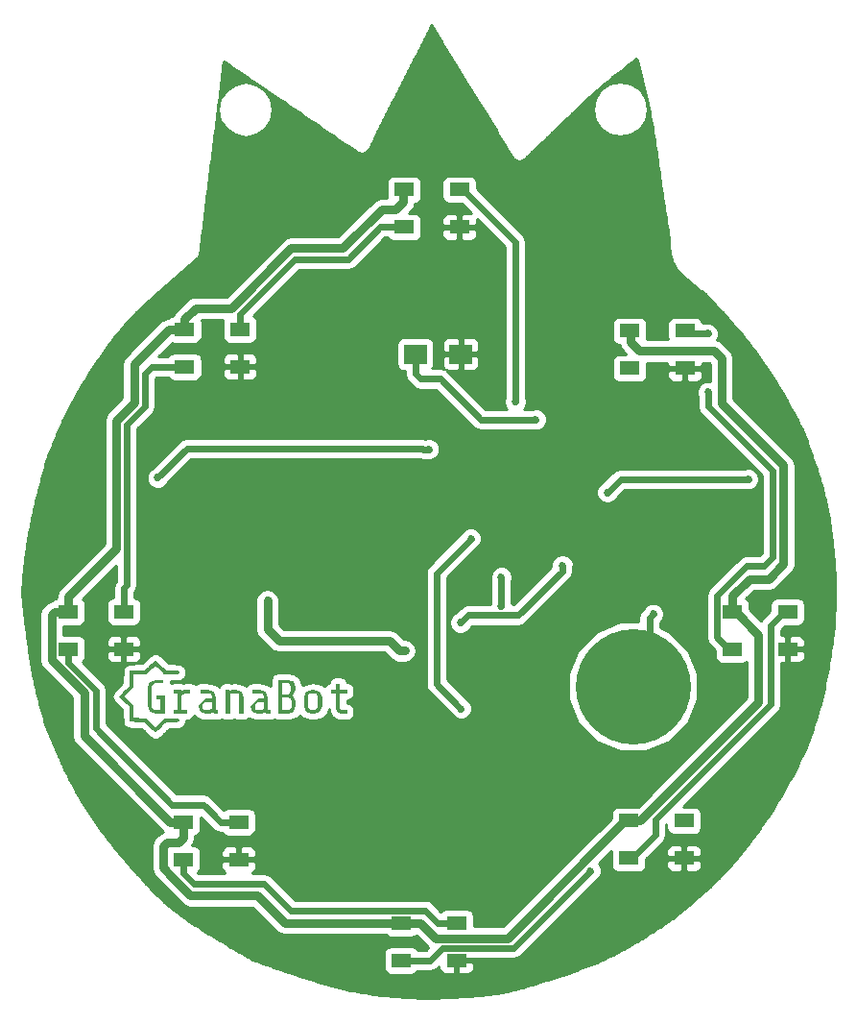
<source format=gtl>
%TF.GenerationSoftware,KiCad,Pcbnew,4.0.7-e2-6376~58~ubuntu16.04.1*%
%TF.CreationDate,2018-02-19T14:41:32-07:00*%
%TF.ProjectId,001,3030312E6B696361645F706362000000,rev?*%
%TF.FileFunction,Copper,L1,Top,Signal*%
%FSLAX46Y46*%
G04 Gerber Fmt 4.6, Leading zero omitted, Abs format (unit mm)*
G04 Created by KiCad (PCBNEW 4.0.7-e2-6376~58~ubuntu16.04.1) date Mon Feb 19 14:41:32 2018*
%MOMM*%
%LPD*%
G01*
G04 APERTURE LIST*
%ADD10C,0.100000*%
%ADD11R,1.800000X1.200000*%
%ADD12C,10.160000*%
%ADD13R,2.000000X1.700000*%
%ADD14C,0.685800*%
%ADD15C,0.800000*%
%ADD16C,0.609600*%
%ADD17C,0.254000*%
G04 APERTURE END LIST*
D10*
G36*
X111436977Y-116610637D02*
X111320847Y-116494893D01*
X111204572Y-116379000D01*
X111088190Y-116263000D01*
X110972017Y-116147213D01*
X110808729Y-116147213D01*
X110645234Y-116147213D01*
X110481590Y-116147213D01*
X110318241Y-116147213D01*
X110151153Y-116137613D01*
X109983855Y-116128013D01*
X109816404Y-116118413D01*
X109649254Y-116108813D01*
X109645414Y-115941325D01*
X109641574Y-115773624D01*
X109637734Y-115605763D01*
X109633894Y-115438211D01*
X109633894Y-115228109D01*
X109633894Y-115018584D01*
X109633894Y-114807256D01*
X109518177Y-114691661D01*
X109402314Y-114575928D01*
X109286343Y-114460088D01*
X109170583Y-114344451D01*
X109054866Y-114228856D01*
X108939003Y-114113123D01*
X108823033Y-113997283D01*
X108707273Y-113881645D01*
X108822990Y-113765347D01*
X108938853Y-113648899D01*
X109054823Y-113532344D01*
X109170583Y-113416003D01*
X109286301Y-113299704D01*
X109402164Y-113183245D01*
X109518134Y-113066691D01*
X109633894Y-112950349D01*
X109633894Y-112739608D01*
X109633894Y-112529432D01*
X109633894Y-112317453D01*
X109640401Y-112147267D01*
X109646908Y-111976877D01*
X109653414Y-111806317D01*
X109659921Y-111636077D01*
X109830103Y-111624024D01*
X110000499Y-111611971D01*
X110171052Y-111599811D01*
X110341296Y-111587757D01*
X110504998Y-111587757D01*
X110668908Y-111587757D01*
X110832965Y-111587757D01*
X110996729Y-111587757D01*
X111113030Y-111472035D01*
X111229478Y-111356173D01*
X111346033Y-111240205D01*
X111462378Y-111124440D01*
X111578679Y-111008728D01*
X111695127Y-110892856D01*
X111811681Y-110776888D01*
X111928026Y-110661133D01*
X112043617Y-110776845D01*
X112159353Y-110892717D01*
X112275196Y-111008685D01*
X112390829Y-111124440D01*
X112506420Y-111240163D01*
X112622156Y-111356024D01*
X112737999Y-111471992D01*
X112853632Y-111587757D01*
X113043260Y-111587757D01*
X113232369Y-111587757D01*
X113423110Y-111587757D01*
X113606123Y-111595224D01*
X113788634Y-111602691D01*
X113972721Y-111610157D01*
X114044476Y-111772973D01*
X113974470Y-111922232D01*
X113773566Y-111927565D01*
X113573211Y-111932899D01*
X113371126Y-111938232D01*
X113210547Y-111938232D01*
X113049765Y-111938232D01*
X112888837Y-111938232D01*
X112728198Y-111938232D01*
X112607311Y-111816696D01*
X112486755Y-111695491D01*
X112365158Y-111573240D01*
X112228563Y-111443011D01*
X112092342Y-111313144D01*
X111954945Y-111182157D01*
X111808916Y-111303555D01*
X111663289Y-111424611D01*
X111516402Y-111546723D01*
X111386081Y-111676803D01*
X111256117Y-111806531D01*
X111125031Y-111937379D01*
X110937281Y-111939512D01*
X110750044Y-111941645D01*
X110561190Y-111943779D01*
X110373439Y-111945912D01*
X110186202Y-111948045D01*
X109997348Y-111950179D01*
X109995108Y-112137933D01*
X109992868Y-112325165D01*
X109990628Y-112514019D01*
X109988388Y-112701773D01*
X109986148Y-112889005D01*
X109983908Y-113077859D01*
X109852723Y-113209283D01*
X109721899Y-113340355D01*
X109589943Y-113472547D01*
X109458758Y-113603971D01*
X109327934Y-113735032D01*
X109195979Y-113867224D01*
X109325218Y-113996653D01*
X109454105Y-114125720D01*
X109584103Y-114255907D01*
X109713344Y-114385325D01*
X109842230Y-114514392D01*
X109972229Y-114644579D01*
X109976389Y-114834328D01*
X109980549Y-115023565D01*
X109984709Y-115214435D01*
X109988869Y-115404195D01*
X109993029Y-115593432D01*
X109997189Y-115784301D01*
X110186945Y-115788568D01*
X110376180Y-115792835D01*
X110567050Y-115797101D01*
X110756805Y-115801368D01*
X110946041Y-115805635D01*
X111136911Y-115809901D01*
X111264345Y-115937155D01*
X111391428Y-116064056D01*
X111519610Y-116192056D01*
X111654962Y-116319309D01*
X111789945Y-116446221D01*
X111926092Y-116574221D01*
X112064267Y-116444877D01*
X112202063Y-116315896D01*
X112341050Y-116185795D01*
X112471305Y-116056451D01*
X112601203Y-115927469D01*
X112732224Y-115797368D01*
X112942041Y-115797368D01*
X113151281Y-115797368D01*
X113362330Y-115797368D01*
X113563940Y-115803768D01*
X113764997Y-115810168D01*
X113967792Y-115816568D01*
X114044315Y-115980195D01*
X113980624Y-116129037D01*
X113802675Y-116135437D01*
X113625213Y-116141837D01*
X113446219Y-116148237D01*
X113257189Y-116148237D01*
X113068678Y-116148237D01*
X112878540Y-116148237D01*
X112762876Y-116264024D01*
X112647067Y-116379971D01*
X112531151Y-116496013D01*
X112415444Y-116611843D01*
X112293458Y-116727587D01*
X112171318Y-116843480D01*
X112049067Y-116959480D01*
X111927036Y-117075267D01*
X111804583Y-116959480D01*
X111681978Y-116843533D01*
X111559259Y-116727491D01*
X111436762Y-116611661D01*
X111436813Y-116612237D01*
X111436977Y-116610637D01*
X111436977Y-116610637D01*
G37*
G36*
X112006989Y-115411363D02*
X111433615Y-115231651D01*
X111236785Y-114683949D01*
X111236785Y-113143544D01*
X111433615Y-112600120D01*
X112006989Y-112416131D01*
X112610315Y-112416131D01*
X112610315Y-112741325D01*
X111964199Y-112741325D01*
X111707465Y-112835512D01*
X111609054Y-113062296D01*
X111609054Y-114765304D01*
X111707465Y-114992077D01*
X111964199Y-115086264D01*
X112383533Y-115086264D01*
X112383533Y-114157741D01*
X112011267Y-114157741D01*
X112011267Y-113836813D01*
X112738682Y-113836813D01*
X112738682Y-115411459D01*
X112006989Y-115411459D01*
X112006989Y-115411363D01*
X112006989Y-115411363D01*
G37*
G36*
X113881418Y-115090445D02*
X113881418Y-113592824D01*
X113569057Y-113592824D01*
X113569057Y-113271907D01*
X114223730Y-113271907D01*
X114223730Y-113387437D01*
X114566043Y-113271907D01*
X115006770Y-113271907D01*
X115006770Y-113614221D01*
X114523253Y-113614221D01*
X114317866Y-113704035D01*
X114245130Y-113879469D01*
X114245130Y-115090403D01*
X114711531Y-115090403D01*
X114711531Y-115411320D01*
X113569062Y-115411320D01*
X113569062Y-115090403D01*
X113881423Y-115090403D01*
X113881418Y-115090445D01*
X113881418Y-115090445D01*
G37*
G36*
X117232069Y-115411363D02*
X116692929Y-115090488D01*
X116855527Y-115030541D01*
X116889757Y-114876493D01*
X116889757Y-114405816D01*
X116354893Y-114405816D01*
X116170900Y-114478563D01*
X116098164Y-114662552D01*
X116098164Y-114876493D01*
X116149514Y-115039096D01*
X116312112Y-115090403D01*
X116692935Y-115090403D01*
X116692929Y-115090488D01*
X117232069Y-115411363D01*
X117107981Y-115377123D01*
X116996730Y-115282936D01*
X116735716Y-115411309D01*
X116354893Y-115411309D01*
X115879934Y-115282936D01*
X115734451Y-114833656D01*
X115734451Y-114748109D01*
X116359172Y-114084877D01*
X116889757Y-114084877D01*
X116889757Y-113870936D01*
X116808455Y-113665549D01*
X116568836Y-113592803D01*
X115905605Y-113592803D01*
X115905605Y-113271885D01*
X116526047Y-113271885D01*
X117073747Y-113434488D01*
X117253461Y-113956515D01*
X117253461Y-114983448D01*
X117300533Y-115081901D01*
X117467411Y-115111875D01*
X117467411Y-115411405D01*
X117232071Y-115411405D01*
X117232069Y-115411363D01*
X117232069Y-115411363D01*
G37*
G36*
X118468941Y-113271907D02*
X118468941Y-113374627D01*
X118811253Y-113271907D01*
X119008083Y-113271907D01*
X119521552Y-113434509D01*
X119692708Y-113956536D01*
X119692708Y-115411363D01*
X119329001Y-115411363D01*
X119329001Y-113870957D01*
X119251977Y-113669848D01*
X119050868Y-113592835D01*
X118768460Y-113592835D01*
X118558794Y-113669848D01*
X118490335Y-113828163D01*
X118490335Y-115411363D01*
X118126628Y-115411363D01*
X118126628Y-113271907D01*
X118468941Y-113271907D01*
X118468941Y-113271907D01*
G37*
G36*
X121845266Y-115411363D02*
X121306126Y-115090488D01*
X121468724Y-115030541D01*
X121502954Y-114876493D01*
X121502954Y-114405816D01*
X120968090Y-114405816D01*
X120784097Y-114478563D01*
X120711350Y-114662552D01*
X120711350Y-114876493D01*
X120762700Y-115039096D01*
X120925298Y-115090403D01*
X121306122Y-115090403D01*
X121306126Y-115090488D01*
X121845266Y-115411363D01*
X121721178Y-115377123D01*
X121609926Y-115282936D01*
X121348913Y-115411309D01*
X120968090Y-115411309D01*
X120493131Y-115282936D01*
X120347648Y-114833656D01*
X120347648Y-114748109D01*
X120972369Y-114084877D01*
X121502954Y-114084877D01*
X121502954Y-113870936D01*
X121421652Y-113665549D01*
X121182033Y-113592803D01*
X120518802Y-113592803D01*
X120518802Y-113271885D01*
X121139244Y-113271885D01*
X121686944Y-113434488D01*
X121866658Y-113956515D01*
X121866658Y-114983448D01*
X121913730Y-115081901D01*
X122080608Y-115111875D01*
X122080608Y-115411405D01*
X121845268Y-115411405D01*
X121845266Y-115411363D01*
X121845266Y-115411363D01*
G37*
G36*
X124314462Y-114735288D02*
X123587043Y-113682669D01*
X123809547Y-113597123D01*
X123899403Y-113370339D01*
X123899403Y-113045144D01*
X123899408Y-113045123D01*
X123822384Y-112809784D01*
X123587043Y-112737037D01*
X123103527Y-112737037D01*
X123103527Y-113682669D01*
X123587043Y-113682669D01*
X124314462Y-114735288D01*
X123942197Y-114311704D01*
X123856619Y-114089197D01*
X123629837Y-114003651D01*
X123103532Y-114003651D01*
X123103532Y-115090499D01*
X123625558Y-115090499D01*
X123865177Y-115017752D01*
X123942201Y-114778136D01*
X123942201Y-114311736D01*
X123942197Y-114311704D01*
X124314462Y-114735288D01*
X124143306Y-115257315D01*
X123587047Y-115411363D01*
X122731266Y-115411363D01*
X122731266Y-112416131D01*
X123535701Y-112416131D01*
X124091959Y-112570168D01*
X124271674Y-113083640D01*
X124271674Y-113327533D01*
X124036333Y-113823885D01*
X124314462Y-114350189D01*
X124314462Y-114735288D01*
X124314462Y-114735288D01*
G37*
G36*
X126625340Y-114726733D02*
X126261633Y-113870957D01*
X126180332Y-113665571D01*
X125940713Y-113592824D01*
X125713931Y-113592824D01*
X125474311Y-113665571D01*
X125393010Y-113870957D01*
X125393010Y-114812312D01*
X125474311Y-115017699D01*
X125713931Y-115090445D01*
X125940713Y-115090445D01*
X126180332Y-115017699D01*
X126261633Y-114812312D01*
X126261633Y-113870957D01*
X126625340Y-114726733D01*
X126445626Y-115248760D01*
X125897925Y-115411363D01*
X125756722Y-115411363D01*
X125204742Y-115248760D01*
X125029308Y-114726733D01*
X125029308Y-113956536D01*
X125204742Y-113434509D01*
X125756722Y-113271907D01*
X125897925Y-113271907D01*
X126445626Y-113434509D01*
X126625340Y-113956536D01*
X126625340Y-114726733D01*
X126625340Y-114726733D01*
G37*
G36*
X128294382Y-115411363D02*
X127960627Y-115270157D01*
X127845097Y-114897891D01*
X127845097Y-113592824D01*
X127438601Y-113592824D01*
X127438601Y-113271907D01*
X127845097Y-113271907D01*
X127845097Y-112758435D01*
X128208803Y-112758435D01*
X128208803Y-113271907D01*
X128833524Y-113271907D01*
X128833524Y-113592824D01*
X128208803Y-113592824D01*
X128208803Y-114919288D01*
X128255875Y-115051928D01*
X128401358Y-115090435D01*
X128833527Y-115090435D01*
X128833527Y-115411352D01*
X128294385Y-115411352D01*
X128294382Y-115411363D01*
X128294382Y-115411363D01*
G37*
D11*
X138734800Y-72517000D03*
X138734800Y-69215000D03*
X133858000Y-69215000D03*
X133858000Y-72517000D03*
X119380000Y-84836000D03*
X119380000Y-81534000D03*
X114503200Y-81534000D03*
X114503200Y-84836000D03*
X109118400Y-109728000D03*
X109118400Y-106426000D03*
X104241600Y-106426000D03*
X104241600Y-109728000D03*
X119253000Y-128270000D03*
X119253000Y-124968000D03*
X114376200Y-124968000D03*
X114376200Y-128270000D03*
X138480800Y-137160000D03*
X138480800Y-133858000D03*
X133604000Y-133858000D03*
X133604000Y-137160000D03*
X158546800Y-128143000D03*
X158546800Y-124841000D03*
X153670000Y-124841000D03*
X153670000Y-128143000D03*
X167690800Y-109728000D03*
X167690800Y-106426000D03*
X162814000Y-106426000D03*
X162814000Y-109728000D03*
X158623000Y-84963000D03*
X158623000Y-81661000D03*
X153746200Y-81661000D03*
X153746200Y-84963000D03*
D12*
X154051000Y-113030000D03*
D13*
X134855200Y-83718400D03*
X138855200Y-83718400D03*
D14*
X135102600Y-105816400D03*
X130911600Y-107315000D03*
X160901000Y-97282000D03*
X137769600Y-94665800D03*
X145338800Y-92837000D03*
X133903574Y-109852085D03*
X121799600Y-105435400D03*
X133807200Y-69215000D03*
X155840170Y-106617419D03*
X145476411Y-89483946D03*
X112115600Y-94615000D03*
X136042400Y-92100400D03*
X143678809Y-87910466D03*
X138890179Y-114961891D03*
X139750800Y-99974400D03*
X138834440Y-107382073D03*
X147822681Y-102355167D03*
X142443200Y-105928376D03*
X142434663Y-103381533D03*
X164211000Y-94742000D03*
X151790400Y-95910400D03*
X158496000Y-124917200D03*
X150291800Y-129260600D03*
X160655000Y-81915000D03*
X160680400Y-87071200D03*
D15*
X134747000Y-106172000D02*
X135102600Y-105816400D01*
X132054600Y-106172000D02*
X134747000Y-106172000D01*
X130911600Y-107315000D02*
X132054600Y-106172000D01*
D16*
X141986000Y-92837000D02*
X139598400Y-92837000D01*
X139598400Y-92837000D02*
X137769600Y-94665800D01*
X145338800Y-92837000D02*
X141986000Y-92837000D01*
D15*
X104241600Y-106426000D02*
X102997000Y-106426000D01*
X102997000Y-106426000D02*
X102743000Y-106680000D01*
X102743000Y-106680000D02*
X102743000Y-110667800D01*
X102743000Y-110667800D02*
X105638600Y-113563400D01*
X105638600Y-113563400D02*
X105638600Y-117383169D01*
X105638600Y-117383169D02*
X113223431Y-124968000D01*
X113223431Y-124968000D02*
X114376200Y-124968000D01*
X104241600Y-106426000D02*
X104241600Y-105079834D01*
X104241600Y-105079834D02*
X108456843Y-100864591D01*
X108456843Y-100864591D02*
X108456843Y-89554927D01*
X108456843Y-89554927D02*
X110032800Y-87978970D01*
X110032800Y-87978970D02*
X110032800Y-84616408D01*
X110032800Y-84616408D02*
X113115208Y-81534000D01*
X113115208Y-81534000D02*
X114503200Y-81534000D01*
X133807200Y-69215000D02*
X133807200Y-70287954D01*
X133807200Y-70287954D02*
X133113024Y-70982130D01*
X133113024Y-70982130D02*
X131875428Y-70982130D01*
X118626949Y-79660083D02*
X115458440Y-79660083D01*
X131875428Y-70982130D02*
X128471000Y-74386558D01*
X128471000Y-74386558D02*
X123900474Y-74386558D01*
X115458440Y-79660083D02*
X114503200Y-80615323D01*
X123900474Y-74386558D02*
X118626949Y-79660083D01*
X114503200Y-80615323D02*
X114503200Y-81534000D01*
X121799600Y-105435400D02*
X121799600Y-107967630D01*
X121799600Y-107967630D02*
X122811757Y-108979787D01*
X122811757Y-108979787D02*
X132546343Y-108979787D01*
X132546343Y-108979787D02*
X133418641Y-109852085D01*
X133418641Y-109852085D02*
X133903574Y-109852085D01*
X165131789Y-108443789D02*
X163114000Y-106426000D01*
X163114000Y-106426000D02*
X162814000Y-106426000D01*
X165131789Y-114433703D02*
X165131789Y-108443789D01*
X153670000Y-124841000D02*
X154724492Y-124841000D01*
X154724492Y-124841000D02*
X165131789Y-114433703D01*
X162814000Y-106426000D02*
X162814000Y-105026000D01*
X162814000Y-105026000D02*
X164309600Y-103530400D01*
X164309600Y-103530400D02*
X166039800Y-103530400D01*
X166039800Y-103530400D02*
X167335200Y-102235000D01*
X167335200Y-102235000D02*
X167335200Y-93522800D01*
X167335200Y-93522800D02*
X161874200Y-88061800D01*
X161192775Y-83443375D02*
X154639575Y-83443375D01*
X161874200Y-88061800D02*
X161874200Y-84124800D01*
X161874200Y-84124800D02*
X161192775Y-83443375D01*
X154639575Y-83443375D02*
X153873200Y-82677000D01*
X153873200Y-82677000D02*
X153873200Y-81788000D01*
X153873200Y-81788000D02*
X153746200Y-81661000D01*
X143025811Y-135185189D02*
X153370000Y-124841000D01*
X153370000Y-124841000D02*
X153670000Y-124841000D01*
X136631189Y-135185189D02*
X143025811Y-135185189D01*
X135304000Y-133858000D02*
X136631189Y-135185189D01*
X133604000Y-133858000D02*
X135304000Y-133858000D01*
X120904000Y-131445000D02*
X123317000Y-133858000D01*
X123317000Y-133858000D02*
X133604000Y-133858000D01*
X115011200Y-131445000D02*
X120904000Y-131445000D01*
X113405878Y-129839678D02*
X115011200Y-131445000D01*
X113405878Y-129794000D02*
X113405878Y-129839678D01*
X112598200Y-127101600D02*
X112598200Y-128986322D01*
X112598200Y-128986322D02*
X113405878Y-129794000D01*
X112928400Y-126771400D02*
X112598200Y-127101600D01*
X113972800Y-126771400D02*
X112928400Y-126771400D01*
X114376200Y-124968000D02*
X114376200Y-126368000D01*
X114376200Y-126368000D02*
X113972800Y-126771400D01*
D16*
X155840170Y-106617419D02*
X155497271Y-106960318D01*
X155497271Y-106960318D02*
X155497271Y-111583729D01*
X155497271Y-111583729D02*
X154051000Y-113030000D01*
X145476411Y-89483946D02*
X140635946Y-89483946D01*
X140635946Y-89483946D02*
X137058155Y-85906155D01*
X137058155Y-85906155D02*
X135282277Y-85906155D01*
X135282277Y-85906155D02*
X134855200Y-85479078D01*
X134855200Y-85479078D02*
X134855200Y-83718400D01*
X135506667Y-92049600D02*
X114681000Y-92049600D01*
X114681000Y-92049600D02*
X112115600Y-94615000D01*
X136042400Y-92100400D02*
X135557467Y-92100400D01*
X135557467Y-92100400D02*
X135506667Y-92049600D01*
X143678809Y-73859009D02*
X143678809Y-87425533D01*
X143678809Y-87425533D02*
X143678809Y-87910466D01*
X138734800Y-69215000D02*
X139034800Y-69215000D01*
X139034800Y-69215000D02*
X143678809Y-73859009D01*
X136714403Y-103010797D02*
X136714403Y-112786115D01*
X139750800Y-99974400D02*
X136714403Y-103010797D01*
X138547280Y-114618992D02*
X138890179Y-114961891D01*
X136714403Y-112786115D02*
X138547280Y-114618992D01*
X143934295Y-106728486D02*
X139488027Y-106728486D01*
X147822681Y-102840100D02*
X143934295Y-106728486D01*
X147822681Y-102355167D02*
X147822681Y-102840100D01*
X139488027Y-106728486D02*
X138834440Y-107382073D01*
X142434663Y-103381533D02*
X142434663Y-105919839D01*
X142434663Y-105919839D02*
X142443200Y-105928376D01*
X151790400Y-95910400D02*
X152958800Y-94742000D01*
X152958800Y-94742000D02*
X164211000Y-94742000D01*
X133858000Y-72517000D02*
X131777767Y-72517000D01*
X131777767Y-72517000D02*
X128923405Y-75371362D01*
X128923405Y-75371362D02*
X124237091Y-75371362D01*
X124237091Y-75371362D02*
X119380000Y-80228453D01*
X119380000Y-80228453D02*
X119380000Y-81534000D01*
X114503200Y-84836000D02*
X111607600Y-84836000D01*
X111607600Y-84836000D02*
X110972600Y-85471000D01*
X110972600Y-85471000D02*
X110972600Y-88290400D01*
X109371075Y-89891925D02*
X109371075Y-104083538D01*
X110972600Y-88290400D02*
X109371075Y-89891925D01*
X109371075Y-104083538D02*
X109118400Y-104336213D01*
X109118400Y-104336213D02*
X109118400Y-106426000D01*
X104241600Y-109728000D02*
X104241600Y-110937600D01*
X104241600Y-110937600D02*
X106654600Y-113350600D01*
X106654600Y-113350600D02*
X106654600Y-116664043D01*
X106654600Y-116664043D02*
X113409157Y-123418600D01*
X113409157Y-123418600D02*
X116154200Y-123418600D01*
X116154200Y-123418600D02*
X117068600Y-124333000D01*
X117068600Y-124333000D02*
X117068600Y-124358400D01*
X117068600Y-124358400D02*
X117678200Y-124968000D01*
X117678200Y-124968000D02*
X119253000Y-124968000D01*
X104241600Y-109728000D02*
X104541600Y-109728000D01*
X114376200Y-128270000D02*
X114376200Y-129479600D01*
X114376200Y-129479600D02*
X115274800Y-130378200D01*
X115274800Y-130378200D02*
X121513600Y-130378200D01*
X121513600Y-130378200D02*
X123875800Y-132740400D01*
X123875800Y-132740400D02*
X135712200Y-132740400D01*
X135712200Y-132740400D02*
X136829800Y-133858000D01*
X136829800Y-133858000D02*
X138480800Y-133858000D01*
X133604000Y-137160000D02*
X136157838Y-137160000D01*
X136157838Y-137160000D02*
X137275438Y-136042400D01*
X137275438Y-136042400D02*
X143510000Y-136042400D01*
X143510000Y-136042400D02*
X150291800Y-129260600D01*
X153670000Y-128143000D02*
X153970000Y-128143000D01*
X156023420Y-126089580D02*
X156023420Y-124754351D01*
X153970000Y-128143000D02*
X156023420Y-126089580D01*
X156023420Y-124754351D02*
X166181200Y-114596571D01*
X166181200Y-107635600D02*
X167390800Y-106426000D01*
X166181200Y-114596571D02*
X166181200Y-107635600D01*
X167390800Y-106426000D02*
X167690800Y-106426000D01*
X160655000Y-81915000D02*
X158877000Y-81915000D01*
X158877000Y-81915000D02*
X158623000Y-81661000D01*
X166344600Y-94005400D02*
X160680400Y-88341200D01*
X160680400Y-88341200D02*
X160680400Y-87071200D01*
X166344600Y-101650800D02*
X166344600Y-94005400D01*
X165582600Y-102412800D02*
X166344600Y-101650800D01*
X164058600Y-102412800D02*
X165582600Y-102412800D01*
X161456799Y-105014601D02*
X164058600Y-102412800D01*
X162814000Y-109728000D02*
X162514000Y-109728000D01*
X162514000Y-109728000D02*
X161456799Y-108670799D01*
X161456799Y-108670799D02*
X161456799Y-105014601D01*
D17*
G36*
X136286294Y-54779140D02*
X136286295Y-54779141D01*
X136452680Y-55049515D01*
X136951835Y-55860643D01*
X137118219Y-56131017D01*
X137118220Y-56131020D01*
X137284605Y-56401395D01*
X137284606Y-56401396D01*
X137450991Y-56671770D01*
X138282916Y-58023650D01*
X138282917Y-58023653D01*
X138449302Y-58294024D01*
X138449302Y-58294025D01*
X139447612Y-59916281D01*
X139447613Y-59916284D01*
X139613998Y-60186655D01*
X139613998Y-60186656D01*
X140445923Y-61538536D01*
X140612307Y-61808910D01*
X140612308Y-61808913D01*
X140778693Y-62079288D01*
X140778695Y-62079290D01*
X140945078Y-62349663D01*
X140945079Y-62349665D01*
X141111464Y-62620039D01*
X141610619Y-63431167D01*
X141777003Y-63701541D01*
X141777004Y-63701544D01*
X141943389Y-63971919D01*
X141943391Y-63971921D01*
X142109774Y-64242294D01*
X142276159Y-64512670D01*
X142276160Y-64512672D01*
X142442545Y-64783046D01*
X142608930Y-65053422D01*
X142775314Y-65323796D01*
X142775315Y-65323799D01*
X142941700Y-65594174D01*
X142941702Y-65594176D01*
X143108085Y-65864549D01*
X143108086Y-65864551D01*
X143274471Y-66134925D01*
X143440856Y-66405301D01*
X143489544Y-66457773D01*
X143527799Y-66518280D01*
X143579565Y-66554793D01*
X143622650Y-66601226D01*
X143687714Y-66631073D01*
X143746210Y-66672332D01*
X143808004Y-66686254D01*
X143865582Y-66712667D01*
X143937117Y-66715343D01*
X144006948Y-66731076D01*
X144069366Y-66720291D01*
X144132668Y-66722659D01*
X144199783Y-66697756D01*
X144270319Y-66685568D01*
X144323859Y-66651717D01*
X144383248Y-66629681D01*
X144435720Y-66580993D01*
X144496227Y-66542738D01*
X144717395Y-66332466D01*
X144717409Y-66332446D01*
X144717430Y-66332433D01*
X144938585Y-66122143D01*
X144938615Y-66122101D01*
X144938657Y-66122074D01*
X145159786Y-65911749D01*
X145159831Y-65911686D01*
X145159895Y-65911645D01*
X145380983Y-65701266D01*
X145381041Y-65701184D01*
X145381126Y-65701130D01*
X145602162Y-65490679D01*
X145602234Y-65490576D01*
X145602342Y-65490508D01*
X145823311Y-65279968D01*
X145823400Y-65279842D01*
X145823527Y-65279761D01*
X146044417Y-65069113D01*
X146044518Y-65068969D01*
X146044666Y-65068875D01*
X146265463Y-64858102D01*
X146265580Y-64857935D01*
X146265752Y-64857826D01*
X146486442Y-64646909D01*
X146486572Y-64646724D01*
X146486763Y-64646602D01*
X146707334Y-64435525D01*
X146707479Y-64435318D01*
X146707694Y-64435181D01*
X146928131Y-64223924D01*
X146928290Y-64223697D01*
X146928526Y-64223546D01*
X147148817Y-64012092D01*
X147148990Y-64011844D01*
X147149245Y-64011681D01*
X147369378Y-63800013D01*
X147369566Y-63799743D01*
X147369845Y-63799564D01*
X147589805Y-63587662D01*
X147590007Y-63587372D01*
X147590304Y-63587181D01*
X147810077Y-63375029D01*
X147810292Y-63374719D01*
X147810610Y-63374514D01*
X148030186Y-63162094D01*
X148030360Y-63161843D01*
X148030617Y-63161677D01*
X148250035Y-62949038D01*
X148250082Y-62948970D01*
X148250153Y-62948924D01*
X148469321Y-62736424D01*
X148469323Y-62736423D01*
X148688807Y-62523805D01*
X148907502Y-62312428D01*
X149098583Y-62128400D01*
X150515101Y-62128400D01*
X150699183Y-63053843D01*
X151223404Y-63838396D01*
X152007957Y-64362617D01*
X152933400Y-64546699D01*
X153858843Y-64362617D01*
X154643396Y-63838396D01*
X155167617Y-63053843D01*
X155351699Y-62128400D01*
X155167617Y-61202957D01*
X154643396Y-60418404D01*
X153858843Y-59894183D01*
X152933400Y-59710101D01*
X152007957Y-59894183D01*
X151223404Y-60418404D01*
X150699183Y-61202957D01*
X150515101Y-62128400D01*
X149098583Y-62128400D01*
X149126740Y-62101283D01*
X149345781Y-61891373D01*
X149565239Y-61682387D01*
X149785188Y-61474537D01*
X150005463Y-61268252D01*
X150226699Y-61063216D01*
X150448650Y-60859931D01*
X150671455Y-60658536D01*
X150895447Y-60459001D01*
X151120484Y-60261712D01*
X151346869Y-60066665D01*
X151574977Y-59873779D01*
X151804958Y-59682895D01*
X152036894Y-59493717D01*
X152270712Y-59306080D01*
X152506367Y-59119790D01*
X152743484Y-58934921D01*
X152982182Y-58751149D01*
X153222385Y-58568311D01*
X153463815Y-58386394D01*
X153706317Y-58205284D01*
X153949852Y-58024787D01*
X154194256Y-57844795D01*
X154376328Y-57711391D01*
X154403055Y-57810285D01*
X154497485Y-58162060D01*
X154591123Y-58514075D01*
X154683630Y-58865839D01*
X154774889Y-59217731D01*
X154864544Y-59569171D01*
X154952588Y-59920959D01*
X155038600Y-60272239D01*
X155122575Y-60623833D01*
X155204210Y-60975341D01*
X155283414Y-61327260D01*
X155359852Y-61679014D01*
X155433423Y-62031050D01*
X155503958Y-62383541D01*
X155571504Y-62736765D01*
X155636379Y-63091199D01*
X155698713Y-63446240D01*
X155758882Y-63802634D01*
X155816998Y-64159612D01*
X155873336Y-64517368D01*
X155928177Y-64876134D01*
X155981737Y-65235719D01*
X156034194Y-65595678D01*
X156085903Y-65956745D01*
X156136979Y-66318009D01*
X156187669Y-66679435D01*
X156238336Y-67041839D01*
X156238364Y-67041919D01*
X156238359Y-67042002D01*
X156289112Y-67404382D01*
X156289218Y-67404686D01*
X156289200Y-67405005D01*
X156340282Y-67767311D01*
X156340461Y-67767823D01*
X156340431Y-67768368D01*
X156392072Y-68130554D01*
X156392272Y-68131123D01*
X156392240Y-68131725D01*
X156444500Y-68493779D01*
X156444688Y-68494311D01*
X156444659Y-68494876D01*
X156497500Y-68856808D01*
X156497675Y-68857301D01*
X156497649Y-68857826D01*
X156551027Y-69219641D01*
X156551190Y-69220096D01*
X156551166Y-69220581D01*
X156605041Y-69582292D01*
X156605191Y-69582710D01*
X156605170Y-69583152D01*
X156659500Y-69944767D01*
X156659637Y-69945147D01*
X156659618Y-69945552D01*
X156714363Y-70307077D01*
X156714486Y-70307418D01*
X156714470Y-70307780D01*
X156769587Y-70669227D01*
X156769697Y-70669531D01*
X156769683Y-70669855D01*
X156825132Y-71031230D01*
X156825228Y-71031495D01*
X156825216Y-71031777D01*
X156880954Y-71393091D01*
X156881037Y-71393320D01*
X156881027Y-71393561D01*
X156937014Y-71754824D01*
X156937083Y-71755014D01*
X156937075Y-71755215D01*
X156993269Y-72116432D01*
X156993324Y-72116582D01*
X156993317Y-72116746D01*
X157049677Y-72477928D01*
X157049719Y-72478042D01*
X157049714Y-72478160D01*
X157106197Y-72839316D01*
X157106225Y-72839393D01*
X157106222Y-72839475D01*
X157162789Y-73200612D01*
X157162803Y-73200649D01*
X157162801Y-73200690D01*
X157212257Y-73516193D01*
X157213905Y-73595234D01*
X157214122Y-73596215D01*
X157213949Y-73597205D01*
X157216917Y-73722276D01*
X157217357Y-73724242D01*
X157217022Y-73726229D01*
X157220704Y-73851015D01*
X157221383Y-73853968D01*
X157220905Y-73856963D01*
X157225656Y-73981322D01*
X157226604Y-73985289D01*
X157226009Y-73989321D01*
X157232188Y-74113108D01*
X157233440Y-74118088D01*
X157232765Y-74123180D01*
X157240727Y-74246254D01*
X157242334Y-74252273D01*
X157241626Y-74258465D01*
X157251729Y-74380683D01*
X157253753Y-74387754D01*
X157253072Y-74395077D01*
X157265673Y-74516296D01*
X157268187Y-74524424D01*
X157267606Y-74532908D01*
X157283059Y-74652986D01*
X157286151Y-74662181D01*
X157285758Y-74671871D01*
X157304423Y-74790665D01*
X157308189Y-74800912D01*
X157308089Y-74811830D01*
X157330321Y-74929197D01*
X157334873Y-74940477D01*
X157335187Y-74952639D01*
X157361345Y-75068436D01*
X157366797Y-75080694D01*
X157367660Y-75094083D01*
X157398097Y-75208167D01*
X157404574Y-75221336D01*
X157406135Y-75235931D01*
X157441211Y-75348162D01*
X157448825Y-75362123D01*
X157451237Y-75377839D01*
X157491307Y-75488072D01*
X157500164Y-75502681D01*
X157503582Y-75519419D01*
X157549003Y-75627511D01*
X157558923Y-75642194D01*
X157563349Y-75659354D01*
X157614325Y-75765208D01*
X157624470Y-75778689D01*
X157629472Y-75794802D01*
X157685741Y-75898458D01*
X157695797Y-75910551D01*
X157701134Y-75925345D01*
X157762345Y-76026869D01*
X157772165Y-76037647D01*
X157777683Y-76051143D01*
X157843483Y-76150599D01*
X157852953Y-76160156D01*
X157858522Y-76172402D01*
X157928562Y-76269859D01*
X157937589Y-76278290D01*
X157943096Y-76289342D01*
X158017021Y-76384862D01*
X158025538Y-76392269D01*
X158030896Y-76402201D01*
X158108357Y-76495852D01*
X158116319Y-76502336D01*
X158121460Y-76511227D01*
X158202107Y-76603075D01*
X158209478Y-76608724D01*
X158214337Y-76616634D01*
X158297815Y-76706744D01*
X158304578Y-76711647D01*
X158309121Y-76718659D01*
X158395081Y-76807096D01*
X158401222Y-76811327D01*
X158405410Y-76817498D01*
X158493500Y-76904330D01*
X158499012Y-76907956D01*
X158502821Y-76913346D01*
X158592691Y-76998638D01*
X158597570Y-77001717D01*
X158600977Y-77006373D01*
X158692271Y-77090191D01*
X158696523Y-77092777D01*
X158699516Y-77096747D01*
X158791887Y-77179156D01*
X158795500Y-77181283D01*
X158798065Y-77184602D01*
X158891160Y-77265668D01*
X158894230Y-77267426D01*
X158896421Y-77270202D01*
X158989951Y-77349994D01*
X158992802Y-77351589D01*
X158994851Y-77354135D01*
X159088745Y-77432730D01*
X159091439Y-77434204D01*
X159093384Y-77436578D01*
X159187616Y-77514057D01*
X159190150Y-77515414D01*
X159191988Y-77517621D01*
X159286536Y-77594063D01*
X159288899Y-77595304D01*
X159290626Y-77597345D01*
X159385466Y-77672829D01*
X159387651Y-77673955D01*
X159389253Y-77675822D01*
X159484358Y-77750429D01*
X159486365Y-77751446D01*
X159487840Y-77753142D01*
X159583188Y-77826952D01*
X159585010Y-77827860D01*
X159586356Y-77829390D01*
X159681922Y-77902481D01*
X159683552Y-77903282D01*
X159684758Y-77904638D01*
X159780518Y-77977091D01*
X159781950Y-77977785D01*
X159783014Y-77978971D01*
X159878943Y-78050866D01*
X159880180Y-78051459D01*
X159881099Y-78052475D01*
X159977174Y-78123892D01*
X159978211Y-78124384D01*
X159978984Y-78125233D01*
X160075180Y-78196249D01*
X160076010Y-78196639D01*
X160076630Y-78197317D01*
X160172924Y-78268016D01*
X160173547Y-78268307D01*
X160174014Y-78268815D01*
X160270379Y-78339274D01*
X160270801Y-78339470D01*
X160271115Y-78339811D01*
X160367529Y-78410110D01*
X160367736Y-78410206D01*
X160367889Y-78410372D01*
X160413012Y-78443228D01*
X160593374Y-78634275D01*
X160817173Y-78871603D01*
X161040056Y-79108499D01*
X161262835Y-79346096D01*
X161484310Y-79583383D01*
X161704923Y-79821099D01*
X161924365Y-80059178D01*
X162142714Y-80297973D01*
X162359628Y-80537381D01*
X162575041Y-80777595D01*
X162788807Y-81018727D01*
X163000733Y-81260821D01*
X163210719Y-81504033D01*
X163418705Y-81748571D01*
X163624483Y-81994460D01*
X163827994Y-82241904D01*
X164029278Y-82491115D01*
X164228341Y-82742090D01*
X164425348Y-82995016D01*
X164620147Y-83249677D01*
X164812764Y-83506081D01*
X165003201Y-83764215D01*
X165191361Y-84023919D01*
X165377309Y-84285263D01*
X165561131Y-84548343D01*
X165742633Y-84812868D01*
X165921974Y-85079043D01*
X166099015Y-85346645D01*
X166273763Y-85615658D01*
X166446277Y-85886155D01*
X166616586Y-86158164D01*
X166784543Y-86431417D01*
X166950542Y-86706352D01*
X167114616Y-86982707D01*
X167276958Y-87260484D01*
X167437754Y-87539674D01*
X167597043Y-87820011D01*
X167755110Y-88101659D01*
X167911994Y-88384347D01*
X168067917Y-88668130D01*
X168222824Y-88952555D01*
X168377000Y-89237792D01*
X168530854Y-89524239D01*
X168684097Y-89811006D01*
X168836922Y-90098084D01*
X168990051Y-90386469D01*
X168990053Y-90386471D01*
X169118340Y-90628381D01*
X169172644Y-90784330D01*
X169172644Y-90784331D01*
X169244097Y-90989626D01*
X169244097Y-90989627D01*
X169315558Y-91195141D01*
X169386696Y-91400021D01*
X169457783Y-91605145D01*
X169457783Y-91605146D01*
X169528692Y-91810246D01*
X169599389Y-92015323D01*
X169669849Y-92220406D01*
X169740280Y-92426195D01*
X169809935Y-92630606D01*
X169879771Y-92836547D01*
X169948869Y-93041410D01*
X170017829Y-93247069D01*
X170086222Y-93452342D01*
X170154179Y-93657726D01*
X170221640Y-93863133D01*
X170288575Y-94068685D01*
X170354801Y-94274198D01*
X170420059Y-94479257D01*
X170484352Y-94684278D01*
X170547599Y-94889403D01*
X170609551Y-95094231D01*
X170670217Y-95299206D01*
X170729372Y-95503988D01*
X170786961Y-95708808D01*
X170842808Y-95913473D01*
X170896894Y-96118357D01*
X170948979Y-96323011D01*
X170999062Y-96527893D01*
X171046972Y-96732808D01*
X171092578Y-96937675D01*
X171135880Y-97142985D01*
X171176998Y-97349081D01*
X171216098Y-97556080D01*
X171253338Y-97764035D01*
X171288840Y-97972799D01*
X171322765Y-98182458D01*
X171355232Y-98392820D01*
X171386426Y-98604118D01*
X171416451Y-98816033D01*
X171445454Y-99028509D01*
X171473648Y-99242018D01*
X171501134Y-99456157D01*
X171528048Y-99670767D01*
X171554539Y-99885797D01*
X171580785Y-100101415D01*
X171606324Y-100312505D01*
X171623185Y-100473552D01*
X171640524Y-100639816D01*
X171640524Y-100639817D01*
X171657785Y-100806645D01*
X171674684Y-100971952D01*
X171691365Y-101137793D01*
X171707652Y-101303094D01*
X171723503Y-101468108D01*
X171738863Y-101632943D01*
X171753676Y-101797726D01*
X171767816Y-101961773D01*
X171781300Y-102126010D01*
X171794023Y-102290015D01*
X171805913Y-102453649D01*
X171816930Y-102617272D01*
X171826972Y-102780306D01*
X171836028Y-102943555D01*
X171844051Y-103106755D01*
X171851066Y-103269863D01*
X171857126Y-103433623D01*
X171862218Y-103596956D01*
X171866400Y-103761032D01*
X171869671Y-103924715D01*
X171872072Y-104088849D01*
X171873623Y-104253248D01*
X171874344Y-104417297D01*
X171874265Y-104581775D01*
X171873406Y-104746491D01*
X171871799Y-104910971D01*
X171869464Y-105075628D01*
X171866425Y-105240520D01*
X171862707Y-105405475D01*
X171858345Y-105570263D01*
X171853351Y-105735618D01*
X171847787Y-105900815D01*
X171841675Y-106066354D01*
X171835072Y-106231824D01*
X171827997Y-106397726D01*
X171820538Y-106563017D01*
X171812650Y-106729507D01*
X171804445Y-106895706D01*
X171795942Y-107062074D01*
X171787217Y-107227942D01*
X171778239Y-107394658D01*
X171769086Y-107561536D01*
X171759799Y-107728580D01*
X171750421Y-107895781D01*
X171742631Y-108034026D01*
X171694117Y-108374820D01*
X171641438Y-108743005D01*
X171641438Y-108743006D01*
X171588123Y-109111915D01*
X171534198Y-109479549D01*
X171479290Y-109846645D01*
X171423177Y-110212962D01*
X171365579Y-110578601D01*
X171306294Y-110943206D01*
X171244988Y-111307238D01*
X171181458Y-111670349D01*
X171115475Y-112032387D01*
X171046751Y-112393524D01*
X170975034Y-112753725D01*
X170900141Y-113112630D01*
X170821727Y-113470670D01*
X170739618Y-113827478D01*
X170653551Y-114183372D01*
X170563449Y-114538310D01*
X170469299Y-114892040D01*
X170371006Y-115244631D01*
X170268559Y-115595833D01*
X170161864Y-115945690D01*
X170050899Y-116293997D01*
X169935644Y-116640556D01*
X169815971Y-116985504D01*
X169691900Y-117328529D01*
X169563370Y-117669556D01*
X169430307Y-118008548D01*
X169292720Y-118345257D01*
X169150475Y-118679782D01*
X169003602Y-119011832D01*
X168851862Y-119341772D01*
X168695377Y-119669744D01*
X168534274Y-119996243D01*
X168368908Y-120321279D01*
X168199538Y-120645070D01*
X168026459Y-120967770D01*
X167849964Y-121289531D01*
X167670377Y-121610454D01*
X167487947Y-121930781D01*
X167303077Y-122250488D01*
X167115905Y-122570011D01*
X166926993Y-122889066D01*
X166736455Y-123208133D01*
X166544512Y-123527513D01*
X166351903Y-123846644D01*
X166168957Y-124149125D01*
X166023481Y-124359888D01*
X166023480Y-124359890D01*
X165866890Y-124586449D01*
X165709718Y-124813237D01*
X165552524Y-125039143D01*
X165395016Y-125264281D01*
X165237228Y-125488310D01*
X165078773Y-125711480D01*
X164919456Y-125933774D01*
X164759556Y-126154510D01*
X164598502Y-126374194D01*
X164436460Y-126592316D01*
X164273043Y-126809114D01*
X164108351Y-127024182D01*
X163942197Y-127237494D01*
X163774356Y-127449074D01*
X163604731Y-127658781D01*
X163432999Y-127866870D01*
X163259319Y-128073190D01*
X163083414Y-128278119D01*
X162905544Y-128481392D01*
X162725643Y-128683139D01*
X162543877Y-128883213D01*
X162360115Y-129081808D01*
X162174557Y-129278748D01*
X161987194Y-129474086D01*
X161798058Y-129667834D01*
X161607154Y-129860025D01*
X161414585Y-130050598D01*
X161220453Y-130239491D01*
X161024641Y-130426859D01*
X160827298Y-130612597D01*
X160628397Y-130796777D01*
X160427864Y-130979594D01*
X160225813Y-131161125D01*
X160022289Y-131341518D01*
X159817359Y-131520889D01*
X159610984Y-131699455D01*
X159403548Y-131877065D01*
X159195144Y-132053827D01*
X158985639Y-132230032D01*
X158775330Y-132405614D01*
X158563986Y-132580948D01*
X158352029Y-132755865D01*
X158139381Y-132930612D01*
X157925724Y-133105634D01*
X157712445Y-133279974D01*
X157712446Y-133279974D01*
X157522836Y-133434804D01*
X157324241Y-133568393D01*
X157324240Y-133568393D01*
X157099035Y-133719716D01*
X156874362Y-133870348D01*
X156649707Y-134020471D01*
X156425199Y-134169834D01*
X156200465Y-134318524D01*
X155975682Y-134466260D01*
X155750387Y-134613184D01*
X155525079Y-134758811D01*
X155299246Y-134903310D01*
X155073183Y-135046340D01*
X154846373Y-135188066D01*
X154619120Y-135328143D01*
X154391065Y-135466637D01*
X154162574Y-135603176D01*
X153932986Y-135738001D01*
X153702642Y-135870800D01*
X153471020Y-136001825D01*
X153238486Y-136130824D01*
X153004984Y-136257783D01*
X152770318Y-136382767D01*
X152534813Y-136505558D01*
X152298250Y-136626226D01*
X152060743Y-136744669D01*
X151822354Y-136860814D01*
X151582928Y-136974691D01*
X151342538Y-137086220D01*
X151101322Y-137195294D01*
X150859129Y-137301938D01*
X150616042Y-137406069D01*
X150372101Y-137507626D01*
X150127137Y-137606648D01*
X149880809Y-137703368D01*
X149633203Y-137797930D01*
X149384327Y-137890511D01*
X149134318Y-137981242D01*
X148883256Y-138070278D01*
X148630794Y-138157921D01*
X148377608Y-138244116D01*
X148123603Y-138329082D01*
X147868465Y-138413108D01*
X147612611Y-138496237D01*
X147355976Y-138578678D01*
X147098248Y-138660714D01*
X146841207Y-138741968D01*
X146841206Y-138741968D01*
X146582495Y-138823373D01*
X146582491Y-138823373D01*
X146323276Y-138904745D01*
X146320434Y-138906300D01*
X146317217Y-138906678D01*
X146095132Y-138978666D01*
X145873907Y-139050156D01*
X145653369Y-139120984D01*
X145433147Y-139191054D01*
X145213348Y-139260118D01*
X144993765Y-139328026D01*
X144774589Y-139394508D01*
X144555693Y-139459394D01*
X144337163Y-139522453D01*
X144118622Y-139583589D01*
X143900432Y-139642495D01*
X143682331Y-139699048D01*
X143464344Y-139753038D01*
X143246377Y-139804296D01*
X143028374Y-139852640D01*
X142810153Y-139897919D01*
X142591191Y-139940187D01*
X142371096Y-139979658D01*
X142150049Y-140016442D01*
X141927906Y-140050713D01*
X141704772Y-140082598D01*
X141480909Y-140112212D01*
X141256018Y-140139740D01*
X141030336Y-140165301D01*
X140803910Y-140189039D01*
X140576757Y-140211105D01*
X140348757Y-140231658D01*
X140120475Y-140250801D01*
X139891299Y-140268737D01*
X139661685Y-140285584D01*
X139431540Y-140301499D01*
X139201253Y-140316609D01*
X138970874Y-140330995D01*
X138739755Y-140344746D01*
X138509340Y-140357824D01*
X138278358Y-140370349D01*
X138047224Y-140382346D01*
X137816600Y-140393830D01*
X137584787Y-140404934D01*
X137353623Y-140415616D01*
X137122135Y-140425970D01*
X136890371Y-140436044D01*
X136658573Y-140445873D01*
X136426949Y-140455500D01*
X136194982Y-140464994D01*
X135962750Y-140474401D01*
X135762280Y-140482479D01*
X135453867Y-140466150D01*
X135113944Y-140447863D01*
X134775107Y-140429054D01*
X134436448Y-140409385D01*
X134098936Y-140388627D01*
X133762250Y-140366474D01*
X133426047Y-140342622D01*
X133091073Y-140316840D01*
X132756775Y-140288804D01*
X132423670Y-140258280D01*
X132091347Y-140224950D01*
X131760216Y-140188579D01*
X131430066Y-140148867D01*
X131101155Y-140105571D01*
X130773297Y-140058392D01*
X130446577Y-140007071D01*
X130120226Y-139951379D01*
X129794428Y-139891500D01*
X129468662Y-139827505D01*
X129143378Y-139759654D01*
X128818303Y-139688061D01*
X128493438Y-139612894D01*
X128168920Y-139534357D01*
X127844751Y-139452623D01*
X127520779Y-139367828D01*
X127197238Y-139280202D01*
X126873849Y-139189848D01*
X126550732Y-139096971D01*
X126228228Y-139001845D01*
X125905616Y-138904433D01*
X125583759Y-138805171D01*
X125261842Y-138703982D01*
X124940669Y-138601257D01*
X124619808Y-138496976D01*
X124299119Y-138391209D01*
X123978653Y-138284086D01*
X123658502Y-138175758D01*
X123338513Y-138066289D01*
X123018941Y-137955886D01*
X122699176Y-137844457D01*
X122379733Y-137732300D01*
X122060123Y-137619362D01*
X121740550Y-137505836D01*
X121421334Y-137391953D01*
X121101560Y-137277510D01*
X121101557Y-137277508D01*
X120781429Y-137162696D01*
X120518037Y-137068132D01*
X120319574Y-136954648D01*
X120319571Y-136954647D01*
X120069506Y-136811572D01*
X120069504Y-136811570D01*
X119819494Y-136668360D01*
X119819493Y-136668359D01*
X119569120Y-136524689D01*
X119319753Y-136381261D01*
X119070723Y-136237609D01*
X118821485Y-136093335D01*
X118573005Y-135948913D01*
X118324699Y-135803922D01*
X118076908Y-135658478D01*
X117829709Y-135512545D01*
X117582621Y-135365754D01*
X117336472Y-135218514D01*
X117090466Y-135070267D01*
X116845145Y-134921258D01*
X116600593Y-134771452D01*
X116356610Y-134620583D01*
X116114131Y-134468982D01*
X115872614Y-134316053D01*
X115632692Y-134161940D01*
X115394501Y-134006477D01*
X115157939Y-133849338D01*
X114923468Y-133690574D01*
X114691036Y-133529895D01*
X114460905Y-133367220D01*
X114233254Y-133202420D01*
X114008158Y-133035290D01*
X113785919Y-132865793D01*
X113566486Y-132693630D01*
X113350196Y-132518797D01*
X113137075Y-132341053D01*
X112927011Y-132160058D01*
X112719475Y-131975473D01*
X112514119Y-131787349D01*
X112310716Y-131595847D01*
X112109105Y-131401192D01*
X111909185Y-131203673D01*
X111710593Y-131003319D01*
X111513310Y-130800507D01*
X111317045Y-130595345D01*
X111121660Y-130388101D01*
X110927042Y-130179073D01*
X110732788Y-129968249D01*
X110538953Y-129756120D01*
X110345359Y-129542927D01*
X110151091Y-129328099D01*
X110151089Y-129328097D01*
X109962076Y-129118645D01*
X109756429Y-128880819D01*
X109756427Y-128880817D01*
X109547096Y-128638379D01*
X109337700Y-128395151D01*
X109129806Y-128152605D01*
X108922622Y-127909463D01*
X108716835Y-127666179D01*
X108512368Y-127422310D01*
X108309641Y-127178004D01*
X108108600Y-126932847D01*
X107909601Y-126686918D01*
X107712642Y-126439857D01*
X107518047Y-126191715D01*
X107325987Y-125942354D01*
X107136648Y-125691656D01*
X106950102Y-125439354D01*
X106766465Y-125185239D01*
X106585737Y-124929112D01*
X106407762Y-124670827D01*
X106232522Y-124410440D01*
X106059985Y-124147997D01*
X105890171Y-123883615D01*
X105723037Y-123617322D01*
X105558492Y-123349058D01*
X105396629Y-123079066D01*
X105237461Y-122807466D01*
X105080791Y-122534008D01*
X104926827Y-122259153D01*
X104775376Y-121982653D01*
X104626489Y-121704695D01*
X104480232Y-121425504D01*
X104336362Y-121144710D01*
X104195053Y-120862765D01*
X104055982Y-120579297D01*
X103919082Y-120294570D01*
X103784111Y-120008475D01*
X103650969Y-119721210D01*
X103519379Y-119432595D01*
X103389305Y-119142960D01*
X103260619Y-118852463D01*
X103132955Y-118560709D01*
X103006339Y-118268193D01*
X102880653Y-117975096D01*
X102755473Y-117680880D01*
X102630862Y-117386152D01*
X102506502Y-117090616D01*
X102382663Y-116795384D01*
X102274291Y-116536614D01*
X102213505Y-116323365D01*
X102141967Y-116071895D01*
X102070403Y-115819337D01*
X101999761Y-115568528D01*
X101929479Y-115316991D01*
X101860163Y-115066389D01*
X101791527Y-114815190D01*
X101724031Y-114564553D01*
X101657639Y-114313850D01*
X101592570Y-114063382D01*
X101528881Y-113812858D01*
X101466801Y-113562639D01*
X101406282Y-113311987D01*
X101347598Y-113061485D01*
X101290863Y-112811046D01*
X101236088Y-112560145D01*
X101183367Y-112308962D01*
X101132513Y-112056993D01*
X101083526Y-111804673D01*
X101036208Y-111551431D01*
X100990544Y-111297643D01*
X100946472Y-111043465D01*
X100903866Y-110788676D01*
X100862626Y-110533184D01*
X100822741Y-110277480D01*
X100784031Y-110020969D01*
X100746546Y-109764576D01*
X100710035Y-109507177D01*
X100674591Y-109250071D01*
X100639926Y-108991782D01*
X100606165Y-108733927D01*
X100573079Y-108475402D01*
X100540663Y-108216671D01*
X100508907Y-107958005D01*
X100477698Y-107698863D01*
X100447044Y-107439700D01*
X100416923Y-107180723D01*
X100387257Y-106921658D01*
X100359974Y-106680000D01*
X101707999Y-106680000D01*
X101708000Y-106680005D01*
X101708000Y-110667795D01*
X101707999Y-110667800D01*
X101786785Y-111063877D01*
X102011144Y-111399656D01*
X104603600Y-113992111D01*
X104603600Y-117383164D01*
X104603599Y-117383169D01*
X104682385Y-117779246D01*
X104906744Y-118115025D01*
X112491573Y-125699853D01*
X112491575Y-125699856D01*
X112633930Y-125794974D01*
X112532322Y-125815185D01*
X112416359Y-125892669D01*
X112196544Y-126039544D01*
X112196542Y-126039547D01*
X111866344Y-126369744D01*
X111641985Y-126705523D01*
X111563199Y-127101600D01*
X111563200Y-127101605D01*
X111563200Y-128986317D01*
X111563199Y-128986322D01*
X111641985Y-129382399D01*
X111866344Y-129718178D01*
X112582041Y-130433875D01*
X112674022Y-130571534D01*
X114279342Y-132176853D01*
X114279344Y-132176856D01*
X114572492Y-132372730D01*
X114615123Y-132401215D01*
X115011200Y-132480001D01*
X115011205Y-132480000D01*
X120475288Y-132480000D01*
X122585142Y-134589853D01*
X122585144Y-134589856D01*
X122779093Y-134719448D01*
X122920922Y-134814215D01*
X123317000Y-134893000D01*
X132229331Y-134893000D01*
X132239910Y-134909441D01*
X132452110Y-135054431D01*
X132704000Y-135105440D01*
X134504000Y-135105440D01*
X134739317Y-135061162D01*
X134924371Y-134942083D01*
X135899331Y-135917042D01*
X135899333Y-135917045D01*
X136002669Y-135986091D01*
X135768560Y-136220200D01*
X135039929Y-136220200D01*
X134968090Y-136108559D01*
X134755890Y-135963569D01*
X134504000Y-135912560D01*
X132704000Y-135912560D01*
X132468683Y-135956838D01*
X132252559Y-136095910D01*
X132107569Y-136308110D01*
X132056560Y-136560000D01*
X132056560Y-137760000D01*
X132100838Y-137995317D01*
X132239910Y-138211441D01*
X132452110Y-138356431D01*
X132704000Y-138407440D01*
X134504000Y-138407440D01*
X134739317Y-138363162D01*
X134955441Y-138224090D01*
X135040365Y-138099800D01*
X136157838Y-138099800D01*
X136517484Y-138028262D01*
X136822377Y-137824539D01*
X136945800Y-137701116D01*
X136945800Y-137886310D01*
X137042473Y-138119699D01*
X137221102Y-138298327D01*
X137454491Y-138395000D01*
X138195050Y-138395000D01*
X138353800Y-138236250D01*
X138353800Y-137287000D01*
X138607800Y-137287000D01*
X138607800Y-138236250D01*
X138766550Y-138395000D01*
X139507109Y-138395000D01*
X139740498Y-138298327D01*
X139919127Y-138119699D01*
X140015800Y-137886310D01*
X140015800Y-137445750D01*
X139857050Y-137287000D01*
X138607800Y-137287000D01*
X138353800Y-137287000D01*
X138333800Y-137287000D01*
X138333800Y-137033000D01*
X138353800Y-137033000D01*
X138353800Y-137013000D01*
X138607800Y-137013000D01*
X138607800Y-137033000D01*
X139857050Y-137033000D01*
X139907850Y-136982200D01*
X143510000Y-136982200D01*
X143869646Y-136910662D01*
X144174539Y-136706939D01*
X150753601Y-130127877D01*
X150845012Y-130090107D01*
X151120340Y-129815259D01*
X151269530Y-129455970D01*
X151269869Y-129066937D01*
X151121307Y-128707388D01*
X151044382Y-128630329D01*
X152122560Y-127552151D01*
X152122560Y-128743000D01*
X152166838Y-128978317D01*
X152305910Y-129194441D01*
X152518110Y-129339431D01*
X152770000Y-129390440D01*
X154570000Y-129390440D01*
X154805317Y-129346162D01*
X155021441Y-129207090D01*
X155166431Y-128994890D01*
X155217440Y-128743000D01*
X155217440Y-128428750D01*
X157011800Y-128428750D01*
X157011800Y-128869310D01*
X157108473Y-129102699D01*
X157287102Y-129281327D01*
X157520491Y-129378000D01*
X158261050Y-129378000D01*
X158419800Y-129219250D01*
X158419800Y-128270000D01*
X158673800Y-128270000D01*
X158673800Y-129219250D01*
X158832550Y-129378000D01*
X159573109Y-129378000D01*
X159806498Y-129281327D01*
X159985127Y-129102699D01*
X160081800Y-128869310D01*
X160081800Y-128428750D01*
X159923050Y-128270000D01*
X158673800Y-128270000D01*
X158419800Y-128270000D01*
X157170550Y-128270000D01*
X157011800Y-128428750D01*
X155217440Y-128428750D01*
X155217440Y-128224638D01*
X156025388Y-127416690D01*
X157011800Y-127416690D01*
X157011800Y-127857250D01*
X157170550Y-128016000D01*
X158419800Y-128016000D01*
X158419800Y-127066750D01*
X158673800Y-127066750D01*
X158673800Y-128016000D01*
X159923050Y-128016000D01*
X160081800Y-127857250D01*
X160081800Y-127416690D01*
X159985127Y-127183301D01*
X159806498Y-127004673D01*
X159573109Y-126908000D01*
X158832550Y-126908000D01*
X158673800Y-127066750D01*
X158419800Y-127066750D01*
X158261050Y-126908000D01*
X157520491Y-126908000D01*
X157287102Y-127004673D01*
X157108473Y-127183301D01*
X157011800Y-127416690D01*
X156025388Y-127416690D01*
X156687959Y-126754119D01*
X156891682Y-126449226D01*
X156963220Y-126089580D01*
X156963220Y-125143629D01*
X156999360Y-125107489D01*
X156999360Y-125441000D01*
X157043638Y-125676317D01*
X157182710Y-125892441D01*
X157394910Y-126037431D01*
X157646800Y-126088440D01*
X159446800Y-126088440D01*
X159682117Y-126044162D01*
X159898241Y-125905090D01*
X160043231Y-125692890D01*
X160094240Y-125441000D01*
X160094240Y-124241000D01*
X160049962Y-124005683D01*
X159910890Y-123789559D01*
X159698690Y-123644569D01*
X159446800Y-123593560D01*
X158513289Y-123593560D01*
X166845739Y-115261110D01*
X167049462Y-114956217D01*
X167121000Y-114596571D01*
X167121000Y-110963000D01*
X167405050Y-110963000D01*
X167563800Y-110804250D01*
X167563800Y-109855000D01*
X167817800Y-109855000D01*
X167817800Y-110804250D01*
X167976550Y-110963000D01*
X168717109Y-110963000D01*
X168950498Y-110866327D01*
X169129127Y-110687699D01*
X169225800Y-110454310D01*
X169225800Y-110013750D01*
X169067050Y-109855000D01*
X167817800Y-109855000D01*
X167563800Y-109855000D01*
X167543800Y-109855000D01*
X167543800Y-109601000D01*
X167563800Y-109601000D01*
X167563800Y-108651750D01*
X167817800Y-108651750D01*
X167817800Y-109601000D01*
X169067050Y-109601000D01*
X169225800Y-109442250D01*
X169225800Y-109001690D01*
X169129127Y-108768301D01*
X168950498Y-108589673D01*
X168717109Y-108493000D01*
X167976550Y-108493000D01*
X167817800Y-108651750D01*
X167563800Y-108651750D01*
X167405050Y-108493000D01*
X167121000Y-108493000D01*
X167121000Y-108024878D01*
X167472438Y-107673440D01*
X168590800Y-107673440D01*
X168826117Y-107629162D01*
X169042241Y-107490090D01*
X169187231Y-107277890D01*
X169238240Y-107026000D01*
X169238240Y-105826000D01*
X169193962Y-105590683D01*
X169054890Y-105374559D01*
X168842690Y-105229569D01*
X168590800Y-105178560D01*
X166790800Y-105178560D01*
X166555483Y-105222838D01*
X166339359Y-105361910D01*
X166194369Y-105574110D01*
X166143360Y-105826000D01*
X166143360Y-106344362D01*
X165516661Y-106971061D01*
X165358891Y-107207180D01*
X164361440Y-106209728D01*
X164361440Y-105826000D01*
X164317162Y-105590683D01*
X164178090Y-105374559D01*
X164030201Y-105273511D01*
X164738311Y-104565400D01*
X166039795Y-104565400D01*
X166039800Y-104565401D01*
X166435877Y-104486615D01*
X166771656Y-104262256D01*
X168067053Y-102966858D01*
X168067056Y-102966856D01*
X168220033Y-102737908D01*
X168291415Y-102631078D01*
X168370201Y-102235000D01*
X168370200Y-102234995D01*
X168370200Y-93522800D01*
X168333788Y-93339744D01*
X168291415Y-93126722D01*
X168171199Y-92946806D01*
X168067056Y-92790944D01*
X168067053Y-92790942D01*
X162909200Y-87633088D01*
X162909200Y-84124800D01*
X162885032Y-84003301D01*
X162830415Y-83728722D01*
X162692254Y-83521949D01*
X162606056Y-83392944D01*
X162606053Y-83392942D01*
X161924631Y-82711519D01*
X161588852Y-82487160D01*
X161484862Y-82466475D01*
X161632730Y-82110370D01*
X161633069Y-81721337D01*
X161484507Y-81361788D01*
X161209659Y-81086460D01*
X160850370Y-80937270D01*
X160461337Y-80936931D01*
X160368719Y-80975200D01*
X160154296Y-80975200D01*
X160126162Y-80825683D01*
X159987090Y-80609559D01*
X159774890Y-80464569D01*
X159523000Y-80413560D01*
X157723000Y-80413560D01*
X157487683Y-80457838D01*
X157271559Y-80596910D01*
X157126569Y-80809110D01*
X157075560Y-81061000D01*
X157075560Y-82261000D01*
X157103291Y-82408375D01*
X155263796Y-82408375D01*
X155293640Y-82261000D01*
X155293640Y-81061000D01*
X155249362Y-80825683D01*
X155110290Y-80609559D01*
X154898090Y-80464569D01*
X154646200Y-80413560D01*
X152846200Y-80413560D01*
X152610883Y-80457838D01*
X152394759Y-80596910D01*
X152249769Y-80809110D01*
X152198760Y-81061000D01*
X152198760Y-82261000D01*
X152243038Y-82496317D01*
X152382110Y-82712441D01*
X152594310Y-82857431D01*
X152846200Y-82908440D01*
X152884236Y-82908440D01*
X152916985Y-83073077D01*
X153141344Y-83408856D01*
X153448048Y-83715560D01*
X152846200Y-83715560D01*
X152610883Y-83759838D01*
X152394759Y-83898910D01*
X152249769Y-84111110D01*
X152198760Y-84363000D01*
X152198760Y-85563000D01*
X152243038Y-85798317D01*
X152382110Y-86014441D01*
X152594310Y-86159431D01*
X152846200Y-86210440D01*
X154646200Y-86210440D01*
X154881517Y-86166162D01*
X155097641Y-86027090D01*
X155242631Y-85814890D01*
X155293640Y-85563000D01*
X155293640Y-85248750D01*
X157088000Y-85248750D01*
X157088000Y-85689310D01*
X157184673Y-85922699D01*
X157363302Y-86101327D01*
X157596691Y-86198000D01*
X158337250Y-86198000D01*
X158496000Y-86039250D01*
X158496000Y-85090000D01*
X158750000Y-85090000D01*
X158750000Y-86039250D01*
X158908750Y-86198000D01*
X159649309Y-86198000D01*
X159882698Y-86101327D01*
X160061327Y-85922699D01*
X160158000Y-85689310D01*
X160158000Y-85248750D01*
X159999250Y-85090000D01*
X158750000Y-85090000D01*
X158496000Y-85090000D01*
X157246750Y-85090000D01*
X157088000Y-85248750D01*
X155293640Y-85248750D01*
X155293640Y-84478375D01*
X157088000Y-84478375D01*
X157088000Y-84677250D01*
X157246750Y-84836000D01*
X158496000Y-84836000D01*
X158496000Y-84816000D01*
X158750000Y-84816000D01*
X158750000Y-84836000D01*
X159999250Y-84836000D01*
X160158000Y-84677250D01*
X160158000Y-84478375D01*
X160764063Y-84478375D01*
X160839200Y-84553511D01*
X160839200Y-86093438D01*
X160486737Y-86093131D01*
X160127188Y-86241693D01*
X159851860Y-86516541D01*
X159702670Y-86875830D01*
X159702331Y-87264863D01*
X159740600Y-87357481D01*
X159740600Y-88341200D01*
X159812138Y-88700846D01*
X160015861Y-89005739D01*
X165404800Y-94394678D01*
X165404800Y-101261522D01*
X165193322Y-101473000D01*
X164058600Y-101473000D01*
X163698954Y-101544538D01*
X163394061Y-101748261D01*
X160792260Y-104350062D01*
X160588537Y-104654955D01*
X160516999Y-105014601D01*
X160516999Y-108670799D01*
X160588537Y-109030445D01*
X160792260Y-109335338D01*
X161266560Y-109809638D01*
X161266560Y-110328000D01*
X161310838Y-110563317D01*
X161449910Y-110779441D01*
X161662110Y-110924431D01*
X161914000Y-110975440D01*
X163714000Y-110975440D01*
X163949317Y-110931162D01*
X164096789Y-110836266D01*
X164096789Y-114004992D01*
X154508220Y-123593560D01*
X152770000Y-123593560D01*
X152534683Y-123637838D01*
X152318559Y-123776910D01*
X152173569Y-123989110D01*
X152122560Y-124241000D01*
X152122560Y-124624729D01*
X142597099Y-134150189D01*
X140028240Y-134150189D01*
X140028240Y-133258000D01*
X139983962Y-133022683D01*
X139844890Y-132806559D01*
X139632690Y-132661569D01*
X139380800Y-132610560D01*
X137580800Y-132610560D01*
X137345483Y-132654838D01*
X137129359Y-132793910D01*
X137115326Y-132814448D01*
X136376739Y-132075861D01*
X136071846Y-131872138D01*
X135712200Y-131800600D01*
X124265078Y-131800600D01*
X122178139Y-129713661D01*
X121873246Y-129509938D01*
X121513600Y-129438400D01*
X120440095Y-129438400D01*
X120512698Y-129408327D01*
X120691327Y-129229699D01*
X120788000Y-128996310D01*
X120788000Y-128555750D01*
X120629250Y-128397000D01*
X119380000Y-128397000D01*
X119380000Y-128417000D01*
X119126000Y-128417000D01*
X119126000Y-128397000D01*
X117876750Y-128397000D01*
X117718000Y-128555750D01*
X117718000Y-128996310D01*
X117814673Y-129229699D01*
X117993302Y-129408327D01*
X118065905Y-129438400D01*
X115664078Y-129438400D01*
X115625496Y-129399818D01*
X115727641Y-129334090D01*
X115872631Y-129121890D01*
X115923640Y-128870000D01*
X115923640Y-127670000D01*
X115899874Y-127543690D01*
X117718000Y-127543690D01*
X117718000Y-127984250D01*
X117876750Y-128143000D01*
X119126000Y-128143000D01*
X119126000Y-127193750D01*
X119380000Y-127193750D01*
X119380000Y-128143000D01*
X120629250Y-128143000D01*
X120788000Y-127984250D01*
X120788000Y-127543690D01*
X120691327Y-127310301D01*
X120512698Y-127131673D01*
X120279309Y-127035000D01*
X119538750Y-127035000D01*
X119380000Y-127193750D01*
X119126000Y-127193750D01*
X118967250Y-127035000D01*
X118226691Y-127035000D01*
X117993302Y-127131673D01*
X117814673Y-127310301D01*
X117718000Y-127543690D01*
X115899874Y-127543690D01*
X115879362Y-127434683D01*
X115740290Y-127218559D01*
X115528090Y-127073569D01*
X115276200Y-127022560D01*
X115159703Y-127022560D01*
X115332415Y-126764077D01*
X115337996Y-126736021D01*
X115411201Y-126368000D01*
X115411200Y-126367995D01*
X115411200Y-126190038D01*
X115511517Y-126171162D01*
X115727641Y-126032090D01*
X115872631Y-125819890D01*
X115923640Y-125568000D01*
X115923640Y-124517118D01*
X116352914Y-124946392D01*
X116404061Y-125022939D01*
X117013661Y-125632539D01*
X117318554Y-125836262D01*
X117678200Y-125907800D01*
X117817071Y-125907800D01*
X117888910Y-126019441D01*
X118101110Y-126164431D01*
X118353000Y-126215440D01*
X120153000Y-126215440D01*
X120388317Y-126171162D01*
X120604441Y-126032090D01*
X120749431Y-125819890D01*
X120800440Y-125568000D01*
X120800440Y-124368000D01*
X120756162Y-124132683D01*
X120617090Y-123916559D01*
X120404890Y-123771569D01*
X120153000Y-123720560D01*
X118353000Y-123720560D01*
X118117683Y-123764838D01*
X117926889Y-123887611D01*
X117784286Y-123745008D01*
X117733139Y-123668461D01*
X116818739Y-122754061D01*
X116513846Y-122550338D01*
X116154200Y-122478800D01*
X113798435Y-122478800D01*
X107594400Y-116274765D01*
X107594400Y-113881980D01*
X108072273Y-113881980D01*
X108072398Y-113882608D01*
X108072275Y-113883235D01*
X108096624Y-114004066D01*
X108120737Y-114124959D01*
X108121093Y-114125491D01*
X108121219Y-114126118D01*
X108190000Y-114228499D01*
X108258497Y-114330894D01*
X108374257Y-114446532D01*
X108374265Y-114446537D01*
X108374272Y-114446548D01*
X108490240Y-114562385D01*
X108490242Y-114562388D01*
X108606090Y-114678106D01*
X108721807Y-114793700D01*
X108721809Y-114793702D01*
X108837569Y-114909339D01*
X108837578Y-114909345D01*
X108837584Y-114909354D01*
X108953551Y-115025190D01*
X108953553Y-115025193D01*
X108998894Y-115070483D01*
X108998894Y-115438211D01*
X109000338Y-115445471D01*
X108999061Y-115452760D01*
X109002900Y-115620284D01*
X109002900Y-115620286D01*
X109006740Y-115788147D01*
X109006741Y-115788153D01*
X109006740Y-115788160D01*
X109010580Y-115955861D01*
X109010582Y-115955872D01*
X109010581Y-115955880D01*
X109014421Y-116123368D01*
X109035926Y-116219868D01*
X109049622Y-116317779D01*
X109062702Y-116340017D01*
X109068314Y-116365200D01*
X109125112Y-116446126D01*
X109175234Y-116531341D01*
X109195828Y-116546881D01*
X109210651Y-116568000D01*
X109294094Y-116621030D01*
X109373011Y-116680578D01*
X109397985Y-116687054D01*
X109419761Y-116700893D01*
X109517148Y-116717954D01*
X109612844Y-116742768D01*
X109779993Y-116752368D01*
X109780026Y-116752363D01*
X109780059Y-116752372D01*
X109947510Y-116761972D01*
X109947511Y-116761972D01*
X110114726Y-116771567D01*
X110114729Y-116771568D01*
X110281818Y-116781168D01*
X110300119Y-116778608D01*
X110318241Y-116782213D01*
X110709608Y-116782213D01*
X110756298Y-116828750D01*
X110756299Y-116828751D01*
X110872574Y-116944644D01*
X110872578Y-116944646D01*
X110872582Y-116944653D01*
X110988712Y-117060397D01*
X110993999Y-117063917D01*
X111000481Y-117073054D01*
X111122971Y-117188878D01*
X111122973Y-117188880D01*
X111245666Y-117304896D01*
X111245667Y-117304898D01*
X111368272Y-117420845D01*
X111368290Y-117420856D01*
X111368304Y-117420876D01*
X111490757Y-117536663D01*
X111581353Y-117593598D01*
X111668718Y-117655351D01*
X111685750Y-117659206D01*
X111700535Y-117668498D01*
X111806014Y-117686428D01*
X111910370Y-117710049D01*
X111927581Y-117707093D01*
X111944796Y-117710019D01*
X112049105Y-117686220D01*
X112154559Y-117668107D01*
X112169328Y-117658790D01*
X112186354Y-117654905D01*
X112273625Y-117592993D01*
X112364109Y-117535910D01*
X112486140Y-117420123D01*
X112486143Y-117420119D01*
X112486149Y-117420115D01*
X112608400Y-117304115D01*
X112608402Y-117304113D01*
X112730537Y-117188225D01*
X112852516Y-117072487D01*
X112857508Y-117065425D01*
X112864695Y-117060617D01*
X112980402Y-116944787D01*
X112980403Y-116944785D01*
X112980408Y-116944782D01*
X113096324Y-116828740D01*
X113096334Y-116828724D01*
X113096347Y-116828716D01*
X113141772Y-116783237D01*
X113446219Y-116783237D01*
X113457529Y-116780987D01*
X113468909Y-116782831D01*
X113647903Y-116776431D01*
X113648000Y-116776408D01*
X113648099Y-116776424D01*
X113825494Y-116770026D01*
X113825498Y-116770027D01*
X114003447Y-116763627D01*
X114109587Y-116738518D01*
X114216787Y-116718488D01*
X114229634Y-116710118D01*
X114244557Y-116706588D01*
X114333002Y-116642776D01*
X114424383Y-116583243D01*
X114433050Y-116570592D01*
X114445485Y-116561621D01*
X114502775Y-116468825D01*
X114564421Y-116378850D01*
X114628112Y-116230007D01*
X114631861Y-116212244D01*
X114641262Y-116196712D01*
X114657318Y-116091613D01*
X114666877Y-116046320D01*
X114711531Y-116046320D01*
X114954535Y-115997984D01*
X115160544Y-115860333D01*
X115298195Y-115654324D01*
X115316636Y-115561612D01*
X115329318Y-115599239D01*
X115367986Y-115643525D01*
X115396663Y-115694853D01*
X115448679Y-115735943D01*
X115492275Y-115785874D01*
X115544949Y-115811992D01*
X115591084Y-115848437D01*
X115654865Y-115866494D01*
X115714250Y-115895940D01*
X116189209Y-116024313D01*
X116272761Y-116029972D01*
X116354893Y-116046309D01*
X116735716Y-116046309D01*
X116756033Y-116042268D01*
X116776573Y-116044994D01*
X116876895Y-116018227D01*
X116974059Y-115998900D01*
X117063163Y-116023487D01*
X117103101Y-116026403D01*
X117140848Y-116039777D01*
X117186705Y-116037381D01*
X117232071Y-116046405D01*
X117467411Y-116046405D01*
X117710415Y-115998069D01*
X117797051Y-115940181D01*
X117883624Y-115998027D01*
X118126628Y-116046363D01*
X118490335Y-116046363D01*
X118733339Y-115998027D01*
X118909668Y-115880208D01*
X119085997Y-115998027D01*
X119329001Y-116046363D01*
X119692708Y-116046363D01*
X119935712Y-115998027D01*
X120141721Y-115860376D01*
X120168555Y-115820215D01*
X120204281Y-115848437D01*
X120268062Y-115866494D01*
X120327447Y-115895940D01*
X120802406Y-116024313D01*
X120885958Y-116029972D01*
X120968090Y-116046309D01*
X121348913Y-116046309D01*
X121369231Y-116042268D01*
X121389771Y-116044994D01*
X121490088Y-116018228D01*
X121587256Y-115998900D01*
X121676360Y-116023487D01*
X121716298Y-116026403D01*
X121754045Y-116039777D01*
X121799902Y-116037381D01*
X121845268Y-116046405D01*
X122080608Y-116046405D01*
X122323612Y-115998069D01*
X122405968Y-115943040D01*
X122488262Y-115998027D01*
X122731266Y-116046363D01*
X123587047Y-116046363D01*
X123671077Y-116029649D01*
X123756522Y-116023330D01*
X124312782Y-115869281D01*
X124369215Y-115840862D01*
X124430082Y-115823871D01*
X124478793Y-115785680D01*
X124534071Y-115757843D01*
X124575335Y-115709989D01*
X124625064Y-115671000D01*
X124655451Y-115617077D01*
X124678573Y-115590262D01*
X124691564Y-115605835D01*
X124726051Y-115665990D01*
X124770166Y-115700054D01*
X124805865Y-115742847D01*
X124867273Y-115775038D01*
X124922156Y-115817417D01*
X124975945Y-115832005D01*
X125025306Y-115857881D01*
X125577287Y-116020484D01*
X125667696Y-116028655D01*
X125756722Y-116046363D01*
X125897925Y-116046363D01*
X125987605Y-116028525D01*
X126078649Y-116020102D01*
X126626350Y-115857500D01*
X126673017Y-115832911D01*
X126724025Y-115819478D01*
X126781578Y-115775709D01*
X126845548Y-115742002D01*
X126879252Y-115701427D01*
X126921238Y-115669496D01*
X126957660Y-115607033D01*
X127003861Y-115551413D01*
X127019473Y-115501026D01*
X127046042Y-115455460D01*
X127220312Y-114949247D01*
X127228685Y-114991342D01*
X127238631Y-115086103D01*
X127354161Y-115458369D01*
X127367067Y-115482148D01*
X127372146Y-115508727D01*
X127425779Y-115590321D01*
X127472351Y-115676127D01*
X127493375Y-115693157D01*
X127508238Y-115715769D01*
X127589009Y-115770625D01*
X127664877Y-115832080D01*
X127690821Y-115839769D01*
X127713203Y-115854970D01*
X128046958Y-115996176D01*
X128049375Y-115996676D01*
X128051381Y-115998016D01*
X128091040Y-116005905D01*
X128127302Y-116023988D01*
X128209198Y-116029722D01*
X128289590Y-116046345D01*
X128292018Y-116045881D01*
X128294385Y-116046352D01*
X128833527Y-116046352D01*
X129076531Y-115998016D01*
X129282540Y-115860365D01*
X129420191Y-115654356D01*
X129468527Y-115411352D01*
X129468527Y-115090435D01*
X129420191Y-114847431D01*
X129282540Y-114641422D01*
X129076531Y-114503771D01*
X128843803Y-114457479D01*
X128843803Y-114225779D01*
X129076528Y-114179488D01*
X129282537Y-114041837D01*
X129420188Y-113835828D01*
X129468524Y-113592824D01*
X129468524Y-113271907D01*
X129420188Y-113028903D01*
X129282537Y-112822894D01*
X129076528Y-112685243D01*
X128833524Y-112636907D01*
X128819630Y-112636907D01*
X128795467Y-112515431D01*
X128657816Y-112309422D01*
X128451807Y-112171771D01*
X128208803Y-112123435D01*
X127845097Y-112123435D01*
X127602093Y-112171771D01*
X127396084Y-112309422D01*
X127258433Y-112515431D01*
X127225853Y-112679225D01*
X127195597Y-112685243D01*
X126989588Y-112822894D01*
X126881990Y-112983925D01*
X126879252Y-112981842D01*
X126845547Y-112941266D01*
X126781577Y-112907560D01*
X126724025Y-112863791D01*
X126673016Y-112850358D01*
X126626349Y-112825769D01*
X126078648Y-112663167D01*
X125987603Y-112654745D01*
X125897925Y-112636907D01*
X125756722Y-112636907D01*
X125667692Y-112654616D01*
X125577287Y-112662786D01*
X125025307Y-112825388D01*
X124975945Y-112851264D01*
X124922156Y-112865852D01*
X124875032Y-112902240D01*
X124871024Y-112873868D01*
X124691309Y-112360396D01*
X124662373Y-112311350D01*
X124644517Y-112257270D01*
X124600027Y-112205676D01*
X124565410Y-112147002D01*
X124519906Y-112112762D01*
X124482715Y-112069633D01*
X124421867Y-112038992D01*
X124367432Y-111998032D01*
X124312289Y-111983812D01*
X124261424Y-111958198D01*
X123705165Y-111804161D01*
X123619725Y-111797844D01*
X123535701Y-111781131D01*
X122731266Y-111781131D01*
X122488262Y-111829467D01*
X122282253Y-111967118D01*
X122144602Y-112173127D01*
X122096266Y-112416131D01*
X122096266Y-112952562D01*
X122086866Y-112941246D01*
X122022897Y-112907540D01*
X121965343Y-112863770D01*
X121914332Y-112850337D01*
X121867668Y-112825749D01*
X121319969Y-112663146D01*
X121228923Y-112654723D01*
X121139244Y-112636885D01*
X120518802Y-112636885D01*
X120275798Y-112685221D01*
X120069789Y-112822872D01*
X119960560Y-112986344D01*
X119930330Y-112948581D01*
X119866062Y-112913218D01*
X119808328Y-112867953D01*
X119758540Y-112854055D01*
X119713257Y-112829138D01*
X119199788Y-112666536D01*
X119103298Y-112655846D01*
X119008083Y-112636907D01*
X118811253Y-112636907D01*
X118720677Y-112654924D01*
X118628744Y-112663700D01*
X118618737Y-112666703D01*
X118468941Y-112636907D01*
X118126628Y-112636907D01*
X117883624Y-112685243D01*
X117677615Y-112822894D01*
X117549699Y-113014334D01*
X117549359Y-113013752D01*
X117507372Y-112981821D01*
X117473669Y-112941246D01*
X117409700Y-112907540D01*
X117352146Y-112863770D01*
X117301135Y-112850337D01*
X117254471Y-112825749D01*
X116706772Y-112663146D01*
X116615726Y-112654723D01*
X116526047Y-112636885D01*
X115905605Y-112636885D01*
X115662601Y-112685221D01*
X115456592Y-112822872D01*
X115456180Y-112823488D01*
X115455783Y-112822894D01*
X115249774Y-112685243D01*
X115006770Y-112636907D01*
X114566043Y-112636907D01*
X114465074Y-112656991D01*
X114380148Y-112668020D01*
X114223730Y-112636907D01*
X113569057Y-112636907D01*
X113326053Y-112685243D01*
X113245315Y-112739190D01*
X113245315Y-112573232D01*
X113371126Y-112573232D01*
X113379482Y-112571570D01*
X113387878Y-112573011D01*
X113589962Y-112567678D01*
X113590036Y-112567661D01*
X113590110Y-112567674D01*
X113790465Y-112562340D01*
X113790467Y-112562340D01*
X113991320Y-112557008D01*
X114090130Y-112534613D01*
X114190323Y-112519420D01*
X114210253Y-112507387D01*
X114232956Y-112502241D01*
X114315681Y-112443732D01*
X114402426Y-112391358D01*
X114416233Y-112372615D01*
X114435240Y-112359172D01*
X114489283Y-112273452D01*
X114549376Y-112191876D01*
X114619382Y-112042617D01*
X114624649Y-112021299D01*
X114636436Y-112002773D01*
X114654195Y-111901711D01*
X114678809Y-111802085D01*
X114675517Y-111780373D01*
X114679317Y-111758747D01*
X114657050Y-111658585D01*
X114641664Y-111557120D01*
X114630313Y-111538319D01*
X114625548Y-111516887D01*
X114553793Y-111354071D01*
X114493931Y-111268685D01*
X114439560Y-111179708D01*
X114423191Y-111167783D01*
X114411563Y-111151198D01*
X114323587Y-111095224D01*
X114239299Y-111033822D01*
X114219608Y-111029068D01*
X114202521Y-111018197D01*
X114099819Y-111000150D01*
X113998453Y-110975679D01*
X113814593Y-110968222D01*
X113814592Y-110968222D01*
X113632081Y-110960755D01*
X113632045Y-110960761D01*
X113632009Y-110960752D01*
X113448997Y-110953285D01*
X113436007Y-110955322D01*
X113423110Y-110952757D01*
X113116866Y-110952757D01*
X113071411Y-110907253D01*
X113071408Y-110907251D01*
X112955675Y-110791393D01*
X112840098Y-110675683D01*
X112840085Y-110675674D01*
X112840078Y-110675664D01*
X112724453Y-110559917D01*
X112724451Y-110559914D01*
X112608608Y-110443946D01*
X112492893Y-110328096D01*
X112492877Y-110328086D01*
X112492865Y-110328067D01*
X112377274Y-110212355D01*
X112274737Y-110143764D01*
X112172521Y-110075089D01*
X112171881Y-110074960D01*
X112171337Y-110074596D01*
X112050332Y-110050461D01*
X111929640Y-110026135D01*
X111928999Y-110026261D01*
X111928358Y-110026133D01*
X111807512Y-110050105D01*
X111686514Y-110073853D01*
X111685969Y-110074215D01*
X111685329Y-110074342D01*
X111582835Y-110142749D01*
X111480156Y-110210980D01*
X111363811Y-110326735D01*
X111363807Y-110326741D01*
X111363801Y-110326745D01*
X111247247Y-110442713D01*
X111247240Y-110442724D01*
X111247229Y-110442731D01*
X111130807Y-110558577D01*
X111014507Y-110674289D01*
X111014500Y-110674300D01*
X111014489Y-110674307D01*
X110898158Y-110790058D01*
X110898155Y-110790060D01*
X110781600Y-110906028D01*
X110781600Y-110906029D01*
X110781599Y-110906029D01*
X110734635Y-110952757D01*
X110341296Y-110952757D01*
X110319000Y-110957192D01*
X110296447Y-110954343D01*
X110126204Y-110966397D01*
X110126051Y-110966439D01*
X110125893Y-110966419D01*
X109955340Y-110978579D01*
X109785298Y-110990607D01*
X109785270Y-110990615D01*
X109785242Y-110990611D01*
X109615060Y-111002664D01*
X109528311Y-111026397D01*
X109439502Y-111040560D01*
X109409756Y-111058832D01*
X109376078Y-111068046D01*
X109305010Y-111123174D01*
X109228386Y-111170242D01*
X109207897Y-111198506D01*
X109180308Y-111219907D01*
X109135746Y-111298035D01*
X109082967Y-111370843D01*
X109074854Y-111404797D01*
X109057555Y-111435126D01*
X109046285Y-111524354D01*
X109025384Y-111611824D01*
X109018877Y-111782063D01*
X109018881Y-111782088D01*
X109018875Y-111782113D01*
X109012369Y-111952673D01*
X109012370Y-111952678D01*
X109005865Y-112123005D01*
X109005865Y-112123006D01*
X108999358Y-112293192D01*
X109001299Y-112305363D01*
X108998894Y-112317453D01*
X108998894Y-112688256D01*
X108952025Y-112735361D01*
X108952014Y-112735377D01*
X108952001Y-112735386D01*
X108836168Y-112851815D01*
X108836165Y-112851817D01*
X108720448Y-112968115D01*
X108604688Y-113084457D01*
X108604687Y-113084459D01*
X108604682Y-113084462D01*
X108488712Y-113201017D01*
X108488711Y-113201018D01*
X108372854Y-113317460D01*
X108257137Y-113433758D01*
X108188827Y-113536547D01*
X108120481Y-113638950D01*
X108120357Y-113639578D01*
X108120002Y-113640111D01*
X108096246Y-113761127D01*
X108072273Y-113881980D01*
X107594400Y-113881980D01*
X107594400Y-113350600D01*
X107522862Y-112990954D01*
X107319139Y-112686061D01*
X105490896Y-110857818D01*
X105593041Y-110792090D01*
X105738031Y-110579890D01*
X105789040Y-110328000D01*
X105789040Y-110013750D01*
X107583400Y-110013750D01*
X107583400Y-110454310D01*
X107680073Y-110687699D01*
X107858702Y-110866327D01*
X108092091Y-110963000D01*
X108832650Y-110963000D01*
X108991400Y-110804250D01*
X108991400Y-109855000D01*
X109245400Y-109855000D01*
X109245400Y-110804250D01*
X109404150Y-110963000D01*
X110144709Y-110963000D01*
X110378098Y-110866327D01*
X110556727Y-110687699D01*
X110653400Y-110454310D01*
X110653400Y-110013750D01*
X110494650Y-109855000D01*
X109245400Y-109855000D01*
X108991400Y-109855000D01*
X107742150Y-109855000D01*
X107583400Y-110013750D01*
X105789040Y-110013750D01*
X105789040Y-109128000D01*
X105765274Y-109001690D01*
X107583400Y-109001690D01*
X107583400Y-109442250D01*
X107742150Y-109601000D01*
X108991400Y-109601000D01*
X108991400Y-108651750D01*
X109245400Y-108651750D01*
X109245400Y-109601000D01*
X110494650Y-109601000D01*
X110653400Y-109442250D01*
X110653400Y-109001690D01*
X110556727Y-108768301D01*
X110378098Y-108589673D01*
X110144709Y-108493000D01*
X109404150Y-108493000D01*
X109245400Y-108651750D01*
X108991400Y-108651750D01*
X108832650Y-108493000D01*
X108092091Y-108493000D01*
X107858702Y-108589673D01*
X107680073Y-108768301D01*
X107583400Y-109001690D01*
X105765274Y-109001690D01*
X105744762Y-108892683D01*
X105605690Y-108676559D01*
X105393490Y-108531569D01*
X105141600Y-108480560D01*
X103778000Y-108480560D01*
X103778000Y-107967630D01*
X120764599Y-107967630D01*
X120843385Y-108363707D01*
X121067744Y-108699486D01*
X122079899Y-109711640D01*
X122079901Y-109711643D01*
X122323426Y-109874360D01*
X122415680Y-109936002D01*
X122811757Y-110014788D01*
X122811762Y-110014787D01*
X132117631Y-110014787D01*
X132686783Y-110583938D01*
X132686785Y-110583941D01*
X132979373Y-110779441D01*
X133022564Y-110808300D01*
X133418641Y-110887086D01*
X133418646Y-110887085D01*
X133903574Y-110887085D01*
X134299651Y-110808300D01*
X134635430Y-110583941D01*
X134859789Y-110248162D01*
X134938574Y-109852085D01*
X134859789Y-109456008D01*
X134635430Y-109120229D01*
X134299651Y-108895870D01*
X133903574Y-108817085D01*
X133847352Y-108817085D01*
X133278199Y-108247931D01*
X132942420Y-108023572D01*
X132546343Y-107944786D01*
X132546338Y-107944787D01*
X123240468Y-107944787D01*
X122834600Y-107538918D01*
X122834600Y-105435400D01*
X122755815Y-105039323D01*
X122531456Y-104703544D01*
X122195677Y-104479185D01*
X121799600Y-104400400D01*
X121403523Y-104479185D01*
X121067744Y-104703544D01*
X120843385Y-105039323D01*
X120764600Y-105435400D01*
X120764600Y-107967625D01*
X120764599Y-107967630D01*
X103778000Y-107967630D01*
X103778000Y-107673440D01*
X105141600Y-107673440D01*
X105376917Y-107629162D01*
X105593041Y-107490090D01*
X105738031Y-107277890D01*
X105789040Y-107026000D01*
X105789040Y-105826000D01*
X105744762Y-105590683D01*
X105605690Y-105374559D01*
X105489783Y-105295363D01*
X108431275Y-102353870D01*
X108431275Y-103705476D01*
X108250138Y-103976567D01*
X108178600Y-104336213D01*
X108178600Y-105186049D01*
X107983083Y-105222838D01*
X107766959Y-105361910D01*
X107621969Y-105574110D01*
X107570960Y-105826000D01*
X107570960Y-107026000D01*
X107615238Y-107261317D01*
X107754310Y-107477441D01*
X107966510Y-107622431D01*
X108218400Y-107673440D01*
X110018400Y-107673440D01*
X110253717Y-107629162D01*
X110469841Y-107490090D01*
X110614831Y-107277890D01*
X110665840Y-107026000D01*
X110665840Y-105826000D01*
X110621562Y-105590683D01*
X110482490Y-105374559D01*
X110270290Y-105229569D01*
X110058200Y-105186620D01*
X110058200Y-104714275D01*
X110239337Y-104443184D01*
X110310875Y-104083538D01*
X110310875Y-103010797D01*
X135774603Y-103010797D01*
X135774603Y-112786115D01*
X135846141Y-113145761D01*
X136049864Y-113450654D01*
X138022902Y-115423692D01*
X138060672Y-115515103D01*
X138335520Y-115790431D01*
X138694809Y-115939621D01*
X139083842Y-115939960D01*
X139443391Y-115791398D01*
X139718719Y-115516550D01*
X139867909Y-115157261D01*
X139868248Y-114768228D01*
X139719686Y-114408679D01*
X139473234Y-114161796D01*
X148335011Y-114161796D01*
X149203234Y-116263058D01*
X150809486Y-117872116D01*
X152909229Y-118744005D01*
X155182796Y-118745989D01*
X157284058Y-117877766D01*
X158893116Y-116271514D01*
X159765005Y-114171771D01*
X159766989Y-111898204D01*
X158898766Y-109796942D01*
X157292514Y-108187884D01*
X156437071Y-107832673D01*
X156437071Y-107403313D01*
X156668710Y-107172078D01*
X156817900Y-106812789D01*
X156818239Y-106423756D01*
X156669677Y-106064207D01*
X156394829Y-105788879D01*
X156035540Y-105639689D01*
X155646507Y-105639350D01*
X155286958Y-105787912D01*
X155011630Y-106062760D01*
X154973199Y-106155312D01*
X154832732Y-106295779D01*
X154629009Y-106600672D01*
X154557471Y-106960318D01*
X154557471Y-107315441D01*
X152919204Y-107314011D01*
X150817942Y-108182234D01*
X149208884Y-109788486D01*
X148336995Y-111888229D01*
X148335011Y-114161796D01*
X139473234Y-114161796D01*
X139444838Y-114133351D01*
X139352286Y-114094920D01*
X137654203Y-112396837D01*
X137654203Y-107575736D01*
X137856371Y-107575736D01*
X138004933Y-107935285D01*
X138279781Y-108210613D01*
X138639070Y-108359803D01*
X139028103Y-108360142D01*
X139387652Y-108211580D01*
X139662980Y-107936732D01*
X139701411Y-107844180D01*
X139877305Y-107668286D01*
X143934295Y-107668286D01*
X144293941Y-107596748D01*
X144598834Y-107393025D01*
X148487220Y-103504639D01*
X148690943Y-103199746D01*
X148762481Y-102840100D01*
X148762481Y-102641882D01*
X148800411Y-102550537D01*
X148800750Y-102161504D01*
X148652188Y-101801955D01*
X148377340Y-101526627D01*
X148018051Y-101377437D01*
X147629018Y-101377098D01*
X147269469Y-101525660D01*
X146994141Y-101800508D01*
X146844951Y-102159797D01*
X146844664Y-102489039D01*
X143545017Y-105788686D01*
X143421222Y-105788686D01*
X143421269Y-105734713D01*
X143374463Y-105621433D01*
X143374463Y-103668248D01*
X143412393Y-103576903D01*
X143412732Y-103187870D01*
X143264170Y-102828321D01*
X142989322Y-102552993D01*
X142630033Y-102403803D01*
X142241000Y-102403464D01*
X141881451Y-102552026D01*
X141606123Y-102826874D01*
X141456933Y-103186163D01*
X141456594Y-103575196D01*
X141494863Y-103667814D01*
X141494863Y-105662220D01*
X141465470Y-105733006D01*
X141465421Y-105788686D01*
X139488027Y-105788686D01*
X139128381Y-105860224D01*
X138823488Y-106063947D01*
X138372639Y-106514796D01*
X138281228Y-106552566D01*
X138005900Y-106827414D01*
X137856710Y-107186703D01*
X137856371Y-107575736D01*
X137654203Y-107575736D01*
X137654203Y-103400075D01*
X140212601Y-100841677D01*
X140304012Y-100803907D01*
X140579340Y-100529059D01*
X140728530Y-100169770D01*
X140728869Y-99780737D01*
X140580307Y-99421188D01*
X140305459Y-99145860D01*
X139946170Y-98996670D01*
X139557137Y-98996331D01*
X139197588Y-99144893D01*
X138922260Y-99419741D01*
X138883829Y-99512293D01*
X136049864Y-102346258D01*
X135846141Y-102651151D01*
X135774603Y-103010797D01*
X110310875Y-103010797D01*
X110310875Y-96104063D01*
X150812331Y-96104063D01*
X150960893Y-96463612D01*
X151235741Y-96738940D01*
X151595030Y-96888130D01*
X151984063Y-96888469D01*
X152343612Y-96739907D01*
X152618940Y-96465059D01*
X152657371Y-96372507D01*
X153348078Y-95681800D01*
X163924285Y-95681800D01*
X164015630Y-95719730D01*
X164404663Y-95720069D01*
X164764212Y-95571507D01*
X165039540Y-95296659D01*
X165188730Y-94937370D01*
X165189069Y-94548337D01*
X165040507Y-94188788D01*
X164765659Y-93913460D01*
X164406370Y-93764270D01*
X164017337Y-93763931D01*
X163924719Y-93802200D01*
X152958800Y-93802200D01*
X152599154Y-93873738D01*
X152294261Y-94077461D01*
X151328599Y-95043123D01*
X151237188Y-95080893D01*
X150961860Y-95355741D01*
X150812670Y-95715030D01*
X150812331Y-96104063D01*
X110310875Y-96104063D01*
X110310875Y-94808663D01*
X111137531Y-94808663D01*
X111286093Y-95168212D01*
X111560941Y-95443540D01*
X111920230Y-95592730D01*
X112309263Y-95593069D01*
X112668812Y-95444507D01*
X112944140Y-95169659D01*
X112982571Y-95077107D01*
X115070278Y-92989400D01*
X135302078Y-92989400D01*
X135557467Y-93040200D01*
X135755685Y-93040200D01*
X135847030Y-93078130D01*
X136236063Y-93078469D01*
X136595612Y-92929907D01*
X136870940Y-92655059D01*
X137020130Y-92295770D01*
X137020469Y-91906737D01*
X136871907Y-91547188D01*
X136597059Y-91271860D01*
X136237770Y-91122670D01*
X135848737Y-91122331D01*
X135758048Y-91159803D01*
X135506667Y-91109800D01*
X114681000Y-91109800D01*
X114321354Y-91181338D01*
X114016461Y-91385061D01*
X111653799Y-93747723D01*
X111562388Y-93785493D01*
X111287060Y-94060341D01*
X111137870Y-94419630D01*
X111137531Y-94808663D01*
X110310875Y-94808663D01*
X110310875Y-90281203D01*
X111637139Y-88954939D01*
X111840862Y-88650046D01*
X111912400Y-88290400D01*
X111912400Y-85860278D01*
X111996878Y-85775800D01*
X113067271Y-85775800D01*
X113139110Y-85887441D01*
X113351310Y-86032431D01*
X113603200Y-86083440D01*
X115403200Y-86083440D01*
X115638517Y-86039162D01*
X115854641Y-85900090D01*
X115999631Y-85687890D01*
X116050640Y-85436000D01*
X116050640Y-85121750D01*
X117845000Y-85121750D01*
X117845000Y-85562310D01*
X117941673Y-85795699D01*
X118120302Y-85974327D01*
X118353691Y-86071000D01*
X119094250Y-86071000D01*
X119253000Y-85912250D01*
X119253000Y-84963000D01*
X119507000Y-84963000D01*
X119507000Y-85912250D01*
X119665750Y-86071000D01*
X120406309Y-86071000D01*
X120639698Y-85974327D01*
X120818327Y-85795699D01*
X120915000Y-85562310D01*
X120915000Y-85121750D01*
X120756250Y-84963000D01*
X119507000Y-84963000D01*
X119253000Y-84963000D01*
X118003750Y-84963000D01*
X117845000Y-85121750D01*
X116050640Y-85121750D01*
X116050640Y-84236000D01*
X116026874Y-84109690D01*
X117845000Y-84109690D01*
X117845000Y-84550250D01*
X118003750Y-84709000D01*
X119253000Y-84709000D01*
X119253000Y-83759750D01*
X119507000Y-83759750D01*
X119507000Y-84709000D01*
X120756250Y-84709000D01*
X120915000Y-84550250D01*
X120915000Y-84109690D01*
X120818327Y-83876301D01*
X120639698Y-83697673D01*
X120406309Y-83601000D01*
X119665750Y-83601000D01*
X119507000Y-83759750D01*
X119253000Y-83759750D01*
X119094250Y-83601000D01*
X118353691Y-83601000D01*
X118120302Y-83697673D01*
X117941673Y-83876301D01*
X117845000Y-84109690D01*
X116026874Y-84109690D01*
X116006362Y-84000683D01*
X115867290Y-83784559D01*
X115655090Y-83639569D01*
X115403200Y-83588560D01*
X113603200Y-83588560D01*
X113367883Y-83632838D01*
X113151759Y-83771910D01*
X113066835Y-83896200D01*
X112216720Y-83896200D01*
X113244519Y-82868400D01*
X133207760Y-82868400D01*
X133207760Y-84568400D01*
X133252038Y-84803717D01*
X133391110Y-85019841D01*
X133603310Y-85164831D01*
X133855200Y-85215840D01*
X133915400Y-85215840D01*
X133915400Y-85479078D01*
X133986938Y-85838724D01*
X134190661Y-86143617D01*
X134617738Y-86570694D01*
X134922631Y-86774417D01*
X135282277Y-86845955D01*
X136668877Y-86845955D01*
X139971407Y-90148485D01*
X140276300Y-90352208D01*
X140635946Y-90423746D01*
X145189696Y-90423746D01*
X145281041Y-90461676D01*
X145670074Y-90462015D01*
X146029623Y-90313453D01*
X146304951Y-90038605D01*
X146454141Y-89679316D01*
X146454480Y-89290283D01*
X146305918Y-88930734D01*
X146031070Y-88655406D01*
X145671781Y-88506216D01*
X145282748Y-88505877D01*
X145190130Y-88544146D01*
X144428190Y-88544146D01*
X144507349Y-88465125D01*
X144656539Y-88105836D01*
X144656878Y-87716803D01*
X144618609Y-87624185D01*
X144618609Y-73859009D01*
X144547071Y-73499363D01*
X144343348Y-73194470D01*
X140282240Y-69133362D01*
X140282240Y-68615000D01*
X140237962Y-68379683D01*
X140098890Y-68163559D01*
X139886690Y-68018569D01*
X139634800Y-67967560D01*
X137834800Y-67967560D01*
X137599483Y-68011838D01*
X137383359Y-68150910D01*
X137238369Y-68363110D01*
X137187360Y-68615000D01*
X137187360Y-69815000D01*
X137231638Y-70050317D01*
X137370710Y-70266441D01*
X137582910Y-70411431D01*
X137834800Y-70462440D01*
X138953162Y-70462440D01*
X139780934Y-71290212D01*
X139761109Y-71282000D01*
X139020550Y-71282000D01*
X138861800Y-71440750D01*
X138861800Y-72390000D01*
X140111050Y-72390000D01*
X140269800Y-72231250D01*
X140269800Y-71790690D01*
X140261589Y-71770867D01*
X142739009Y-74248287D01*
X142739009Y-87623751D01*
X142701079Y-87715096D01*
X142700740Y-88104129D01*
X142849302Y-88463678D01*
X142929630Y-88544146D01*
X141025224Y-88544146D01*
X137722694Y-85241616D01*
X137562109Y-85134317D01*
X137728891Y-85203400D01*
X138569450Y-85203400D01*
X138728200Y-85044650D01*
X138728200Y-83845400D01*
X138982200Y-83845400D01*
X138982200Y-85044650D01*
X139140950Y-85203400D01*
X139981509Y-85203400D01*
X140214898Y-85106727D01*
X140393527Y-84928099D01*
X140490200Y-84694710D01*
X140490200Y-84004150D01*
X140331450Y-83845400D01*
X138982200Y-83845400D01*
X138728200Y-83845400D01*
X137378950Y-83845400D01*
X137220200Y-84004150D01*
X137220200Y-84694710D01*
X137316873Y-84928099D01*
X137444522Y-85055748D01*
X137417801Y-85037893D01*
X137058155Y-84966355D01*
X136351829Y-84966355D01*
X136451631Y-84820290D01*
X136502640Y-84568400D01*
X136502640Y-82868400D01*
X136478874Y-82742090D01*
X137220200Y-82742090D01*
X137220200Y-83432650D01*
X137378950Y-83591400D01*
X138728200Y-83591400D01*
X138728200Y-82392150D01*
X138982200Y-82392150D01*
X138982200Y-83591400D01*
X140331450Y-83591400D01*
X140490200Y-83432650D01*
X140490200Y-82742090D01*
X140393527Y-82508701D01*
X140214898Y-82330073D01*
X139981509Y-82233400D01*
X139140950Y-82233400D01*
X138982200Y-82392150D01*
X138728200Y-82392150D01*
X138569450Y-82233400D01*
X137728891Y-82233400D01*
X137495502Y-82330073D01*
X137316873Y-82508701D01*
X137220200Y-82742090D01*
X136478874Y-82742090D01*
X136458362Y-82633083D01*
X136319290Y-82416959D01*
X136107090Y-82271969D01*
X135855200Y-82220960D01*
X133855200Y-82220960D01*
X133619883Y-82265238D01*
X133403759Y-82404310D01*
X133258769Y-82616510D01*
X133207760Y-82868400D01*
X113244519Y-82868400D01*
X113377238Y-82735681D01*
X113603200Y-82781440D01*
X115403200Y-82781440D01*
X115638517Y-82737162D01*
X115854641Y-82598090D01*
X115999631Y-82385890D01*
X116050640Y-82134000D01*
X116050640Y-80934000D01*
X116006362Y-80698683D01*
X116004045Y-80695083D01*
X117880942Y-80695083D01*
X117832560Y-80934000D01*
X117832560Y-82134000D01*
X117876838Y-82369317D01*
X118015910Y-82585441D01*
X118228110Y-82730431D01*
X118480000Y-82781440D01*
X120280000Y-82781440D01*
X120515317Y-82737162D01*
X120731441Y-82598090D01*
X120876431Y-82385890D01*
X120927440Y-82134000D01*
X120927440Y-80934000D01*
X120883162Y-80698683D01*
X120744090Y-80482559D01*
X120572330Y-80365201D01*
X124626369Y-76311162D01*
X128923405Y-76311162D01*
X129283051Y-76239624D01*
X129587944Y-76035901D01*
X132167045Y-73456800D01*
X132422071Y-73456800D01*
X132493910Y-73568441D01*
X132706110Y-73713431D01*
X132958000Y-73764440D01*
X134758000Y-73764440D01*
X134993317Y-73720162D01*
X135209441Y-73581090D01*
X135354431Y-73368890D01*
X135405440Y-73117000D01*
X135405440Y-72802750D01*
X137199800Y-72802750D01*
X137199800Y-73243310D01*
X137296473Y-73476699D01*
X137475102Y-73655327D01*
X137708491Y-73752000D01*
X138449050Y-73752000D01*
X138607800Y-73593250D01*
X138607800Y-72644000D01*
X138861800Y-72644000D01*
X138861800Y-73593250D01*
X139020550Y-73752000D01*
X139761109Y-73752000D01*
X139994498Y-73655327D01*
X140173127Y-73476699D01*
X140269800Y-73243310D01*
X140269800Y-72802750D01*
X140111050Y-72644000D01*
X138861800Y-72644000D01*
X138607800Y-72644000D01*
X137358550Y-72644000D01*
X137199800Y-72802750D01*
X135405440Y-72802750D01*
X135405440Y-71917000D01*
X135381674Y-71790690D01*
X137199800Y-71790690D01*
X137199800Y-72231250D01*
X137358550Y-72390000D01*
X138607800Y-72390000D01*
X138607800Y-71440750D01*
X138449050Y-71282000D01*
X137708491Y-71282000D01*
X137475102Y-71378673D01*
X137296473Y-71557301D01*
X137199800Y-71790690D01*
X135381674Y-71790690D01*
X135361162Y-71681683D01*
X135222090Y-71465559D01*
X135009890Y-71320569D01*
X134758000Y-71269560D01*
X134289305Y-71269560D01*
X134539053Y-71019812D01*
X134539056Y-71019810D01*
X134763415Y-70684031D01*
X134766360Y-70669227D01*
X134809417Y-70452765D01*
X134993317Y-70418162D01*
X135209441Y-70279090D01*
X135354431Y-70066890D01*
X135405440Y-69815000D01*
X135405440Y-68615000D01*
X135361162Y-68379683D01*
X135222090Y-68163559D01*
X135009890Y-68018569D01*
X134758000Y-67967560D01*
X132958000Y-67967560D01*
X132722683Y-68011838D01*
X132506559Y-68150910D01*
X132361569Y-68363110D01*
X132310560Y-68615000D01*
X132310560Y-69815000D01*
X132335422Y-69947130D01*
X131875433Y-69947130D01*
X131875428Y-69947129D01*
X131479350Y-70025915D01*
X131365542Y-70101959D01*
X131143572Y-70250274D01*
X131143570Y-70250277D01*
X128042288Y-73351558D01*
X123900479Y-73351558D01*
X123900474Y-73351557D01*
X123504397Y-73430343D01*
X123168618Y-73654702D01*
X123168616Y-73654705D01*
X118198237Y-78625083D01*
X115458440Y-78625083D01*
X115062362Y-78703868D01*
X114962723Y-78770445D01*
X114726584Y-78928227D01*
X114726582Y-78928230D01*
X113771344Y-79883467D01*
X113546985Y-80219246D01*
X113530889Y-80300166D01*
X113367883Y-80330838D01*
X113151759Y-80469910D01*
X113131883Y-80499000D01*
X113115213Y-80499000D01*
X113115208Y-80498999D01*
X112719130Y-80577785D01*
X112595310Y-80660519D01*
X112383352Y-80802144D01*
X112383350Y-80802147D01*
X109300944Y-83884552D01*
X109076585Y-84220331D01*
X108997799Y-84616408D01*
X108997800Y-84616413D01*
X108997800Y-87550259D01*
X107724987Y-88823071D01*
X107500628Y-89158850D01*
X107421842Y-89554927D01*
X107421843Y-89554932D01*
X107421843Y-100435880D01*
X103509744Y-104347978D01*
X103285385Y-104683757D01*
X103206599Y-105079834D01*
X103206600Y-105079839D01*
X103206600Y-105203962D01*
X103106283Y-105222838D01*
X102890159Y-105361910D01*
X102850352Y-105420170D01*
X102600922Y-105469785D01*
X102481662Y-105549472D01*
X102265144Y-105694144D01*
X102265142Y-105694147D01*
X102011144Y-105948144D01*
X101786785Y-106283923D01*
X101707999Y-106680000D01*
X100359974Y-106680000D01*
X100357852Y-106661206D01*
X100328909Y-106401537D01*
X100300354Y-106142436D01*
X100271973Y-105882369D01*
X100243756Y-105621670D01*
X100243755Y-105621666D01*
X100215775Y-105361439D01*
X100187921Y-105101078D01*
X100187921Y-105101077D01*
X100160161Y-104840711D01*
X100160161Y-104840708D01*
X100139568Y-104647247D01*
X100156895Y-104457041D01*
X100180438Y-104199863D01*
X100204195Y-103942836D01*
X100228200Y-103686826D01*
X100252669Y-103430714D01*
X100277667Y-103175015D01*
X100303318Y-102919621D01*
X100329702Y-102664849D01*
X100356959Y-102410403D01*
X100385191Y-102156379D01*
X100414522Y-101902670D01*
X100445042Y-101649457D01*
X100476829Y-101396991D01*
X100510074Y-101144642D01*
X100544797Y-100893077D01*
X100581154Y-100641959D01*
X100619249Y-100390963D01*
X100659060Y-100140064D01*
X100700513Y-99889495D01*
X100743618Y-99638989D01*
X100788309Y-99388717D01*
X100834605Y-99138390D01*
X100882363Y-98888579D01*
X100931680Y-98638599D01*
X100982408Y-98389016D01*
X101034580Y-98139507D01*
X101088104Y-97890332D01*
X101143007Y-97641200D01*
X101199196Y-97392382D01*
X101256682Y-97143676D01*
X101315379Y-96895286D01*
X101375329Y-96646893D01*
X101436393Y-96398815D01*
X101498592Y-96150661D01*
X101561764Y-95902746D01*
X101625905Y-95654797D01*
X101690851Y-95407134D01*
X101756726Y-95158982D01*
X101823332Y-94910804D01*
X101890473Y-94663026D01*
X101958326Y-94414709D01*
X102026539Y-94166834D01*
X102095292Y-93918468D01*
X102164445Y-93669828D01*
X102233773Y-93421427D01*
X102303306Y-93172874D01*
X102363166Y-92959150D01*
X102417833Y-92821944D01*
X102417833Y-92821942D01*
X102485825Y-92651404D01*
X102485828Y-92651400D01*
X102554073Y-92480454D01*
X102554074Y-92480451D01*
X102622031Y-92310561D01*
X102690549Y-92139719D01*
X102758767Y-91970183D01*
X102827273Y-91800593D01*
X102896284Y-91630533D01*
X102965084Y-91461871D01*
X103034489Y-91292712D01*
X103104197Y-91123906D01*
X103174161Y-90955665D01*
X103244674Y-90787401D01*
X103315465Y-90619858D01*
X103386754Y-90452615D01*
X103458568Y-90285714D01*
X103531058Y-90118923D01*
X103603929Y-89953035D01*
X103677624Y-89787180D01*
X103751852Y-89622138D01*
X103826827Y-89457551D01*
X103902523Y-89293602D01*
X103979035Y-89130203D01*
X104056394Y-88967414D01*
X104134610Y-88805327D01*
X104213718Y-88643986D01*
X104293849Y-88483238D01*
X104374871Y-88323455D01*
X104457035Y-88164261D01*
X104540232Y-88005969D01*
X104624543Y-87848535D01*
X104710127Y-87691752D01*
X104797064Y-87535396D01*
X104885229Y-87379510D01*
X104974651Y-87223860D01*
X105065310Y-87068307D01*
X105157003Y-86913025D01*
X105249752Y-86757799D01*
X105343222Y-86603010D01*
X105437760Y-86447909D01*
X105532815Y-86293225D01*
X105628986Y-86137810D01*
X105725465Y-85982796D01*
X105822646Y-85827375D01*
X105920008Y-85672200D01*
X106017531Y-85517123D01*
X106017533Y-85517121D01*
X106110763Y-85369042D01*
X106272795Y-85126477D01*
X106439289Y-84877721D01*
X106606477Y-84628904D01*
X106773555Y-84381709D01*
X106941292Y-84135470D01*
X107109736Y-83890591D01*
X107278969Y-83647420D01*
X107449314Y-83405946D01*
X107621101Y-83166160D01*
X107794219Y-82928657D01*
X107969094Y-82693290D01*
X108145833Y-82460344D01*
X108324714Y-82229874D01*
X108505845Y-82002152D01*
X108689456Y-81777292D01*
X108875883Y-81555277D01*
X109065497Y-81335779D01*
X109258429Y-81118375D01*
X109454478Y-80902998D01*
X109653493Y-80689523D01*
X109855440Y-80477702D01*
X110059946Y-80267643D01*
X110266954Y-80059116D01*
X110476269Y-79852039D01*
X110687742Y-79646277D01*
X110901165Y-79441754D01*
X111116418Y-79238309D01*
X111333515Y-79035651D01*
X111551865Y-78834060D01*
X111771522Y-78633202D01*
X111992228Y-78433040D01*
X112214072Y-78233227D01*
X112436344Y-78034251D01*
X112659318Y-77835786D01*
X112882728Y-77637987D01*
X113106789Y-77440586D01*
X113331412Y-77243581D01*
X113556280Y-77047169D01*
X113781891Y-76850836D01*
X114007561Y-76655097D01*
X114233987Y-76459267D01*
X114460386Y-76263946D01*
X114460387Y-76263945D01*
X114686641Y-76069149D01*
X114686643Y-76069148D01*
X114913669Y-75874008D01*
X114913672Y-75874006D01*
X115141127Y-75678741D01*
X115368440Y-75483758D01*
X115368441Y-75483756D01*
X115595892Y-75288737D01*
X115612298Y-75267843D01*
X115634387Y-75253084D01*
X115685201Y-75177035D01*
X115745125Y-75107940D01*
X115750485Y-75091858D01*
X115760955Y-75078525D01*
X115768117Y-75052943D01*
X115782876Y-75030854D01*
X115800720Y-74941149D01*
X115829641Y-74854381D01*
X115878033Y-74470465D01*
X115878033Y-74470463D01*
X115878034Y-74470460D01*
X115926423Y-74086543D01*
X115926423Y-74086538D01*
X115926424Y-74086534D01*
X115974808Y-73702617D01*
X115974808Y-73702610D01*
X115974810Y-73702603D01*
X116023186Y-73318685D01*
X116023185Y-73318674D01*
X116023188Y-73318666D01*
X116071553Y-72934747D01*
X116071552Y-72934735D01*
X116071556Y-72934724D01*
X116119908Y-72550802D01*
X116119907Y-72550789D01*
X116119912Y-72550774D01*
X116168248Y-72166851D01*
X116168247Y-72166835D01*
X116168252Y-72166819D01*
X116216570Y-71782893D01*
X116216569Y-71782872D01*
X116216574Y-71782856D01*
X116264871Y-71398928D01*
X116264869Y-71398907D01*
X116264877Y-71398884D01*
X116313149Y-71014953D01*
X116313147Y-71014932D01*
X116313155Y-71014909D01*
X116361402Y-70630974D01*
X116361400Y-70630946D01*
X116361408Y-70630922D01*
X116409625Y-70246983D01*
X116409623Y-70246956D01*
X116409632Y-70246929D01*
X116457818Y-69862987D01*
X116457816Y-69862956D01*
X116457826Y-69862925D01*
X116505977Y-69478978D01*
X116505975Y-69478944D01*
X116505985Y-69478913D01*
X116554099Y-69094962D01*
X116554096Y-69094926D01*
X116554108Y-69094891D01*
X116602182Y-68710935D01*
X116602180Y-68710901D01*
X116602191Y-68710866D01*
X116650226Y-68326905D01*
X116650223Y-68326870D01*
X116650234Y-68326838D01*
X116698231Y-67942873D01*
X116698229Y-67942843D01*
X116698239Y-67942813D01*
X116746202Y-67558843D01*
X116746200Y-67558813D01*
X116746208Y-67558788D01*
X116794140Y-67174814D01*
X116794138Y-67174789D01*
X116794147Y-67174763D01*
X116842050Y-66790785D01*
X116842048Y-66790763D01*
X116842055Y-66790743D01*
X116889934Y-66406763D01*
X116889933Y-66406743D01*
X116889939Y-66406724D01*
X116937796Y-66022741D01*
X116937795Y-66022723D01*
X116937800Y-66022707D01*
X116985638Y-65638722D01*
X116985637Y-65638707D01*
X116985641Y-65638695D01*
X117033465Y-65254708D01*
X117033464Y-65254695D01*
X117033468Y-65254683D01*
X117081277Y-64870694D01*
X117081276Y-64870685D01*
X117081278Y-64870680D01*
X117129079Y-64486690D01*
X117129079Y-64486683D01*
X117129081Y-64486676D01*
X117176874Y-64102685D01*
X117176874Y-64102684D01*
X117176875Y-64102681D01*
X117224666Y-63718689D01*
X117224666Y-63718688D01*
X117272456Y-63334697D01*
X117272456Y-63334695D01*
X117320248Y-62950711D01*
X117368045Y-62566729D01*
X117368045Y-62566726D01*
X117415848Y-62182753D01*
X117419453Y-62153800D01*
X117444301Y-62153800D01*
X117628383Y-63079243D01*
X118152604Y-63863796D01*
X118937157Y-64388017D01*
X119862600Y-64572099D01*
X120788043Y-64388017D01*
X121572596Y-63863796D01*
X122096817Y-63079243D01*
X122280899Y-62153800D01*
X122096817Y-61228357D01*
X121572596Y-60443804D01*
X120788043Y-59919583D01*
X119862600Y-59735501D01*
X118937157Y-59919583D01*
X118152604Y-60443804D01*
X117628383Y-61228357D01*
X117444301Y-62153800D01*
X117419453Y-62153800D01*
X117463659Y-61798776D01*
X117511475Y-61414796D01*
X117559296Y-61030819D01*
X117607122Y-60646840D01*
X117654953Y-60262863D01*
X117654953Y-60262862D01*
X117702788Y-59878884D01*
X117702788Y-59878882D01*
X117750626Y-59494904D01*
X117750626Y-59494903D01*
X117798466Y-59110933D01*
X117798467Y-59110930D01*
X117846312Y-58726945D01*
X117846312Y-58726942D01*
X117894158Y-58342964D01*
X117942007Y-57958984D01*
X117946975Y-57919122D01*
X118101954Y-58024581D01*
X118372329Y-58208565D01*
X118372331Y-58208567D01*
X118642705Y-58392548D01*
X118642706Y-58392549D01*
X119183458Y-58760517D01*
X119183459Y-58760518D01*
X119453833Y-58944499D01*
X119453834Y-58944500D01*
X119994586Y-59312468D01*
X119994587Y-59312469D01*
X120264961Y-59496450D01*
X120264962Y-59496451D01*
X120535338Y-59680435D01*
X120535339Y-59680436D01*
X120805713Y-59864417D01*
X121076088Y-60048401D01*
X121076089Y-60048402D01*
X121346465Y-60232386D01*
X121346466Y-60232387D01*
X121616840Y-60416368D01*
X121616841Y-60416369D01*
X121887217Y-60600353D01*
X121887218Y-60600354D01*
X122157592Y-60784335D01*
X122157593Y-60784336D01*
X122698345Y-61152304D01*
X122698346Y-61152305D01*
X122968720Y-61336286D01*
X122968721Y-61336287D01*
X123239097Y-61520271D01*
X123509470Y-61704252D01*
X123509472Y-61704254D01*
X123779848Y-61888238D01*
X123779849Y-61888239D01*
X124050223Y-62072220D01*
X124050224Y-62072221D01*
X124590976Y-62440189D01*
X124590977Y-62440190D01*
X124861351Y-62624171D01*
X124861352Y-62624172D01*
X125131728Y-62808156D01*
X125131729Y-62808157D01*
X125402103Y-62992138D01*
X125402104Y-62992139D01*
X125672479Y-63176122D01*
X125942854Y-63360106D01*
X125942856Y-63360108D01*
X126213230Y-63544089D01*
X126213231Y-63544090D01*
X126483607Y-63728074D01*
X126483608Y-63728075D01*
X126753982Y-63912056D01*
X126753983Y-63912057D01*
X127294735Y-64280025D01*
X127294736Y-64280026D01*
X127565110Y-64464007D01*
X127565111Y-64464008D01*
X128105863Y-64831976D01*
X128105864Y-64831977D01*
X128376238Y-65015958D01*
X128646613Y-65199942D01*
X128646615Y-65199944D01*
X128916989Y-65383925D01*
X128916990Y-65383926D01*
X129187366Y-65567910D01*
X129187367Y-65567911D01*
X129457741Y-65751892D01*
X129457742Y-65751893D01*
X129728118Y-65935877D01*
X129769080Y-65953251D01*
X129804091Y-65980704D01*
X129891052Y-66004985D01*
X129974173Y-66040241D01*
X130018664Y-66040617D01*
X130061519Y-66052583D01*
X130151156Y-66041737D01*
X130241437Y-66042500D01*
X130282684Y-66025822D01*
X130326857Y-66020477D01*
X130405519Y-65976154D01*
X130489221Y-65942310D01*
X130520948Y-65911116D01*
X130559711Y-65889274D01*
X130615422Y-65818226D01*
X130679804Y-65754923D01*
X130697178Y-65713961D01*
X130724631Y-65678950D01*
X130854220Y-65422972D01*
X130983807Y-65166998D01*
X130983807Y-65166997D01*
X130983809Y-65166995D01*
X131113395Y-64911021D01*
X131113396Y-64911019D01*
X131242984Y-64655043D01*
X131242985Y-64655041D01*
X131372574Y-64399063D01*
X131502161Y-64143089D01*
X131502162Y-64143087D01*
X131631751Y-63887109D01*
X131631752Y-63887107D01*
X131761339Y-63631133D01*
X131761340Y-63631131D01*
X131890928Y-63375154D01*
X132020515Y-63119180D01*
X132020516Y-63119178D01*
X132150105Y-62863200D01*
X132150106Y-62863198D01*
X132279693Y-62607223D01*
X132409280Y-62351249D01*
X132409281Y-62351247D01*
X132538870Y-62095269D01*
X132538871Y-62095267D01*
X132668458Y-61839293D01*
X132668459Y-61839291D01*
X132798047Y-61583314D01*
X132798048Y-61583312D01*
X132927635Y-61327337D01*
X133057222Y-61071363D01*
X133057223Y-61071361D01*
X133186812Y-60815383D01*
X133316399Y-60559409D01*
X133316399Y-60559408D01*
X133316401Y-60559406D01*
X133445989Y-60303427D01*
X133575577Y-60047451D01*
X133705164Y-59791477D01*
X133705165Y-59791475D01*
X133834754Y-59535497D01*
X133964341Y-59279523D01*
X133964342Y-59279521D01*
X134093931Y-59023543D01*
X134223517Y-58767569D01*
X134223518Y-58767567D01*
X134353106Y-58511591D01*
X134353107Y-58511589D01*
X134482696Y-58255611D01*
X134612283Y-57999637D01*
X134612284Y-57999635D01*
X134741873Y-57743657D01*
X134871459Y-57487683D01*
X134871460Y-57487681D01*
X135001048Y-57231705D01*
X135001049Y-57231703D01*
X135130638Y-56975725D01*
X135260225Y-56719751D01*
X135260225Y-56719750D01*
X135260227Y-56719748D01*
X135389815Y-56463769D01*
X135519403Y-56207793D01*
X135648990Y-55951819D01*
X135648991Y-55951817D01*
X135778580Y-55695839D01*
X135908167Y-55439865D01*
X135908168Y-55439863D01*
X136037757Y-55183885D01*
X136037758Y-55183883D01*
X136167345Y-54927909D01*
X136167346Y-54927907D01*
X136262354Y-54740237D01*
X136286294Y-54779140D01*
X136286294Y-54779140D01*
G37*
X136286294Y-54779140D02*
X136286295Y-54779141D01*
X136452680Y-55049515D01*
X136951835Y-55860643D01*
X137118219Y-56131017D01*
X137118220Y-56131020D01*
X137284605Y-56401395D01*
X137284606Y-56401396D01*
X137450991Y-56671770D01*
X138282916Y-58023650D01*
X138282917Y-58023653D01*
X138449302Y-58294024D01*
X138449302Y-58294025D01*
X139447612Y-59916281D01*
X139447613Y-59916284D01*
X139613998Y-60186655D01*
X139613998Y-60186656D01*
X140445923Y-61538536D01*
X140612307Y-61808910D01*
X140612308Y-61808913D01*
X140778693Y-62079288D01*
X140778695Y-62079290D01*
X140945078Y-62349663D01*
X140945079Y-62349665D01*
X141111464Y-62620039D01*
X141610619Y-63431167D01*
X141777003Y-63701541D01*
X141777004Y-63701544D01*
X141943389Y-63971919D01*
X141943391Y-63971921D01*
X142109774Y-64242294D01*
X142276159Y-64512670D01*
X142276160Y-64512672D01*
X142442545Y-64783046D01*
X142608930Y-65053422D01*
X142775314Y-65323796D01*
X142775315Y-65323799D01*
X142941700Y-65594174D01*
X142941702Y-65594176D01*
X143108085Y-65864549D01*
X143108086Y-65864551D01*
X143274471Y-66134925D01*
X143440856Y-66405301D01*
X143489544Y-66457773D01*
X143527799Y-66518280D01*
X143579565Y-66554793D01*
X143622650Y-66601226D01*
X143687714Y-66631073D01*
X143746210Y-66672332D01*
X143808004Y-66686254D01*
X143865582Y-66712667D01*
X143937117Y-66715343D01*
X144006948Y-66731076D01*
X144069366Y-66720291D01*
X144132668Y-66722659D01*
X144199783Y-66697756D01*
X144270319Y-66685568D01*
X144323859Y-66651717D01*
X144383248Y-66629681D01*
X144435720Y-66580993D01*
X144496227Y-66542738D01*
X144717395Y-66332466D01*
X144717409Y-66332446D01*
X144717430Y-66332433D01*
X144938585Y-66122143D01*
X144938615Y-66122101D01*
X144938657Y-66122074D01*
X145159786Y-65911749D01*
X145159831Y-65911686D01*
X145159895Y-65911645D01*
X145380983Y-65701266D01*
X145381041Y-65701184D01*
X145381126Y-65701130D01*
X145602162Y-65490679D01*
X145602234Y-65490576D01*
X145602342Y-65490508D01*
X145823311Y-65279968D01*
X145823400Y-65279842D01*
X145823527Y-65279761D01*
X146044417Y-65069113D01*
X146044518Y-65068969D01*
X146044666Y-65068875D01*
X146265463Y-64858102D01*
X146265580Y-64857935D01*
X146265752Y-64857826D01*
X146486442Y-64646909D01*
X146486572Y-64646724D01*
X146486763Y-64646602D01*
X146707334Y-64435525D01*
X146707479Y-64435318D01*
X146707694Y-64435181D01*
X146928131Y-64223924D01*
X146928290Y-64223697D01*
X146928526Y-64223546D01*
X147148817Y-64012092D01*
X147148990Y-64011844D01*
X147149245Y-64011681D01*
X147369378Y-63800013D01*
X147369566Y-63799743D01*
X147369845Y-63799564D01*
X147589805Y-63587662D01*
X147590007Y-63587372D01*
X147590304Y-63587181D01*
X147810077Y-63375029D01*
X147810292Y-63374719D01*
X147810610Y-63374514D01*
X148030186Y-63162094D01*
X148030360Y-63161843D01*
X148030617Y-63161677D01*
X148250035Y-62949038D01*
X148250082Y-62948970D01*
X148250153Y-62948924D01*
X148469321Y-62736424D01*
X148469323Y-62736423D01*
X148688807Y-62523805D01*
X148907502Y-62312428D01*
X149098583Y-62128400D01*
X150515101Y-62128400D01*
X150699183Y-63053843D01*
X151223404Y-63838396D01*
X152007957Y-64362617D01*
X152933400Y-64546699D01*
X153858843Y-64362617D01*
X154643396Y-63838396D01*
X155167617Y-63053843D01*
X155351699Y-62128400D01*
X155167617Y-61202957D01*
X154643396Y-60418404D01*
X153858843Y-59894183D01*
X152933400Y-59710101D01*
X152007957Y-59894183D01*
X151223404Y-60418404D01*
X150699183Y-61202957D01*
X150515101Y-62128400D01*
X149098583Y-62128400D01*
X149126740Y-62101283D01*
X149345781Y-61891373D01*
X149565239Y-61682387D01*
X149785188Y-61474537D01*
X150005463Y-61268252D01*
X150226699Y-61063216D01*
X150448650Y-60859931D01*
X150671455Y-60658536D01*
X150895447Y-60459001D01*
X151120484Y-60261712D01*
X151346869Y-60066665D01*
X151574977Y-59873779D01*
X151804958Y-59682895D01*
X152036894Y-59493717D01*
X152270712Y-59306080D01*
X152506367Y-59119790D01*
X152743484Y-58934921D01*
X152982182Y-58751149D01*
X153222385Y-58568311D01*
X153463815Y-58386394D01*
X153706317Y-58205284D01*
X153949852Y-58024787D01*
X154194256Y-57844795D01*
X154376328Y-57711391D01*
X154403055Y-57810285D01*
X154497485Y-58162060D01*
X154591123Y-58514075D01*
X154683630Y-58865839D01*
X154774889Y-59217731D01*
X154864544Y-59569171D01*
X154952588Y-59920959D01*
X155038600Y-60272239D01*
X155122575Y-60623833D01*
X155204210Y-60975341D01*
X155283414Y-61327260D01*
X155359852Y-61679014D01*
X155433423Y-62031050D01*
X155503958Y-62383541D01*
X155571504Y-62736765D01*
X155636379Y-63091199D01*
X155698713Y-63446240D01*
X155758882Y-63802634D01*
X155816998Y-64159612D01*
X155873336Y-64517368D01*
X155928177Y-64876134D01*
X155981737Y-65235719D01*
X156034194Y-65595678D01*
X156085903Y-65956745D01*
X156136979Y-66318009D01*
X156187669Y-66679435D01*
X156238336Y-67041839D01*
X156238364Y-67041919D01*
X156238359Y-67042002D01*
X156289112Y-67404382D01*
X156289218Y-67404686D01*
X156289200Y-67405005D01*
X156340282Y-67767311D01*
X156340461Y-67767823D01*
X156340431Y-67768368D01*
X156392072Y-68130554D01*
X156392272Y-68131123D01*
X156392240Y-68131725D01*
X156444500Y-68493779D01*
X156444688Y-68494311D01*
X156444659Y-68494876D01*
X156497500Y-68856808D01*
X156497675Y-68857301D01*
X156497649Y-68857826D01*
X156551027Y-69219641D01*
X156551190Y-69220096D01*
X156551166Y-69220581D01*
X156605041Y-69582292D01*
X156605191Y-69582710D01*
X156605170Y-69583152D01*
X156659500Y-69944767D01*
X156659637Y-69945147D01*
X156659618Y-69945552D01*
X156714363Y-70307077D01*
X156714486Y-70307418D01*
X156714470Y-70307780D01*
X156769587Y-70669227D01*
X156769697Y-70669531D01*
X156769683Y-70669855D01*
X156825132Y-71031230D01*
X156825228Y-71031495D01*
X156825216Y-71031777D01*
X156880954Y-71393091D01*
X156881037Y-71393320D01*
X156881027Y-71393561D01*
X156937014Y-71754824D01*
X156937083Y-71755014D01*
X156937075Y-71755215D01*
X156993269Y-72116432D01*
X156993324Y-72116582D01*
X156993317Y-72116746D01*
X157049677Y-72477928D01*
X157049719Y-72478042D01*
X157049714Y-72478160D01*
X157106197Y-72839316D01*
X157106225Y-72839393D01*
X157106222Y-72839475D01*
X157162789Y-73200612D01*
X157162803Y-73200649D01*
X157162801Y-73200690D01*
X157212257Y-73516193D01*
X157213905Y-73595234D01*
X157214122Y-73596215D01*
X157213949Y-73597205D01*
X157216917Y-73722276D01*
X157217357Y-73724242D01*
X157217022Y-73726229D01*
X157220704Y-73851015D01*
X157221383Y-73853968D01*
X157220905Y-73856963D01*
X157225656Y-73981322D01*
X157226604Y-73985289D01*
X157226009Y-73989321D01*
X157232188Y-74113108D01*
X157233440Y-74118088D01*
X157232765Y-74123180D01*
X157240727Y-74246254D01*
X157242334Y-74252273D01*
X157241626Y-74258465D01*
X157251729Y-74380683D01*
X157253753Y-74387754D01*
X157253072Y-74395077D01*
X157265673Y-74516296D01*
X157268187Y-74524424D01*
X157267606Y-74532908D01*
X157283059Y-74652986D01*
X157286151Y-74662181D01*
X157285758Y-74671871D01*
X157304423Y-74790665D01*
X157308189Y-74800912D01*
X157308089Y-74811830D01*
X157330321Y-74929197D01*
X157334873Y-74940477D01*
X157335187Y-74952639D01*
X157361345Y-75068436D01*
X157366797Y-75080694D01*
X157367660Y-75094083D01*
X157398097Y-75208167D01*
X157404574Y-75221336D01*
X157406135Y-75235931D01*
X157441211Y-75348162D01*
X157448825Y-75362123D01*
X157451237Y-75377839D01*
X157491307Y-75488072D01*
X157500164Y-75502681D01*
X157503582Y-75519419D01*
X157549003Y-75627511D01*
X157558923Y-75642194D01*
X157563349Y-75659354D01*
X157614325Y-75765208D01*
X157624470Y-75778689D01*
X157629472Y-75794802D01*
X157685741Y-75898458D01*
X157695797Y-75910551D01*
X157701134Y-75925345D01*
X157762345Y-76026869D01*
X157772165Y-76037647D01*
X157777683Y-76051143D01*
X157843483Y-76150599D01*
X157852953Y-76160156D01*
X157858522Y-76172402D01*
X157928562Y-76269859D01*
X157937589Y-76278290D01*
X157943096Y-76289342D01*
X158017021Y-76384862D01*
X158025538Y-76392269D01*
X158030896Y-76402201D01*
X158108357Y-76495852D01*
X158116319Y-76502336D01*
X158121460Y-76511227D01*
X158202107Y-76603075D01*
X158209478Y-76608724D01*
X158214337Y-76616634D01*
X158297815Y-76706744D01*
X158304578Y-76711647D01*
X158309121Y-76718659D01*
X158395081Y-76807096D01*
X158401222Y-76811327D01*
X158405410Y-76817498D01*
X158493500Y-76904330D01*
X158499012Y-76907956D01*
X158502821Y-76913346D01*
X158592691Y-76998638D01*
X158597570Y-77001717D01*
X158600977Y-77006373D01*
X158692271Y-77090191D01*
X158696523Y-77092777D01*
X158699516Y-77096747D01*
X158791887Y-77179156D01*
X158795500Y-77181283D01*
X158798065Y-77184602D01*
X158891160Y-77265668D01*
X158894230Y-77267426D01*
X158896421Y-77270202D01*
X158989951Y-77349994D01*
X158992802Y-77351589D01*
X158994851Y-77354135D01*
X159088745Y-77432730D01*
X159091439Y-77434204D01*
X159093384Y-77436578D01*
X159187616Y-77514057D01*
X159190150Y-77515414D01*
X159191988Y-77517621D01*
X159286536Y-77594063D01*
X159288899Y-77595304D01*
X159290626Y-77597345D01*
X159385466Y-77672829D01*
X159387651Y-77673955D01*
X159389253Y-77675822D01*
X159484358Y-77750429D01*
X159486365Y-77751446D01*
X159487840Y-77753142D01*
X159583188Y-77826952D01*
X159585010Y-77827860D01*
X159586356Y-77829390D01*
X159681922Y-77902481D01*
X159683552Y-77903282D01*
X159684758Y-77904638D01*
X159780518Y-77977091D01*
X159781950Y-77977785D01*
X159783014Y-77978971D01*
X159878943Y-78050866D01*
X159880180Y-78051459D01*
X159881099Y-78052475D01*
X159977174Y-78123892D01*
X159978211Y-78124384D01*
X159978984Y-78125233D01*
X160075180Y-78196249D01*
X160076010Y-78196639D01*
X160076630Y-78197317D01*
X160172924Y-78268016D01*
X160173547Y-78268307D01*
X160174014Y-78268815D01*
X160270379Y-78339274D01*
X160270801Y-78339470D01*
X160271115Y-78339811D01*
X160367529Y-78410110D01*
X160367736Y-78410206D01*
X160367889Y-78410372D01*
X160413012Y-78443228D01*
X160593374Y-78634275D01*
X160817173Y-78871603D01*
X161040056Y-79108499D01*
X161262835Y-79346096D01*
X161484310Y-79583383D01*
X161704923Y-79821099D01*
X161924365Y-80059178D01*
X162142714Y-80297973D01*
X162359628Y-80537381D01*
X162575041Y-80777595D01*
X162788807Y-81018727D01*
X163000733Y-81260821D01*
X163210719Y-81504033D01*
X163418705Y-81748571D01*
X163624483Y-81994460D01*
X163827994Y-82241904D01*
X164029278Y-82491115D01*
X164228341Y-82742090D01*
X164425348Y-82995016D01*
X164620147Y-83249677D01*
X164812764Y-83506081D01*
X165003201Y-83764215D01*
X165191361Y-84023919D01*
X165377309Y-84285263D01*
X165561131Y-84548343D01*
X165742633Y-84812868D01*
X165921974Y-85079043D01*
X166099015Y-85346645D01*
X166273763Y-85615658D01*
X166446277Y-85886155D01*
X166616586Y-86158164D01*
X166784543Y-86431417D01*
X166950542Y-86706352D01*
X167114616Y-86982707D01*
X167276958Y-87260484D01*
X167437754Y-87539674D01*
X167597043Y-87820011D01*
X167755110Y-88101659D01*
X167911994Y-88384347D01*
X168067917Y-88668130D01*
X168222824Y-88952555D01*
X168377000Y-89237792D01*
X168530854Y-89524239D01*
X168684097Y-89811006D01*
X168836922Y-90098084D01*
X168990051Y-90386469D01*
X168990053Y-90386471D01*
X169118340Y-90628381D01*
X169172644Y-90784330D01*
X169172644Y-90784331D01*
X169244097Y-90989626D01*
X169244097Y-90989627D01*
X169315558Y-91195141D01*
X169386696Y-91400021D01*
X169457783Y-91605145D01*
X169457783Y-91605146D01*
X169528692Y-91810246D01*
X169599389Y-92015323D01*
X169669849Y-92220406D01*
X169740280Y-92426195D01*
X169809935Y-92630606D01*
X169879771Y-92836547D01*
X169948869Y-93041410D01*
X170017829Y-93247069D01*
X170086222Y-93452342D01*
X170154179Y-93657726D01*
X170221640Y-93863133D01*
X170288575Y-94068685D01*
X170354801Y-94274198D01*
X170420059Y-94479257D01*
X170484352Y-94684278D01*
X170547599Y-94889403D01*
X170609551Y-95094231D01*
X170670217Y-95299206D01*
X170729372Y-95503988D01*
X170786961Y-95708808D01*
X170842808Y-95913473D01*
X170896894Y-96118357D01*
X170948979Y-96323011D01*
X170999062Y-96527893D01*
X171046972Y-96732808D01*
X171092578Y-96937675D01*
X171135880Y-97142985D01*
X171176998Y-97349081D01*
X171216098Y-97556080D01*
X171253338Y-97764035D01*
X171288840Y-97972799D01*
X171322765Y-98182458D01*
X171355232Y-98392820D01*
X171386426Y-98604118D01*
X171416451Y-98816033D01*
X171445454Y-99028509D01*
X171473648Y-99242018D01*
X171501134Y-99456157D01*
X171528048Y-99670767D01*
X171554539Y-99885797D01*
X171580785Y-100101415D01*
X171606324Y-100312505D01*
X171623185Y-100473552D01*
X171640524Y-100639816D01*
X171640524Y-100639817D01*
X171657785Y-100806645D01*
X171674684Y-100971952D01*
X171691365Y-101137793D01*
X171707652Y-101303094D01*
X171723503Y-101468108D01*
X171738863Y-101632943D01*
X171753676Y-101797726D01*
X171767816Y-101961773D01*
X171781300Y-102126010D01*
X171794023Y-102290015D01*
X171805913Y-102453649D01*
X171816930Y-102617272D01*
X171826972Y-102780306D01*
X171836028Y-102943555D01*
X171844051Y-103106755D01*
X171851066Y-103269863D01*
X171857126Y-103433623D01*
X171862218Y-103596956D01*
X171866400Y-103761032D01*
X171869671Y-103924715D01*
X171872072Y-104088849D01*
X171873623Y-104253248D01*
X171874344Y-104417297D01*
X171874265Y-104581775D01*
X171873406Y-104746491D01*
X171871799Y-104910971D01*
X171869464Y-105075628D01*
X171866425Y-105240520D01*
X171862707Y-105405475D01*
X171858345Y-105570263D01*
X171853351Y-105735618D01*
X171847787Y-105900815D01*
X171841675Y-106066354D01*
X171835072Y-106231824D01*
X171827997Y-106397726D01*
X171820538Y-106563017D01*
X171812650Y-106729507D01*
X171804445Y-106895706D01*
X171795942Y-107062074D01*
X171787217Y-107227942D01*
X171778239Y-107394658D01*
X171769086Y-107561536D01*
X171759799Y-107728580D01*
X171750421Y-107895781D01*
X171742631Y-108034026D01*
X171694117Y-108374820D01*
X171641438Y-108743005D01*
X171641438Y-108743006D01*
X171588123Y-109111915D01*
X171534198Y-109479549D01*
X171479290Y-109846645D01*
X171423177Y-110212962D01*
X171365579Y-110578601D01*
X171306294Y-110943206D01*
X171244988Y-111307238D01*
X171181458Y-111670349D01*
X171115475Y-112032387D01*
X171046751Y-112393524D01*
X170975034Y-112753725D01*
X170900141Y-113112630D01*
X170821727Y-113470670D01*
X170739618Y-113827478D01*
X170653551Y-114183372D01*
X170563449Y-114538310D01*
X170469299Y-114892040D01*
X170371006Y-115244631D01*
X170268559Y-115595833D01*
X170161864Y-115945690D01*
X170050899Y-116293997D01*
X169935644Y-116640556D01*
X169815971Y-116985504D01*
X169691900Y-117328529D01*
X169563370Y-117669556D01*
X169430307Y-118008548D01*
X169292720Y-118345257D01*
X169150475Y-118679782D01*
X169003602Y-119011832D01*
X168851862Y-119341772D01*
X168695377Y-119669744D01*
X168534274Y-119996243D01*
X168368908Y-120321279D01*
X168199538Y-120645070D01*
X168026459Y-120967770D01*
X167849964Y-121289531D01*
X167670377Y-121610454D01*
X167487947Y-121930781D01*
X167303077Y-122250488D01*
X167115905Y-122570011D01*
X166926993Y-122889066D01*
X166736455Y-123208133D01*
X166544512Y-123527513D01*
X166351903Y-123846644D01*
X166168957Y-124149125D01*
X166023481Y-124359888D01*
X166023480Y-124359890D01*
X165866890Y-124586449D01*
X165709718Y-124813237D01*
X165552524Y-125039143D01*
X165395016Y-125264281D01*
X165237228Y-125488310D01*
X165078773Y-125711480D01*
X164919456Y-125933774D01*
X164759556Y-126154510D01*
X164598502Y-126374194D01*
X164436460Y-126592316D01*
X164273043Y-126809114D01*
X164108351Y-127024182D01*
X163942197Y-127237494D01*
X163774356Y-127449074D01*
X163604731Y-127658781D01*
X163432999Y-127866870D01*
X163259319Y-128073190D01*
X163083414Y-128278119D01*
X162905544Y-128481392D01*
X162725643Y-128683139D01*
X162543877Y-128883213D01*
X162360115Y-129081808D01*
X162174557Y-129278748D01*
X161987194Y-129474086D01*
X161798058Y-129667834D01*
X161607154Y-129860025D01*
X161414585Y-130050598D01*
X161220453Y-130239491D01*
X161024641Y-130426859D01*
X160827298Y-130612597D01*
X160628397Y-130796777D01*
X160427864Y-130979594D01*
X160225813Y-131161125D01*
X160022289Y-131341518D01*
X159817359Y-131520889D01*
X159610984Y-131699455D01*
X159403548Y-131877065D01*
X159195144Y-132053827D01*
X158985639Y-132230032D01*
X158775330Y-132405614D01*
X158563986Y-132580948D01*
X158352029Y-132755865D01*
X158139381Y-132930612D01*
X157925724Y-133105634D01*
X157712445Y-133279974D01*
X157712446Y-133279974D01*
X157522836Y-133434804D01*
X157324241Y-133568393D01*
X157324240Y-133568393D01*
X157099035Y-133719716D01*
X156874362Y-133870348D01*
X156649707Y-134020471D01*
X156425199Y-134169834D01*
X156200465Y-134318524D01*
X155975682Y-134466260D01*
X155750387Y-134613184D01*
X155525079Y-134758811D01*
X155299246Y-134903310D01*
X155073183Y-135046340D01*
X154846373Y-135188066D01*
X154619120Y-135328143D01*
X154391065Y-135466637D01*
X154162574Y-135603176D01*
X153932986Y-135738001D01*
X153702642Y-135870800D01*
X153471020Y-136001825D01*
X153238486Y-136130824D01*
X153004984Y-136257783D01*
X152770318Y-136382767D01*
X152534813Y-136505558D01*
X152298250Y-136626226D01*
X152060743Y-136744669D01*
X151822354Y-136860814D01*
X151582928Y-136974691D01*
X151342538Y-137086220D01*
X151101322Y-137195294D01*
X150859129Y-137301938D01*
X150616042Y-137406069D01*
X150372101Y-137507626D01*
X150127137Y-137606648D01*
X149880809Y-137703368D01*
X149633203Y-137797930D01*
X149384327Y-137890511D01*
X149134318Y-137981242D01*
X148883256Y-138070278D01*
X148630794Y-138157921D01*
X148377608Y-138244116D01*
X148123603Y-138329082D01*
X147868465Y-138413108D01*
X147612611Y-138496237D01*
X147355976Y-138578678D01*
X147098248Y-138660714D01*
X146841207Y-138741968D01*
X146841206Y-138741968D01*
X146582495Y-138823373D01*
X146582491Y-138823373D01*
X146323276Y-138904745D01*
X146320434Y-138906300D01*
X146317217Y-138906678D01*
X146095132Y-138978666D01*
X145873907Y-139050156D01*
X145653369Y-139120984D01*
X145433147Y-139191054D01*
X145213348Y-139260118D01*
X144993765Y-139328026D01*
X144774589Y-139394508D01*
X144555693Y-139459394D01*
X144337163Y-139522453D01*
X144118622Y-139583589D01*
X143900432Y-139642495D01*
X143682331Y-139699048D01*
X143464344Y-139753038D01*
X143246377Y-139804296D01*
X143028374Y-139852640D01*
X142810153Y-139897919D01*
X142591191Y-139940187D01*
X142371096Y-139979658D01*
X142150049Y-140016442D01*
X141927906Y-140050713D01*
X141704772Y-140082598D01*
X141480909Y-140112212D01*
X141256018Y-140139740D01*
X141030336Y-140165301D01*
X140803910Y-140189039D01*
X140576757Y-140211105D01*
X140348757Y-140231658D01*
X140120475Y-140250801D01*
X139891299Y-140268737D01*
X139661685Y-140285584D01*
X139431540Y-140301499D01*
X139201253Y-140316609D01*
X138970874Y-140330995D01*
X138739755Y-140344746D01*
X138509340Y-140357824D01*
X138278358Y-140370349D01*
X138047224Y-140382346D01*
X137816600Y-140393830D01*
X137584787Y-140404934D01*
X137353623Y-140415616D01*
X137122135Y-140425970D01*
X136890371Y-140436044D01*
X136658573Y-140445873D01*
X136426949Y-140455500D01*
X136194982Y-140464994D01*
X135962750Y-140474401D01*
X135762280Y-140482479D01*
X135453867Y-140466150D01*
X135113944Y-140447863D01*
X134775107Y-140429054D01*
X134436448Y-140409385D01*
X134098936Y-140388627D01*
X133762250Y-140366474D01*
X133426047Y-140342622D01*
X133091073Y-140316840D01*
X132756775Y-140288804D01*
X132423670Y-140258280D01*
X132091347Y-140224950D01*
X131760216Y-140188579D01*
X131430066Y-140148867D01*
X131101155Y-140105571D01*
X130773297Y-140058392D01*
X130446577Y-140007071D01*
X130120226Y-139951379D01*
X129794428Y-139891500D01*
X129468662Y-139827505D01*
X129143378Y-139759654D01*
X128818303Y-139688061D01*
X128493438Y-139612894D01*
X128168920Y-139534357D01*
X127844751Y-139452623D01*
X127520779Y-139367828D01*
X127197238Y-139280202D01*
X126873849Y-139189848D01*
X126550732Y-139096971D01*
X126228228Y-139001845D01*
X125905616Y-138904433D01*
X125583759Y-138805171D01*
X125261842Y-138703982D01*
X124940669Y-138601257D01*
X124619808Y-138496976D01*
X124299119Y-138391209D01*
X123978653Y-138284086D01*
X123658502Y-138175758D01*
X123338513Y-138066289D01*
X123018941Y-137955886D01*
X122699176Y-137844457D01*
X122379733Y-137732300D01*
X122060123Y-137619362D01*
X121740550Y-137505836D01*
X121421334Y-137391953D01*
X121101560Y-137277510D01*
X121101557Y-137277508D01*
X120781429Y-137162696D01*
X120518037Y-137068132D01*
X120319574Y-136954648D01*
X120319571Y-136954647D01*
X120069506Y-136811572D01*
X120069504Y-136811570D01*
X119819494Y-136668360D01*
X119819493Y-136668359D01*
X119569120Y-136524689D01*
X119319753Y-136381261D01*
X119070723Y-136237609D01*
X118821485Y-136093335D01*
X118573005Y-135948913D01*
X118324699Y-135803922D01*
X118076908Y-135658478D01*
X117829709Y-135512545D01*
X117582621Y-135365754D01*
X117336472Y-135218514D01*
X117090466Y-135070267D01*
X116845145Y-134921258D01*
X116600593Y-134771452D01*
X116356610Y-134620583D01*
X116114131Y-134468982D01*
X115872614Y-134316053D01*
X115632692Y-134161940D01*
X115394501Y-134006477D01*
X115157939Y-133849338D01*
X114923468Y-133690574D01*
X114691036Y-133529895D01*
X114460905Y-133367220D01*
X114233254Y-133202420D01*
X114008158Y-133035290D01*
X113785919Y-132865793D01*
X113566486Y-132693630D01*
X113350196Y-132518797D01*
X113137075Y-132341053D01*
X112927011Y-132160058D01*
X112719475Y-131975473D01*
X112514119Y-131787349D01*
X112310716Y-131595847D01*
X112109105Y-131401192D01*
X111909185Y-131203673D01*
X111710593Y-131003319D01*
X111513310Y-130800507D01*
X111317045Y-130595345D01*
X111121660Y-130388101D01*
X110927042Y-130179073D01*
X110732788Y-129968249D01*
X110538953Y-129756120D01*
X110345359Y-129542927D01*
X110151091Y-129328099D01*
X110151089Y-129328097D01*
X109962076Y-129118645D01*
X109756429Y-128880819D01*
X109756427Y-128880817D01*
X109547096Y-128638379D01*
X109337700Y-128395151D01*
X109129806Y-128152605D01*
X108922622Y-127909463D01*
X108716835Y-127666179D01*
X108512368Y-127422310D01*
X108309641Y-127178004D01*
X108108600Y-126932847D01*
X107909601Y-126686918D01*
X107712642Y-126439857D01*
X107518047Y-126191715D01*
X107325987Y-125942354D01*
X107136648Y-125691656D01*
X106950102Y-125439354D01*
X106766465Y-125185239D01*
X106585737Y-124929112D01*
X106407762Y-124670827D01*
X106232522Y-124410440D01*
X106059985Y-124147997D01*
X105890171Y-123883615D01*
X105723037Y-123617322D01*
X105558492Y-123349058D01*
X105396629Y-123079066D01*
X105237461Y-122807466D01*
X105080791Y-122534008D01*
X104926827Y-122259153D01*
X104775376Y-121982653D01*
X104626489Y-121704695D01*
X104480232Y-121425504D01*
X104336362Y-121144710D01*
X104195053Y-120862765D01*
X104055982Y-120579297D01*
X103919082Y-120294570D01*
X103784111Y-120008475D01*
X103650969Y-119721210D01*
X103519379Y-119432595D01*
X103389305Y-119142960D01*
X103260619Y-118852463D01*
X103132955Y-118560709D01*
X103006339Y-118268193D01*
X102880653Y-117975096D01*
X102755473Y-117680880D01*
X102630862Y-117386152D01*
X102506502Y-117090616D01*
X102382663Y-116795384D01*
X102274291Y-116536614D01*
X102213505Y-116323365D01*
X102141967Y-116071895D01*
X102070403Y-115819337D01*
X101999761Y-115568528D01*
X101929479Y-115316991D01*
X101860163Y-115066389D01*
X101791527Y-114815190D01*
X101724031Y-114564553D01*
X101657639Y-114313850D01*
X101592570Y-114063382D01*
X101528881Y-113812858D01*
X101466801Y-113562639D01*
X101406282Y-113311987D01*
X101347598Y-113061485D01*
X101290863Y-112811046D01*
X101236088Y-112560145D01*
X101183367Y-112308962D01*
X101132513Y-112056993D01*
X101083526Y-111804673D01*
X101036208Y-111551431D01*
X100990544Y-111297643D01*
X100946472Y-111043465D01*
X100903866Y-110788676D01*
X100862626Y-110533184D01*
X100822741Y-110277480D01*
X100784031Y-110020969D01*
X100746546Y-109764576D01*
X100710035Y-109507177D01*
X100674591Y-109250071D01*
X100639926Y-108991782D01*
X100606165Y-108733927D01*
X100573079Y-108475402D01*
X100540663Y-108216671D01*
X100508907Y-107958005D01*
X100477698Y-107698863D01*
X100447044Y-107439700D01*
X100416923Y-107180723D01*
X100387257Y-106921658D01*
X100359974Y-106680000D01*
X101707999Y-106680000D01*
X101708000Y-106680005D01*
X101708000Y-110667795D01*
X101707999Y-110667800D01*
X101786785Y-111063877D01*
X102011144Y-111399656D01*
X104603600Y-113992111D01*
X104603600Y-117383164D01*
X104603599Y-117383169D01*
X104682385Y-117779246D01*
X104906744Y-118115025D01*
X112491573Y-125699853D01*
X112491575Y-125699856D01*
X112633930Y-125794974D01*
X112532322Y-125815185D01*
X112416359Y-125892669D01*
X112196544Y-126039544D01*
X112196542Y-126039547D01*
X111866344Y-126369744D01*
X111641985Y-126705523D01*
X111563199Y-127101600D01*
X111563200Y-127101605D01*
X111563200Y-128986317D01*
X111563199Y-128986322D01*
X111641985Y-129382399D01*
X111866344Y-129718178D01*
X112582041Y-130433875D01*
X112674022Y-130571534D01*
X114279342Y-132176853D01*
X114279344Y-132176856D01*
X114572492Y-132372730D01*
X114615123Y-132401215D01*
X115011200Y-132480001D01*
X115011205Y-132480000D01*
X120475288Y-132480000D01*
X122585142Y-134589853D01*
X122585144Y-134589856D01*
X122779093Y-134719448D01*
X122920922Y-134814215D01*
X123317000Y-134893000D01*
X132229331Y-134893000D01*
X132239910Y-134909441D01*
X132452110Y-135054431D01*
X132704000Y-135105440D01*
X134504000Y-135105440D01*
X134739317Y-135061162D01*
X134924371Y-134942083D01*
X135899331Y-135917042D01*
X135899333Y-135917045D01*
X136002669Y-135986091D01*
X135768560Y-136220200D01*
X135039929Y-136220200D01*
X134968090Y-136108559D01*
X134755890Y-135963569D01*
X134504000Y-135912560D01*
X132704000Y-135912560D01*
X132468683Y-135956838D01*
X132252559Y-136095910D01*
X132107569Y-136308110D01*
X132056560Y-136560000D01*
X132056560Y-137760000D01*
X132100838Y-137995317D01*
X132239910Y-138211441D01*
X132452110Y-138356431D01*
X132704000Y-138407440D01*
X134504000Y-138407440D01*
X134739317Y-138363162D01*
X134955441Y-138224090D01*
X135040365Y-138099800D01*
X136157838Y-138099800D01*
X136517484Y-138028262D01*
X136822377Y-137824539D01*
X136945800Y-137701116D01*
X136945800Y-137886310D01*
X137042473Y-138119699D01*
X137221102Y-138298327D01*
X137454491Y-138395000D01*
X138195050Y-138395000D01*
X138353800Y-138236250D01*
X138353800Y-137287000D01*
X138607800Y-137287000D01*
X138607800Y-138236250D01*
X138766550Y-138395000D01*
X139507109Y-138395000D01*
X139740498Y-138298327D01*
X139919127Y-138119699D01*
X140015800Y-137886310D01*
X140015800Y-137445750D01*
X139857050Y-137287000D01*
X138607800Y-137287000D01*
X138353800Y-137287000D01*
X138333800Y-137287000D01*
X138333800Y-137033000D01*
X138353800Y-137033000D01*
X138353800Y-137013000D01*
X138607800Y-137013000D01*
X138607800Y-137033000D01*
X139857050Y-137033000D01*
X139907850Y-136982200D01*
X143510000Y-136982200D01*
X143869646Y-136910662D01*
X144174539Y-136706939D01*
X150753601Y-130127877D01*
X150845012Y-130090107D01*
X151120340Y-129815259D01*
X151269530Y-129455970D01*
X151269869Y-129066937D01*
X151121307Y-128707388D01*
X151044382Y-128630329D01*
X152122560Y-127552151D01*
X152122560Y-128743000D01*
X152166838Y-128978317D01*
X152305910Y-129194441D01*
X152518110Y-129339431D01*
X152770000Y-129390440D01*
X154570000Y-129390440D01*
X154805317Y-129346162D01*
X155021441Y-129207090D01*
X155166431Y-128994890D01*
X155217440Y-128743000D01*
X155217440Y-128428750D01*
X157011800Y-128428750D01*
X157011800Y-128869310D01*
X157108473Y-129102699D01*
X157287102Y-129281327D01*
X157520491Y-129378000D01*
X158261050Y-129378000D01*
X158419800Y-129219250D01*
X158419800Y-128270000D01*
X158673800Y-128270000D01*
X158673800Y-129219250D01*
X158832550Y-129378000D01*
X159573109Y-129378000D01*
X159806498Y-129281327D01*
X159985127Y-129102699D01*
X160081800Y-128869310D01*
X160081800Y-128428750D01*
X159923050Y-128270000D01*
X158673800Y-128270000D01*
X158419800Y-128270000D01*
X157170550Y-128270000D01*
X157011800Y-128428750D01*
X155217440Y-128428750D01*
X155217440Y-128224638D01*
X156025388Y-127416690D01*
X157011800Y-127416690D01*
X157011800Y-127857250D01*
X157170550Y-128016000D01*
X158419800Y-128016000D01*
X158419800Y-127066750D01*
X158673800Y-127066750D01*
X158673800Y-128016000D01*
X159923050Y-128016000D01*
X160081800Y-127857250D01*
X160081800Y-127416690D01*
X159985127Y-127183301D01*
X159806498Y-127004673D01*
X159573109Y-126908000D01*
X158832550Y-126908000D01*
X158673800Y-127066750D01*
X158419800Y-127066750D01*
X158261050Y-126908000D01*
X157520491Y-126908000D01*
X157287102Y-127004673D01*
X157108473Y-127183301D01*
X157011800Y-127416690D01*
X156025388Y-127416690D01*
X156687959Y-126754119D01*
X156891682Y-126449226D01*
X156963220Y-126089580D01*
X156963220Y-125143629D01*
X156999360Y-125107489D01*
X156999360Y-125441000D01*
X157043638Y-125676317D01*
X157182710Y-125892441D01*
X157394910Y-126037431D01*
X157646800Y-126088440D01*
X159446800Y-126088440D01*
X159682117Y-126044162D01*
X159898241Y-125905090D01*
X160043231Y-125692890D01*
X160094240Y-125441000D01*
X160094240Y-124241000D01*
X160049962Y-124005683D01*
X159910890Y-123789559D01*
X159698690Y-123644569D01*
X159446800Y-123593560D01*
X158513289Y-123593560D01*
X166845739Y-115261110D01*
X167049462Y-114956217D01*
X167121000Y-114596571D01*
X167121000Y-110963000D01*
X167405050Y-110963000D01*
X167563800Y-110804250D01*
X167563800Y-109855000D01*
X167817800Y-109855000D01*
X167817800Y-110804250D01*
X167976550Y-110963000D01*
X168717109Y-110963000D01*
X168950498Y-110866327D01*
X169129127Y-110687699D01*
X169225800Y-110454310D01*
X169225800Y-110013750D01*
X169067050Y-109855000D01*
X167817800Y-109855000D01*
X167563800Y-109855000D01*
X167543800Y-109855000D01*
X167543800Y-109601000D01*
X167563800Y-109601000D01*
X167563800Y-108651750D01*
X167817800Y-108651750D01*
X167817800Y-109601000D01*
X169067050Y-109601000D01*
X169225800Y-109442250D01*
X169225800Y-109001690D01*
X169129127Y-108768301D01*
X168950498Y-108589673D01*
X168717109Y-108493000D01*
X167976550Y-108493000D01*
X167817800Y-108651750D01*
X167563800Y-108651750D01*
X167405050Y-108493000D01*
X167121000Y-108493000D01*
X167121000Y-108024878D01*
X167472438Y-107673440D01*
X168590800Y-107673440D01*
X168826117Y-107629162D01*
X169042241Y-107490090D01*
X169187231Y-107277890D01*
X169238240Y-107026000D01*
X169238240Y-105826000D01*
X169193962Y-105590683D01*
X169054890Y-105374559D01*
X168842690Y-105229569D01*
X168590800Y-105178560D01*
X166790800Y-105178560D01*
X166555483Y-105222838D01*
X166339359Y-105361910D01*
X166194369Y-105574110D01*
X166143360Y-105826000D01*
X166143360Y-106344362D01*
X165516661Y-106971061D01*
X165358891Y-107207180D01*
X164361440Y-106209728D01*
X164361440Y-105826000D01*
X164317162Y-105590683D01*
X164178090Y-105374559D01*
X164030201Y-105273511D01*
X164738311Y-104565400D01*
X166039795Y-104565400D01*
X166039800Y-104565401D01*
X166435877Y-104486615D01*
X166771656Y-104262256D01*
X168067053Y-102966858D01*
X168067056Y-102966856D01*
X168220033Y-102737908D01*
X168291415Y-102631078D01*
X168370201Y-102235000D01*
X168370200Y-102234995D01*
X168370200Y-93522800D01*
X168333788Y-93339744D01*
X168291415Y-93126722D01*
X168171199Y-92946806D01*
X168067056Y-92790944D01*
X168067053Y-92790942D01*
X162909200Y-87633088D01*
X162909200Y-84124800D01*
X162885032Y-84003301D01*
X162830415Y-83728722D01*
X162692254Y-83521949D01*
X162606056Y-83392944D01*
X162606053Y-83392942D01*
X161924631Y-82711519D01*
X161588852Y-82487160D01*
X161484862Y-82466475D01*
X161632730Y-82110370D01*
X161633069Y-81721337D01*
X161484507Y-81361788D01*
X161209659Y-81086460D01*
X160850370Y-80937270D01*
X160461337Y-80936931D01*
X160368719Y-80975200D01*
X160154296Y-80975200D01*
X160126162Y-80825683D01*
X159987090Y-80609559D01*
X159774890Y-80464569D01*
X159523000Y-80413560D01*
X157723000Y-80413560D01*
X157487683Y-80457838D01*
X157271559Y-80596910D01*
X157126569Y-80809110D01*
X157075560Y-81061000D01*
X157075560Y-82261000D01*
X157103291Y-82408375D01*
X155263796Y-82408375D01*
X155293640Y-82261000D01*
X155293640Y-81061000D01*
X155249362Y-80825683D01*
X155110290Y-80609559D01*
X154898090Y-80464569D01*
X154646200Y-80413560D01*
X152846200Y-80413560D01*
X152610883Y-80457838D01*
X152394759Y-80596910D01*
X152249769Y-80809110D01*
X152198760Y-81061000D01*
X152198760Y-82261000D01*
X152243038Y-82496317D01*
X152382110Y-82712441D01*
X152594310Y-82857431D01*
X152846200Y-82908440D01*
X152884236Y-82908440D01*
X152916985Y-83073077D01*
X153141344Y-83408856D01*
X153448048Y-83715560D01*
X152846200Y-83715560D01*
X152610883Y-83759838D01*
X152394759Y-83898910D01*
X152249769Y-84111110D01*
X152198760Y-84363000D01*
X152198760Y-85563000D01*
X152243038Y-85798317D01*
X152382110Y-86014441D01*
X152594310Y-86159431D01*
X152846200Y-86210440D01*
X154646200Y-86210440D01*
X154881517Y-86166162D01*
X155097641Y-86027090D01*
X155242631Y-85814890D01*
X155293640Y-85563000D01*
X155293640Y-85248750D01*
X157088000Y-85248750D01*
X157088000Y-85689310D01*
X157184673Y-85922699D01*
X157363302Y-86101327D01*
X157596691Y-86198000D01*
X158337250Y-86198000D01*
X158496000Y-86039250D01*
X158496000Y-85090000D01*
X158750000Y-85090000D01*
X158750000Y-86039250D01*
X158908750Y-86198000D01*
X159649309Y-86198000D01*
X159882698Y-86101327D01*
X160061327Y-85922699D01*
X160158000Y-85689310D01*
X160158000Y-85248750D01*
X159999250Y-85090000D01*
X158750000Y-85090000D01*
X158496000Y-85090000D01*
X157246750Y-85090000D01*
X157088000Y-85248750D01*
X155293640Y-85248750D01*
X155293640Y-84478375D01*
X157088000Y-84478375D01*
X157088000Y-84677250D01*
X157246750Y-84836000D01*
X158496000Y-84836000D01*
X158496000Y-84816000D01*
X158750000Y-84816000D01*
X158750000Y-84836000D01*
X159999250Y-84836000D01*
X160158000Y-84677250D01*
X160158000Y-84478375D01*
X160764063Y-84478375D01*
X160839200Y-84553511D01*
X160839200Y-86093438D01*
X160486737Y-86093131D01*
X160127188Y-86241693D01*
X159851860Y-86516541D01*
X159702670Y-86875830D01*
X159702331Y-87264863D01*
X159740600Y-87357481D01*
X159740600Y-88341200D01*
X159812138Y-88700846D01*
X160015861Y-89005739D01*
X165404800Y-94394678D01*
X165404800Y-101261522D01*
X165193322Y-101473000D01*
X164058600Y-101473000D01*
X163698954Y-101544538D01*
X163394061Y-101748261D01*
X160792260Y-104350062D01*
X160588537Y-104654955D01*
X160516999Y-105014601D01*
X160516999Y-108670799D01*
X160588537Y-109030445D01*
X160792260Y-109335338D01*
X161266560Y-109809638D01*
X161266560Y-110328000D01*
X161310838Y-110563317D01*
X161449910Y-110779441D01*
X161662110Y-110924431D01*
X161914000Y-110975440D01*
X163714000Y-110975440D01*
X163949317Y-110931162D01*
X164096789Y-110836266D01*
X164096789Y-114004992D01*
X154508220Y-123593560D01*
X152770000Y-123593560D01*
X152534683Y-123637838D01*
X152318559Y-123776910D01*
X152173569Y-123989110D01*
X152122560Y-124241000D01*
X152122560Y-124624729D01*
X142597099Y-134150189D01*
X140028240Y-134150189D01*
X140028240Y-133258000D01*
X139983962Y-133022683D01*
X139844890Y-132806559D01*
X139632690Y-132661569D01*
X139380800Y-132610560D01*
X137580800Y-132610560D01*
X137345483Y-132654838D01*
X137129359Y-132793910D01*
X137115326Y-132814448D01*
X136376739Y-132075861D01*
X136071846Y-131872138D01*
X135712200Y-131800600D01*
X124265078Y-131800600D01*
X122178139Y-129713661D01*
X121873246Y-129509938D01*
X121513600Y-129438400D01*
X120440095Y-129438400D01*
X120512698Y-129408327D01*
X120691327Y-129229699D01*
X120788000Y-128996310D01*
X120788000Y-128555750D01*
X120629250Y-128397000D01*
X119380000Y-128397000D01*
X119380000Y-128417000D01*
X119126000Y-128417000D01*
X119126000Y-128397000D01*
X117876750Y-128397000D01*
X117718000Y-128555750D01*
X117718000Y-128996310D01*
X117814673Y-129229699D01*
X117993302Y-129408327D01*
X118065905Y-129438400D01*
X115664078Y-129438400D01*
X115625496Y-129399818D01*
X115727641Y-129334090D01*
X115872631Y-129121890D01*
X115923640Y-128870000D01*
X115923640Y-127670000D01*
X115899874Y-127543690D01*
X117718000Y-127543690D01*
X117718000Y-127984250D01*
X117876750Y-128143000D01*
X119126000Y-128143000D01*
X119126000Y-127193750D01*
X119380000Y-127193750D01*
X119380000Y-128143000D01*
X120629250Y-128143000D01*
X120788000Y-127984250D01*
X120788000Y-127543690D01*
X120691327Y-127310301D01*
X120512698Y-127131673D01*
X120279309Y-127035000D01*
X119538750Y-127035000D01*
X119380000Y-127193750D01*
X119126000Y-127193750D01*
X118967250Y-127035000D01*
X118226691Y-127035000D01*
X117993302Y-127131673D01*
X117814673Y-127310301D01*
X117718000Y-127543690D01*
X115899874Y-127543690D01*
X115879362Y-127434683D01*
X115740290Y-127218559D01*
X115528090Y-127073569D01*
X115276200Y-127022560D01*
X115159703Y-127022560D01*
X115332415Y-126764077D01*
X115337996Y-126736021D01*
X115411201Y-126368000D01*
X115411200Y-126367995D01*
X115411200Y-126190038D01*
X115511517Y-126171162D01*
X115727641Y-126032090D01*
X115872631Y-125819890D01*
X115923640Y-125568000D01*
X115923640Y-124517118D01*
X116352914Y-124946392D01*
X116404061Y-125022939D01*
X117013661Y-125632539D01*
X117318554Y-125836262D01*
X117678200Y-125907800D01*
X117817071Y-125907800D01*
X117888910Y-126019441D01*
X118101110Y-126164431D01*
X118353000Y-126215440D01*
X120153000Y-126215440D01*
X120388317Y-126171162D01*
X120604441Y-126032090D01*
X120749431Y-125819890D01*
X120800440Y-125568000D01*
X120800440Y-124368000D01*
X120756162Y-124132683D01*
X120617090Y-123916559D01*
X120404890Y-123771569D01*
X120153000Y-123720560D01*
X118353000Y-123720560D01*
X118117683Y-123764838D01*
X117926889Y-123887611D01*
X117784286Y-123745008D01*
X117733139Y-123668461D01*
X116818739Y-122754061D01*
X116513846Y-122550338D01*
X116154200Y-122478800D01*
X113798435Y-122478800D01*
X107594400Y-116274765D01*
X107594400Y-113881980D01*
X108072273Y-113881980D01*
X108072398Y-113882608D01*
X108072275Y-113883235D01*
X108096624Y-114004066D01*
X108120737Y-114124959D01*
X108121093Y-114125491D01*
X108121219Y-114126118D01*
X108190000Y-114228499D01*
X108258497Y-114330894D01*
X108374257Y-114446532D01*
X108374265Y-114446537D01*
X108374272Y-114446548D01*
X108490240Y-114562385D01*
X108490242Y-114562388D01*
X108606090Y-114678106D01*
X108721807Y-114793700D01*
X108721809Y-114793702D01*
X108837569Y-114909339D01*
X108837578Y-114909345D01*
X108837584Y-114909354D01*
X108953551Y-115025190D01*
X108953553Y-115025193D01*
X108998894Y-115070483D01*
X108998894Y-115438211D01*
X109000338Y-115445471D01*
X108999061Y-115452760D01*
X109002900Y-115620284D01*
X109002900Y-115620286D01*
X109006740Y-115788147D01*
X109006741Y-115788153D01*
X109006740Y-115788160D01*
X109010580Y-115955861D01*
X109010582Y-115955872D01*
X109010581Y-115955880D01*
X109014421Y-116123368D01*
X109035926Y-116219868D01*
X109049622Y-116317779D01*
X109062702Y-116340017D01*
X109068314Y-116365200D01*
X109125112Y-116446126D01*
X109175234Y-116531341D01*
X109195828Y-116546881D01*
X109210651Y-116568000D01*
X109294094Y-116621030D01*
X109373011Y-116680578D01*
X109397985Y-116687054D01*
X109419761Y-116700893D01*
X109517148Y-116717954D01*
X109612844Y-116742768D01*
X109779993Y-116752368D01*
X109780026Y-116752363D01*
X109780059Y-116752372D01*
X109947510Y-116761972D01*
X109947511Y-116761972D01*
X110114726Y-116771567D01*
X110114729Y-116771568D01*
X110281818Y-116781168D01*
X110300119Y-116778608D01*
X110318241Y-116782213D01*
X110709608Y-116782213D01*
X110756298Y-116828750D01*
X110756299Y-116828751D01*
X110872574Y-116944644D01*
X110872578Y-116944646D01*
X110872582Y-116944653D01*
X110988712Y-117060397D01*
X110993999Y-117063917D01*
X111000481Y-117073054D01*
X111122971Y-117188878D01*
X111122973Y-117188880D01*
X111245666Y-117304896D01*
X111245667Y-117304898D01*
X111368272Y-117420845D01*
X111368290Y-117420856D01*
X111368304Y-117420876D01*
X111490757Y-117536663D01*
X111581353Y-117593598D01*
X111668718Y-117655351D01*
X111685750Y-117659206D01*
X111700535Y-117668498D01*
X111806014Y-117686428D01*
X111910370Y-117710049D01*
X111927581Y-117707093D01*
X111944796Y-117710019D01*
X112049105Y-117686220D01*
X112154559Y-117668107D01*
X112169328Y-117658790D01*
X112186354Y-117654905D01*
X112273625Y-117592993D01*
X112364109Y-117535910D01*
X112486140Y-117420123D01*
X112486143Y-117420119D01*
X112486149Y-117420115D01*
X112608400Y-117304115D01*
X112608402Y-117304113D01*
X112730537Y-117188225D01*
X112852516Y-117072487D01*
X112857508Y-117065425D01*
X112864695Y-117060617D01*
X112980402Y-116944787D01*
X112980403Y-116944785D01*
X112980408Y-116944782D01*
X113096324Y-116828740D01*
X113096334Y-116828724D01*
X113096347Y-116828716D01*
X113141772Y-116783237D01*
X113446219Y-116783237D01*
X113457529Y-116780987D01*
X113468909Y-116782831D01*
X113647903Y-116776431D01*
X113648000Y-116776408D01*
X113648099Y-116776424D01*
X113825494Y-116770026D01*
X113825498Y-116770027D01*
X114003447Y-116763627D01*
X114109587Y-116738518D01*
X114216787Y-116718488D01*
X114229634Y-116710118D01*
X114244557Y-116706588D01*
X114333002Y-116642776D01*
X114424383Y-116583243D01*
X114433050Y-116570592D01*
X114445485Y-116561621D01*
X114502775Y-116468825D01*
X114564421Y-116378850D01*
X114628112Y-116230007D01*
X114631861Y-116212244D01*
X114641262Y-116196712D01*
X114657318Y-116091613D01*
X114666877Y-116046320D01*
X114711531Y-116046320D01*
X114954535Y-115997984D01*
X115160544Y-115860333D01*
X115298195Y-115654324D01*
X115316636Y-115561612D01*
X115329318Y-115599239D01*
X115367986Y-115643525D01*
X115396663Y-115694853D01*
X115448679Y-115735943D01*
X115492275Y-115785874D01*
X115544949Y-115811992D01*
X115591084Y-115848437D01*
X115654865Y-115866494D01*
X115714250Y-115895940D01*
X116189209Y-116024313D01*
X116272761Y-116029972D01*
X116354893Y-116046309D01*
X116735716Y-116046309D01*
X116756033Y-116042268D01*
X116776573Y-116044994D01*
X116876895Y-116018227D01*
X116974059Y-115998900D01*
X117063163Y-116023487D01*
X117103101Y-116026403D01*
X117140848Y-116039777D01*
X117186705Y-116037381D01*
X117232071Y-116046405D01*
X117467411Y-116046405D01*
X117710415Y-115998069D01*
X117797051Y-115940181D01*
X117883624Y-115998027D01*
X118126628Y-116046363D01*
X118490335Y-116046363D01*
X118733339Y-115998027D01*
X118909668Y-115880208D01*
X119085997Y-115998027D01*
X119329001Y-116046363D01*
X119692708Y-116046363D01*
X119935712Y-115998027D01*
X120141721Y-115860376D01*
X120168555Y-115820215D01*
X120204281Y-115848437D01*
X120268062Y-115866494D01*
X120327447Y-115895940D01*
X120802406Y-116024313D01*
X120885958Y-116029972D01*
X120968090Y-116046309D01*
X121348913Y-116046309D01*
X121369231Y-116042268D01*
X121389771Y-116044994D01*
X121490088Y-116018228D01*
X121587256Y-115998900D01*
X121676360Y-116023487D01*
X121716298Y-116026403D01*
X121754045Y-116039777D01*
X121799902Y-116037381D01*
X121845268Y-116046405D01*
X122080608Y-116046405D01*
X122323612Y-115998069D01*
X122405968Y-115943040D01*
X122488262Y-115998027D01*
X122731266Y-116046363D01*
X123587047Y-116046363D01*
X123671077Y-116029649D01*
X123756522Y-116023330D01*
X124312782Y-115869281D01*
X124369215Y-115840862D01*
X124430082Y-115823871D01*
X124478793Y-115785680D01*
X124534071Y-115757843D01*
X124575335Y-115709989D01*
X124625064Y-115671000D01*
X124655451Y-115617077D01*
X124678573Y-115590262D01*
X124691564Y-115605835D01*
X124726051Y-115665990D01*
X124770166Y-115700054D01*
X124805865Y-115742847D01*
X124867273Y-115775038D01*
X124922156Y-115817417D01*
X124975945Y-115832005D01*
X125025306Y-115857881D01*
X125577287Y-116020484D01*
X125667696Y-116028655D01*
X125756722Y-116046363D01*
X125897925Y-116046363D01*
X125987605Y-116028525D01*
X126078649Y-116020102D01*
X126626350Y-115857500D01*
X126673017Y-115832911D01*
X126724025Y-115819478D01*
X126781578Y-115775709D01*
X126845548Y-115742002D01*
X126879252Y-115701427D01*
X126921238Y-115669496D01*
X126957660Y-115607033D01*
X127003861Y-115551413D01*
X127019473Y-115501026D01*
X127046042Y-115455460D01*
X127220312Y-114949247D01*
X127228685Y-114991342D01*
X127238631Y-115086103D01*
X127354161Y-115458369D01*
X127367067Y-115482148D01*
X127372146Y-115508727D01*
X127425779Y-115590321D01*
X127472351Y-115676127D01*
X127493375Y-115693157D01*
X127508238Y-115715769D01*
X127589009Y-115770625D01*
X127664877Y-115832080D01*
X127690821Y-115839769D01*
X127713203Y-115854970D01*
X128046958Y-115996176D01*
X128049375Y-115996676D01*
X128051381Y-115998016D01*
X128091040Y-116005905D01*
X128127302Y-116023988D01*
X128209198Y-116029722D01*
X128289590Y-116046345D01*
X128292018Y-116045881D01*
X128294385Y-116046352D01*
X128833527Y-116046352D01*
X129076531Y-115998016D01*
X129282540Y-115860365D01*
X129420191Y-115654356D01*
X129468527Y-115411352D01*
X129468527Y-115090435D01*
X129420191Y-114847431D01*
X129282540Y-114641422D01*
X129076531Y-114503771D01*
X128843803Y-114457479D01*
X128843803Y-114225779D01*
X129076528Y-114179488D01*
X129282537Y-114041837D01*
X129420188Y-113835828D01*
X129468524Y-113592824D01*
X129468524Y-113271907D01*
X129420188Y-113028903D01*
X129282537Y-112822894D01*
X129076528Y-112685243D01*
X128833524Y-112636907D01*
X128819630Y-112636907D01*
X128795467Y-112515431D01*
X128657816Y-112309422D01*
X128451807Y-112171771D01*
X128208803Y-112123435D01*
X127845097Y-112123435D01*
X127602093Y-112171771D01*
X127396084Y-112309422D01*
X127258433Y-112515431D01*
X127225853Y-112679225D01*
X127195597Y-112685243D01*
X126989588Y-112822894D01*
X126881990Y-112983925D01*
X126879252Y-112981842D01*
X126845547Y-112941266D01*
X126781577Y-112907560D01*
X126724025Y-112863791D01*
X126673016Y-112850358D01*
X126626349Y-112825769D01*
X126078648Y-112663167D01*
X125987603Y-112654745D01*
X125897925Y-112636907D01*
X125756722Y-112636907D01*
X125667692Y-112654616D01*
X125577287Y-112662786D01*
X125025307Y-112825388D01*
X124975945Y-112851264D01*
X124922156Y-112865852D01*
X124875032Y-112902240D01*
X124871024Y-112873868D01*
X124691309Y-112360396D01*
X124662373Y-112311350D01*
X124644517Y-112257270D01*
X124600027Y-112205676D01*
X124565410Y-112147002D01*
X124519906Y-112112762D01*
X124482715Y-112069633D01*
X124421867Y-112038992D01*
X124367432Y-111998032D01*
X124312289Y-111983812D01*
X124261424Y-111958198D01*
X123705165Y-111804161D01*
X123619725Y-111797844D01*
X123535701Y-111781131D01*
X122731266Y-111781131D01*
X122488262Y-111829467D01*
X122282253Y-111967118D01*
X122144602Y-112173127D01*
X122096266Y-112416131D01*
X122096266Y-112952562D01*
X122086866Y-112941246D01*
X122022897Y-112907540D01*
X121965343Y-112863770D01*
X121914332Y-112850337D01*
X121867668Y-112825749D01*
X121319969Y-112663146D01*
X121228923Y-112654723D01*
X121139244Y-112636885D01*
X120518802Y-112636885D01*
X120275798Y-112685221D01*
X120069789Y-112822872D01*
X119960560Y-112986344D01*
X119930330Y-112948581D01*
X119866062Y-112913218D01*
X119808328Y-112867953D01*
X119758540Y-112854055D01*
X119713257Y-112829138D01*
X119199788Y-112666536D01*
X119103298Y-112655846D01*
X119008083Y-112636907D01*
X118811253Y-112636907D01*
X118720677Y-112654924D01*
X118628744Y-112663700D01*
X118618737Y-112666703D01*
X118468941Y-112636907D01*
X118126628Y-112636907D01*
X117883624Y-112685243D01*
X117677615Y-112822894D01*
X117549699Y-113014334D01*
X117549359Y-113013752D01*
X117507372Y-112981821D01*
X117473669Y-112941246D01*
X117409700Y-112907540D01*
X117352146Y-112863770D01*
X117301135Y-112850337D01*
X117254471Y-112825749D01*
X116706772Y-112663146D01*
X116615726Y-112654723D01*
X116526047Y-112636885D01*
X115905605Y-112636885D01*
X115662601Y-112685221D01*
X115456592Y-112822872D01*
X115456180Y-112823488D01*
X115455783Y-112822894D01*
X115249774Y-112685243D01*
X115006770Y-112636907D01*
X114566043Y-112636907D01*
X114465074Y-112656991D01*
X114380148Y-112668020D01*
X114223730Y-112636907D01*
X113569057Y-112636907D01*
X113326053Y-112685243D01*
X113245315Y-112739190D01*
X113245315Y-112573232D01*
X113371126Y-112573232D01*
X113379482Y-112571570D01*
X113387878Y-112573011D01*
X113589962Y-112567678D01*
X113590036Y-112567661D01*
X113590110Y-112567674D01*
X113790465Y-112562340D01*
X113790467Y-112562340D01*
X113991320Y-112557008D01*
X114090130Y-112534613D01*
X114190323Y-112519420D01*
X114210253Y-112507387D01*
X114232956Y-112502241D01*
X114315681Y-112443732D01*
X114402426Y-112391358D01*
X114416233Y-112372615D01*
X114435240Y-112359172D01*
X114489283Y-112273452D01*
X114549376Y-112191876D01*
X114619382Y-112042617D01*
X114624649Y-112021299D01*
X114636436Y-112002773D01*
X114654195Y-111901711D01*
X114678809Y-111802085D01*
X114675517Y-111780373D01*
X114679317Y-111758747D01*
X114657050Y-111658585D01*
X114641664Y-111557120D01*
X114630313Y-111538319D01*
X114625548Y-111516887D01*
X114553793Y-111354071D01*
X114493931Y-111268685D01*
X114439560Y-111179708D01*
X114423191Y-111167783D01*
X114411563Y-111151198D01*
X114323587Y-111095224D01*
X114239299Y-111033822D01*
X114219608Y-111029068D01*
X114202521Y-111018197D01*
X114099819Y-111000150D01*
X113998453Y-110975679D01*
X113814593Y-110968222D01*
X113814592Y-110968222D01*
X113632081Y-110960755D01*
X113632045Y-110960761D01*
X113632009Y-110960752D01*
X113448997Y-110953285D01*
X113436007Y-110955322D01*
X113423110Y-110952757D01*
X113116866Y-110952757D01*
X113071411Y-110907253D01*
X113071408Y-110907251D01*
X112955675Y-110791393D01*
X112840098Y-110675683D01*
X112840085Y-110675674D01*
X112840078Y-110675664D01*
X112724453Y-110559917D01*
X112724451Y-110559914D01*
X112608608Y-110443946D01*
X112492893Y-110328096D01*
X112492877Y-110328086D01*
X112492865Y-110328067D01*
X112377274Y-110212355D01*
X112274737Y-110143764D01*
X112172521Y-110075089D01*
X112171881Y-110074960D01*
X112171337Y-110074596D01*
X112050332Y-110050461D01*
X111929640Y-110026135D01*
X111928999Y-110026261D01*
X111928358Y-110026133D01*
X111807512Y-110050105D01*
X111686514Y-110073853D01*
X111685969Y-110074215D01*
X111685329Y-110074342D01*
X111582835Y-110142749D01*
X111480156Y-110210980D01*
X111363811Y-110326735D01*
X111363807Y-110326741D01*
X111363801Y-110326745D01*
X111247247Y-110442713D01*
X111247240Y-110442724D01*
X111247229Y-110442731D01*
X111130807Y-110558577D01*
X111014507Y-110674289D01*
X111014500Y-110674300D01*
X111014489Y-110674307D01*
X110898158Y-110790058D01*
X110898155Y-110790060D01*
X110781600Y-110906028D01*
X110781600Y-110906029D01*
X110781599Y-110906029D01*
X110734635Y-110952757D01*
X110341296Y-110952757D01*
X110319000Y-110957192D01*
X110296447Y-110954343D01*
X110126204Y-110966397D01*
X110126051Y-110966439D01*
X110125893Y-110966419D01*
X109955340Y-110978579D01*
X109785298Y-110990607D01*
X109785270Y-110990615D01*
X109785242Y-110990611D01*
X109615060Y-111002664D01*
X109528311Y-111026397D01*
X109439502Y-111040560D01*
X109409756Y-111058832D01*
X109376078Y-111068046D01*
X109305010Y-111123174D01*
X109228386Y-111170242D01*
X109207897Y-111198506D01*
X109180308Y-111219907D01*
X109135746Y-111298035D01*
X109082967Y-111370843D01*
X109074854Y-111404797D01*
X109057555Y-111435126D01*
X109046285Y-111524354D01*
X109025384Y-111611824D01*
X109018877Y-111782063D01*
X109018881Y-111782088D01*
X109018875Y-111782113D01*
X109012369Y-111952673D01*
X109012370Y-111952678D01*
X109005865Y-112123005D01*
X109005865Y-112123006D01*
X108999358Y-112293192D01*
X109001299Y-112305363D01*
X108998894Y-112317453D01*
X108998894Y-112688256D01*
X108952025Y-112735361D01*
X108952014Y-112735377D01*
X108952001Y-112735386D01*
X108836168Y-112851815D01*
X108836165Y-112851817D01*
X108720448Y-112968115D01*
X108604688Y-113084457D01*
X108604687Y-113084459D01*
X108604682Y-113084462D01*
X108488712Y-113201017D01*
X108488711Y-113201018D01*
X108372854Y-113317460D01*
X108257137Y-113433758D01*
X108188827Y-113536547D01*
X108120481Y-113638950D01*
X108120357Y-113639578D01*
X108120002Y-113640111D01*
X108096246Y-113761127D01*
X108072273Y-113881980D01*
X107594400Y-113881980D01*
X107594400Y-113350600D01*
X107522862Y-112990954D01*
X107319139Y-112686061D01*
X105490896Y-110857818D01*
X105593041Y-110792090D01*
X105738031Y-110579890D01*
X105789040Y-110328000D01*
X105789040Y-110013750D01*
X107583400Y-110013750D01*
X107583400Y-110454310D01*
X107680073Y-110687699D01*
X107858702Y-110866327D01*
X108092091Y-110963000D01*
X108832650Y-110963000D01*
X108991400Y-110804250D01*
X108991400Y-109855000D01*
X109245400Y-109855000D01*
X109245400Y-110804250D01*
X109404150Y-110963000D01*
X110144709Y-110963000D01*
X110378098Y-110866327D01*
X110556727Y-110687699D01*
X110653400Y-110454310D01*
X110653400Y-110013750D01*
X110494650Y-109855000D01*
X109245400Y-109855000D01*
X108991400Y-109855000D01*
X107742150Y-109855000D01*
X107583400Y-110013750D01*
X105789040Y-110013750D01*
X105789040Y-109128000D01*
X105765274Y-109001690D01*
X107583400Y-109001690D01*
X107583400Y-109442250D01*
X107742150Y-109601000D01*
X108991400Y-109601000D01*
X108991400Y-108651750D01*
X109245400Y-108651750D01*
X109245400Y-109601000D01*
X110494650Y-109601000D01*
X110653400Y-109442250D01*
X110653400Y-109001690D01*
X110556727Y-108768301D01*
X110378098Y-108589673D01*
X110144709Y-108493000D01*
X109404150Y-108493000D01*
X109245400Y-108651750D01*
X108991400Y-108651750D01*
X108832650Y-108493000D01*
X108092091Y-108493000D01*
X107858702Y-108589673D01*
X107680073Y-108768301D01*
X107583400Y-109001690D01*
X105765274Y-109001690D01*
X105744762Y-108892683D01*
X105605690Y-108676559D01*
X105393490Y-108531569D01*
X105141600Y-108480560D01*
X103778000Y-108480560D01*
X103778000Y-107967630D01*
X120764599Y-107967630D01*
X120843385Y-108363707D01*
X121067744Y-108699486D01*
X122079899Y-109711640D01*
X122079901Y-109711643D01*
X122323426Y-109874360D01*
X122415680Y-109936002D01*
X122811757Y-110014788D01*
X122811762Y-110014787D01*
X132117631Y-110014787D01*
X132686783Y-110583938D01*
X132686785Y-110583941D01*
X132979373Y-110779441D01*
X133022564Y-110808300D01*
X133418641Y-110887086D01*
X133418646Y-110887085D01*
X133903574Y-110887085D01*
X134299651Y-110808300D01*
X134635430Y-110583941D01*
X134859789Y-110248162D01*
X134938574Y-109852085D01*
X134859789Y-109456008D01*
X134635430Y-109120229D01*
X134299651Y-108895870D01*
X133903574Y-108817085D01*
X133847352Y-108817085D01*
X133278199Y-108247931D01*
X132942420Y-108023572D01*
X132546343Y-107944786D01*
X132546338Y-107944787D01*
X123240468Y-107944787D01*
X122834600Y-107538918D01*
X122834600Y-105435400D01*
X122755815Y-105039323D01*
X122531456Y-104703544D01*
X122195677Y-104479185D01*
X121799600Y-104400400D01*
X121403523Y-104479185D01*
X121067744Y-104703544D01*
X120843385Y-105039323D01*
X120764600Y-105435400D01*
X120764600Y-107967625D01*
X120764599Y-107967630D01*
X103778000Y-107967630D01*
X103778000Y-107673440D01*
X105141600Y-107673440D01*
X105376917Y-107629162D01*
X105593041Y-107490090D01*
X105738031Y-107277890D01*
X105789040Y-107026000D01*
X105789040Y-105826000D01*
X105744762Y-105590683D01*
X105605690Y-105374559D01*
X105489783Y-105295363D01*
X108431275Y-102353870D01*
X108431275Y-103705476D01*
X108250138Y-103976567D01*
X108178600Y-104336213D01*
X108178600Y-105186049D01*
X107983083Y-105222838D01*
X107766959Y-105361910D01*
X107621969Y-105574110D01*
X107570960Y-105826000D01*
X107570960Y-107026000D01*
X107615238Y-107261317D01*
X107754310Y-107477441D01*
X107966510Y-107622431D01*
X108218400Y-107673440D01*
X110018400Y-107673440D01*
X110253717Y-107629162D01*
X110469841Y-107490090D01*
X110614831Y-107277890D01*
X110665840Y-107026000D01*
X110665840Y-105826000D01*
X110621562Y-105590683D01*
X110482490Y-105374559D01*
X110270290Y-105229569D01*
X110058200Y-105186620D01*
X110058200Y-104714275D01*
X110239337Y-104443184D01*
X110310875Y-104083538D01*
X110310875Y-103010797D01*
X135774603Y-103010797D01*
X135774603Y-112786115D01*
X135846141Y-113145761D01*
X136049864Y-113450654D01*
X138022902Y-115423692D01*
X138060672Y-115515103D01*
X138335520Y-115790431D01*
X138694809Y-115939621D01*
X139083842Y-115939960D01*
X139443391Y-115791398D01*
X139718719Y-115516550D01*
X139867909Y-115157261D01*
X139868248Y-114768228D01*
X139719686Y-114408679D01*
X139473234Y-114161796D01*
X148335011Y-114161796D01*
X149203234Y-116263058D01*
X150809486Y-117872116D01*
X152909229Y-118744005D01*
X155182796Y-118745989D01*
X157284058Y-117877766D01*
X158893116Y-116271514D01*
X159765005Y-114171771D01*
X159766989Y-111898204D01*
X158898766Y-109796942D01*
X157292514Y-108187884D01*
X156437071Y-107832673D01*
X156437071Y-107403313D01*
X156668710Y-107172078D01*
X156817900Y-106812789D01*
X156818239Y-106423756D01*
X156669677Y-106064207D01*
X156394829Y-105788879D01*
X156035540Y-105639689D01*
X155646507Y-105639350D01*
X155286958Y-105787912D01*
X155011630Y-106062760D01*
X154973199Y-106155312D01*
X154832732Y-106295779D01*
X154629009Y-106600672D01*
X154557471Y-106960318D01*
X154557471Y-107315441D01*
X152919204Y-107314011D01*
X150817942Y-108182234D01*
X149208884Y-109788486D01*
X148336995Y-111888229D01*
X148335011Y-114161796D01*
X139473234Y-114161796D01*
X139444838Y-114133351D01*
X139352286Y-114094920D01*
X137654203Y-112396837D01*
X137654203Y-107575736D01*
X137856371Y-107575736D01*
X138004933Y-107935285D01*
X138279781Y-108210613D01*
X138639070Y-108359803D01*
X139028103Y-108360142D01*
X139387652Y-108211580D01*
X139662980Y-107936732D01*
X139701411Y-107844180D01*
X139877305Y-107668286D01*
X143934295Y-107668286D01*
X144293941Y-107596748D01*
X144598834Y-107393025D01*
X148487220Y-103504639D01*
X148690943Y-103199746D01*
X148762481Y-102840100D01*
X148762481Y-102641882D01*
X148800411Y-102550537D01*
X148800750Y-102161504D01*
X148652188Y-101801955D01*
X148377340Y-101526627D01*
X148018051Y-101377437D01*
X147629018Y-101377098D01*
X147269469Y-101525660D01*
X146994141Y-101800508D01*
X146844951Y-102159797D01*
X146844664Y-102489039D01*
X143545017Y-105788686D01*
X143421222Y-105788686D01*
X143421269Y-105734713D01*
X143374463Y-105621433D01*
X143374463Y-103668248D01*
X143412393Y-103576903D01*
X143412732Y-103187870D01*
X143264170Y-102828321D01*
X142989322Y-102552993D01*
X142630033Y-102403803D01*
X142241000Y-102403464D01*
X141881451Y-102552026D01*
X141606123Y-102826874D01*
X141456933Y-103186163D01*
X141456594Y-103575196D01*
X141494863Y-103667814D01*
X141494863Y-105662220D01*
X141465470Y-105733006D01*
X141465421Y-105788686D01*
X139488027Y-105788686D01*
X139128381Y-105860224D01*
X138823488Y-106063947D01*
X138372639Y-106514796D01*
X138281228Y-106552566D01*
X138005900Y-106827414D01*
X137856710Y-107186703D01*
X137856371Y-107575736D01*
X137654203Y-107575736D01*
X137654203Y-103400075D01*
X140212601Y-100841677D01*
X140304012Y-100803907D01*
X140579340Y-100529059D01*
X140728530Y-100169770D01*
X140728869Y-99780737D01*
X140580307Y-99421188D01*
X140305459Y-99145860D01*
X139946170Y-98996670D01*
X139557137Y-98996331D01*
X139197588Y-99144893D01*
X138922260Y-99419741D01*
X138883829Y-99512293D01*
X136049864Y-102346258D01*
X135846141Y-102651151D01*
X135774603Y-103010797D01*
X110310875Y-103010797D01*
X110310875Y-96104063D01*
X150812331Y-96104063D01*
X150960893Y-96463612D01*
X151235741Y-96738940D01*
X151595030Y-96888130D01*
X151984063Y-96888469D01*
X152343612Y-96739907D01*
X152618940Y-96465059D01*
X152657371Y-96372507D01*
X153348078Y-95681800D01*
X163924285Y-95681800D01*
X164015630Y-95719730D01*
X164404663Y-95720069D01*
X164764212Y-95571507D01*
X165039540Y-95296659D01*
X165188730Y-94937370D01*
X165189069Y-94548337D01*
X165040507Y-94188788D01*
X164765659Y-93913460D01*
X164406370Y-93764270D01*
X164017337Y-93763931D01*
X163924719Y-93802200D01*
X152958800Y-93802200D01*
X152599154Y-93873738D01*
X152294261Y-94077461D01*
X151328599Y-95043123D01*
X151237188Y-95080893D01*
X150961860Y-95355741D01*
X150812670Y-95715030D01*
X150812331Y-96104063D01*
X110310875Y-96104063D01*
X110310875Y-94808663D01*
X111137531Y-94808663D01*
X111286093Y-95168212D01*
X111560941Y-95443540D01*
X111920230Y-95592730D01*
X112309263Y-95593069D01*
X112668812Y-95444507D01*
X112944140Y-95169659D01*
X112982571Y-95077107D01*
X115070278Y-92989400D01*
X135302078Y-92989400D01*
X135557467Y-93040200D01*
X135755685Y-93040200D01*
X135847030Y-93078130D01*
X136236063Y-93078469D01*
X136595612Y-92929907D01*
X136870940Y-92655059D01*
X137020130Y-92295770D01*
X137020469Y-91906737D01*
X136871907Y-91547188D01*
X136597059Y-91271860D01*
X136237770Y-91122670D01*
X135848737Y-91122331D01*
X135758048Y-91159803D01*
X135506667Y-91109800D01*
X114681000Y-91109800D01*
X114321354Y-91181338D01*
X114016461Y-91385061D01*
X111653799Y-93747723D01*
X111562388Y-93785493D01*
X111287060Y-94060341D01*
X111137870Y-94419630D01*
X111137531Y-94808663D01*
X110310875Y-94808663D01*
X110310875Y-90281203D01*
X111637139Y-88954939D01*
X111840862Y-88650046D01*
X111912400Y-88290400D01*
X111912400Y-85860278D01*
X111996878Y-85775800D01*
X113067271Y-85775800D01*
X113139110Y-85887441D01*
X113351310Y-86032431D01*
X113603200Y-86083440D01*
X115403200Y-86083440D01*
X115638517Y-86039162D01*
X115854641Y-85900090D01*
X115999631Y-85687890D01*
X116050640Y-85436000D01*
X116050640Y-85121750D01*
X117845000Y-85121750D01*
X117845000Y-85562310D01*
X117941673Y-85795699D01*
X118120302Y-85974327D01*
X118353691Y-86071000D01*
X119094250Y-86071000D01*
X119253000Y-85912250D01*
X119253000Y-84963000D01*
X119507000Y-84963000D01*
X119507000Y-85912250D01*
X119665750Y-86071000D01*
X120406309Y-86071000D01*
X120639698Y-85974327D01*
X120818327Y-85795699D01*
X120915000Y-85562310D01*
X120915000Y-85121750D01*
X120756250Y-84963000D01*
X119507000Y-84963000D01*
X119253000Y-84963000D01*
X118003750Y-84963000D01*
X117845000Y-85121750D01*
X116050640Y-85121750D01*
X116050640Y-84236000D01*
X116026874Y-84109690D01*
X117845000Y-84109690D01*
X117845000Y-84550250D01*
X118003750Y-84709000D01*
X119253000Y-84709000D01*
X119253000Y-83759750D01*
X119507000Y-83759750D01*
X119507000Y-84709000D01*
X120756250Y-84709000D01*
X120915000Y-84550250D01*
X120915000Y-84109690D01*
X120818327Y-83876301D01*
X120639698Y-83697673D01*
X120406309Y-83601000D01*
X119665750Y-83601000D01*
X119507000Y-83759750D01*
X119253000Y-83759750D01*
X119094250Y-83601000D01*
X118353691Y-83601000D01*
X118120302Y-83697673D01*
X117941673Y-83876301D01*
X117845000Y-84109690D01*
X116026874Y-84109690D01*
X116006362Y-84000683D01*
X115867290Y-83784559D01*
X115655090Y-83639569D01*
X115403200Y-83588560D01*
X113603200Y-83588560D01*
X113367883Y-83632838D01*
X113151759Y-83771910D01*
X113066835Y-83896200D01*
X112216720Y-83896200D01*
X113244519Y-82868400D01*
X133207760Y-82868400D01*
X133207760Y-84568400D01*
X133252038Y-84803717D01*
X133391110Y-85019841D01*
X133603310Y-85164831D01*
X133855200Y-85215840D01*
X133915400Y-85215840D01*
X133915400Y-85479078D01*
X133986938Y-85838724D01*
X134190661Y-86143617D01*
X134617738Y-86570694D01*
X134922631Y-86774417D01*
X135282277Y-86845955D01*
X136668877Y-86845955D01*
X139971407Y-90148485D01*
X140276300Y-90352208D01*
X140635946Y-90423746D01*
X145189696Y-90423746D01*
X145281041Y-90461676D01*
X145670074Y-90462015D01*
X146029623Y-90313453D01*
X146304951Y-90038605D01*
X146454141Y-89679316D01*
X146454480Y-89290283D01*
X146305918Y-88930734D01*
X146031070Y-88655406D01*
X145671781Y-88506216D01*
X145282748Y-88505877D01*
X145190130Y-88544146D01*
X144428190Y-88544146D01*
X144507349Y-88465125D01*
X144656539Y-88105836D01*
X144656878Y-87716803D01*
X144618609Y-87624185D01*
X144618609Y-73859009D01*
X144547071Y-73499363D01*
X144343348Y-73194470D01*
X140282240Y-69133362D01*
X140282240Y-68615000D01*
X140237962Y-68379683D01*
X140098890Y-68163559D01*
X139886690Y-68018569D01*
X139634800Y-67967560D01*
X137834800Y-67967560D01*
X137599483Y-68011838D01*
X137383359Y-68150910D01*
X137238369Y-68363110D01*
X137187360Y-68615000D01*
X137187360Y-69815000D01*
X137231638Y-70050317D01*
X137370710Y-70266441D01*
X137582910Y-70411431D01*
X137834800Y-70462440D01*
X138953162Y-70462440D01*
X139780934Y-71290212D01*
X139761109Y-71282000D01*
X139020550Y-71282000D01*
X138861800Y-71440750D01*
X138861800Y-72390000D01*
X140111050Y-72390000D01*
X140269800Y-72231250D01*
X140269800Y-71790690D01*
X140261589Y-71770867D01*
X142739009Y-74248287D01*
X142739009Y-87623751D01*
X142701079Y-87715096D01*
X142700740Y-88104129D01*
X142849302Y-88463678D01*
X142929630Y-88544146D01*
X141025224Y-88544146D01*
X137722694Y-85241616D01*
X137562109Y-85134317D01*
X137728891Y-85203400D01*
X138569450Y-85203400D01*
X138728200Y-85044650D01*
X138728200Y-83845400D01*
X138982200Y-83845400D01*
X138982200Y-85044650D01*
X139140950Y-85203400D01*
X139981509Y-85203400D01*
X140214898Y-85106727D01*
X140393527Y-84928099D01*
X140490200Y-84694710D01*
X140490200Y-84004150D01*
X140331450Y-83845400D01*
X138982200Y-83845400D01*
X138728200Y-83845400D01*
X137378950Y-83845400D01*
X137220200Y-84004150D01*
X137220200Y-84694710D01*
X137316873Y-84928099D01*
X137444522Y-85055748D01*
X137417801Y-85037893D01*
X137058155Y-84966355D01*
X136351829Y-84966355D01*
X136451631Y-84820290D01*
X136502640Y-84568400D01*
X136502640Y-82868400D01*
X136478874Y-82742090D01*
X137220200Y-82742090D01*
X137220200Y-83432650D01*
X137378950Y-83591400D01*
X138728200Y-83591400D01*
X138728200Y-82392150D01*
X138982200Y-82392150D01*
X138982200Y-83591400D01*
X140331450Y-83591400D01*
X140490200Y-83432650D01*
X140490200Y-82742090D01*
X140393527Y-82508701D01*
X140214898Y-82330073D01*
X139981509Y-82233400D01*
X139140950Y-82233400D01*
X138982200Y-82392150D01*
X138728200Y-82392150D01*
X138569450Y-82233400D01*
X137728891Y-82233400D01*
X137495502Y-82330073D01*
X137316873Y-82508701D01*
X137220200Y-82742090D01*
X136478874Y-82742090D01*
X136458362Y-82633083D01*
X136319290Y-82416959D01*
X136107090Y-82271969D01*
X135855200Y-82220960D01*
X133855200Y-82220960D01*
X133619883Y-82265238D01*
X133403759Y-82404310D01*
X133258769Y-82616510D01*
X133207760Y-82868400D01*
X113244519Y-82868400D01*
X113377238Y-82735681D01*
X113603200Y-82781440D01*
X115403200Y-82781440D01*
X115638517Y-82737162D01*
X115854641Y-82598090D01*
X115999631Y-82385890D01*
X116050640Y-82134000D01*
X116050640Y-80934000D01*
X116006362Y-80698683D01*
X116004045Y-80695083D01*
X117880942Y-80695083D01*
X117832560Y-80934000D01*
X117832560Y-82134000D01*
X117876838Y-82369317D01*
X118015910Y-82585441D01*
X118228110Y-82730431D01*
X118480000Y-82781440D01*
X120280000Y-82781440D01*
X120515317Y-82737162D01*
X120731441Y-82598090D01*
X120876431Y-82385890D01*
X120927440Y-82134000D01*
X120927440Y-80934000D01*
X120883162Y-80698683D01*
X120744090Y-80482559D01*
X120572330Y-80365201D01*
X124626369Y-76311162D01*
X128923405Y-76311162D01*
X129283051Y-76239624D01*
X129587944Y-76035901D01*
X132167045Y-73456800D01*
X132422071Y-73456800D01*
X132493910Y-73568441D01*
X132706110Y-73713431D01*
X132958000Y-73764440D01*
X134758000Y-73764440D01*
X134993317Y-73720162D01*
X135209441Y-73581090D01*
X135354431Y-73368890D01*
X135405440Y-73117000D01*
X135405440Y-72802750D01*
X137199800Y-72802750D01*
X137199800Y-73243310D01*
X137296473Y-73476699D01*
X137475102Y-73655327D01*
X137708491Y-73752000D01*
X138449050Y-73752000D01*
X138607800Y-73593250D01*
X138607800Y-72644000D01*
X138861800Y-72644000D01*
X138861800Y-73593250D01*
X139020550Y-73752000D01*
X139761109Y-73752000D01*
X139994498Y-73655327D01*
X140173127Y-73476699D01*
X140269800Y-73243310D01*
X140269800Y-72802750D01*
X140111050Y-72644000D01*
X138861800Y-72644000D01*
X138607800Y-72644000D01*
X137358550Y-72644000D01*
X137199800Y-72802750D01*
X135405440Y-72802750D01*
X135405440Y-71917000D01*
X135381674Y-71790690D01*
X137199800Y-71790690D01*
X137199800Y-72231250D01*
X137358550Y-72390000D01*
X138607800Y-72390000D01*
X138607800Y-71440750D01*
X138449050Y-71282000D01*
X137708491Y-71282000D01*
X137475102Y-71378673D01*
X137296473Y-71557301D01*
X137199800Y-71790690D01*
X135381674Y-71790690D01*
X135361162Y-71681683D01*
X135222090Y-71465559D01*
X135009890Y-71320569D01*
X134758000Y-71269560D01*
X134289305Y-71269560D01*
X134539053Y-71019812D01*
X134539056Y-71019810D01*
X134763415Y-70684031D01*
X134766360Y-70669227D01*
X134809417Y-70452765D01*
X134993317Y-70418162D01*
X135209441Y-70279090D01*
X135354431Y-70066890D01*
X135405440Y-69815000D01*
X135405440Y-68615000D01*
X135361162Y-68379683D01*
X135222090Y-68163559D01*
X135009890Y-68018569D01*
X134758000Y-67967560D01*
X132958000Y-67967560D01*
X132722683Y-68011838D01*
X132506559Y-68150910D01*
X132361569Y-68363110D01*
X132310560Y-68615000D01*
X132310560Y-69815000D01*
X132335422Y-69947130D01*
X131875433Y-69947130D01*
X131875428Y-69947129D01*
X131479350Y-70025915D01*
X131365542Y-70101959D01*
X131143572Y-70250274D01*
X131143570Y-70250277D01*
X128042288Y-73351558D01*
X123900479Y-73351558D01*
X123900474Y-73351557D01*
X123504397Y-73430343D01*
X123168618Y-73654702D01*
X123168616Y-73654705D01*
X118198237Y-78625083D01*
X115458440Y-78625083D01*
X115062362Y-78703868D01*
X114962723Y-78770445D01*
X114726584Y-78928227D01*
X114726582Y-78928230D01*
X113771344Y-79883467D01*
X113546985Y-80219246D01*
X113530889Y-80300166D01*
X113367883Y-80330838D01*
X113151759Y-80469910D01*
X113131883Y-80499000D01*
X113115213Y-80499000D01*
X113115208Y-80498999D01*
X112719130Y-80577785D01*
X112595310Y-80660519D01*
X112383352Y-80802144D01*
X112383350Y-80802147D01*
X109300944Y-83884552D01*
X109076585Y-84220331D01*
X108997799Y-84616408D01*
X108997800Y-84616413D01*
X108997800Y-87550259D01*
X107724987Y-88823071D01*
X107500628Y-89158850D01*
X107421842Y-89554927D01*
X107421843Y-89554932D01*
X107421843Y-100435880D01*
X103509744Y-104347978D01*
X103285385Y-104683757D01*
X103206599Y-105079834D01*
X103206600Y-105079839D01*
X103206600Y-105203962D01*
X103106283Y-105222838D01*
X102890159Y-105361910D01*
X102850352Y-105420170D01*
X102600922Y-105469785D01*
X102481662Y-105549472D01*
X102265144Y-105694144D01*
X102265142Y-105694147D01*
X102011144Y-105948144D01*
X101786785Y-106283923D01*
X101707999Y-106680000D01*
X100359974Y-106680000D01*
X100357852Y-106661206D01*
X100328909Y-106401537D01*
X100300354Y-106142436D01*
X100271973Y-105882369D01*
X100243756Y-105621670D01*
X100243755Y-105621666D01*
X100215775Y-105361439D01*
X100187921Y-105101078D01*
X100187921Y-105101077D01*
X100160161Y-104840711D01*
X100160161Y-104840708D01*
X100139568Y-104647247D01*
X100156895Y-104457041D01*
X100180438Y-104199863D01*
X100204195Y-103942836D01*
X100228200Y-103686826D01*
X100252669Y-103430714D01*
X100277667Y-103175015D01*
X100303318Y-102919621D01*
X100329702Y-102664849D01*
X100356959Y-102410403D01*
X100385191Y-102156379D01*
X100414522Y-101902670D01*
X100445042Y-101649457D01*
X100476829Y-101396991D01*
X100510074Y-101144642D01*
X100544797Y-100893077D01*
X100581154Y-100641959D01*
X100619249Y-100390963D01*
X100659060Y-100140064D01*
X100700513Y-99889495D01*
X100743618Y-99638989D01*
X100788309Y-99388717D01*
X100834605Y-99138390D01*
X100882363Y-98888579D01*
X100931680Y-98638599D01*
X100982408Y-98389016D01*
X101034580Y-98139507D01*
X101088104Y-97890332D01*
X101143007Y-97641200D01*
X101199196Y-97392382D01*
X101256682Y-97143676D01*
X101315379Y-96895286D01*
X101375329Y-96646893D01*
X101436393Y-96398815D01*
X101498592Y-96150661D01*
X101561764Y-95902746D01*
X101625905Y-95654797D01*
X101690851Y-95407134D01*
X101756726Y-95158982D01*
X101823332Y-94910804D01*
X101890473Y-94663026D01*
X101958326Y-94414709D01*
X102026539Y-94166834D01*
X102095292Y-93918468D01*
X102164445Y-93669828D01*
X102233773Y-93421427D01*
X102303306Y-93172874D01*
X102363166Y-92959150D01*
X102417833Y-92821944D01*
X102417833Y-92821942D01*
X102485825Y-92651404D01*
X102485828Y-92651400D01*
X102554073Y-92480454D01*
X102554074Y-92480451D01*
X102622031Y-92310561D01*
X102690549Y-92139719D01*
X102758767Y-91970183D01*
X102827273Y-91800593D01*
X102896284Y-91630533D01*
X102965084Y-91461871D01*
X103034489Y-91292712D01*
X103104197Y-91123906D01*
X103174161Y-90955665D01*
X103244674Y-90787401D01*
X103315465Y-90619858D01*
X103386754Y-90452615D01*
X103458568Y-90285714D01*
X103531058Y-90118923D01*
X103603929Y-89953035D01*
X103677624Y-89787180D01*
X103751852Y-89622138D01*
X103826827Y-89457551D01*
X103902523Y-89293602D01*
X103979035Y-89130203D01*
X104056394Y-88967414D01*
X104134610Y-88805327D01*
X104213718Y-88643986D01*
X104293849Y-88483238D01*
X104374871Y-88323455D01*
X104457035Y-88164261D01*
X104540232Y-88005969D01*
X104624543Y-87848535D01*
X104710127Y-87691752D01*
X104797064Y-87535396D01*
X104885229Y-87379510D01*
X104974651Y-87223860D01*
X105065310Y-87068307D01*
X105157003Y-86913025D01*
X105249752Y-86757799D01*
X105343222Y-86603010D01*
X105437760Y-86447909D01*
X105532815Y-86293225D01*
X105628986Y-86137810D01*
X105725465Y-85982796D01*
X105822646Y-85827375D01*
X105920008Y-85672200D01*
X106017531Y-85517123D01*
X106017533Y-85517121D01*
X106110763Y-85369042D01*
X106272795Y-85126477D01*
X106439289Y-84877721D01*
X106606477Y-84628904D01*
X106773555Y-84381709D01*
X106941292Y-84135470D01*
X107109736Y-83890591D01*
X107278969Y-83647420D01*
X107449314Y-83405946D01*
X107621101Y-83166160D01*
X107794219Y-82928657D01*
X107969094Y-82693290D01*
X108145833Y-82460344D01*
X108324714Y-82229874D01*
X108505845Y-82002152D01*
X108689456Y-81777292D01*
X108875883Y-81555277D01*
X109065497Y-81335779D01*
X109258429Y-81118375D01*
X109454478Y-80902998D01*
X109653493Y-80689523D01*
X109855440Y-80477702D01*
X110059946Y-80267643D01*
X110266954Y-80059116D01*
X110476269Y-79852039D01*
X110687742Y-79646277D01*
X110901165Y-79441754D01*
X111116418Y-79238309D01*
X111333515Y-79035651D01*
X111551865Y-78834060D01*
X111771522Y-78633202D01*
X111992228Y-78433040D01*
X112214072Y-78233227D01*
X112436344Y-78034251D01*
X112659318Y-77835786D01*
X112882728Y-77637987D01*
X113106789Y-77440586D01*
X113331412Y-77243581D01*
X113556280Y-77047169D01*
X113781891Y-76850836D01*
X114007561Y-76655097D01*
X114233987Y-76459267D01*
X114460386Y-76263946D01*
X114460387Y-76263945D01*
X114686641Y-76069149D01*
X114686643Y-76069148D01*
X114913669Y-75874008D01*
X114913672Y-75874006D01*
X115141127Y-75678741D01*
X115368440Y-75483758D01*
X115368441Y-75483756D01*
X115595892Y-75288737D01*
X115612298Y-75267843D01*
X115634387Y-75253084D01*
X115685201Y-75177035D01*
X115745125Y-75107940D01*
X115750485Y-75091858D01*
X115760955Y-75078525D01*
X115768117Y-75052943D01*
X115782876Y-75030854D01*
X115800720Y-74941149D01*
X115829641Y-74854381D01*
X115878033Y-74470465D01*
X115878033Y-74470463D01*
X115878034Y-74470460D01*
X115926423Y-74086543D01*
X115926423Y-74086538D01*
X115926424Y-74086534D01*
X115974808Y-73702617D01*
X115974808Y-73702610D01*
X115974810Y-73702603D01*
X116023186Y-73318685D01*
X116023185Y-73318674D01*
X116023188Y-73318666D01*
X116071553Y-72934747D01*
X116071552Y-72934735D01*
X116071556Y-72934724D01*
X116119908Y-72550802D01*
X116119907Y-72550789D01*
X116119912Y-72550774D01*
X116168248Y-72166851D01*
X116168247Y-72166835D01*
X116168252Y-72166819D01*
X116216570Y-71782893D01*
X116216569Y-71782872D01*
X116216574Y-71782856D01*
X116264871Y-71398928D01*
X116264869Y-71398907D01*
X116264877Y-71398884D01*
X116313149Y-71014953D01*
X116313147Y-71014932D01*
X116313155Y-71014909D01*
X116361402Y-70630974D01*
X116361400Y-70630946D01*
X116361408Y-70630922D01*
X116409625Y-70246983D01*
X116409623Y-70246956D01*
X116409632Y-70246929D01*
X116457818Y-69862987D01*
X116457816Y-69862956D01*
X116457826Y-69862925D01*
X116505977Y-69478978D01*
X116505975Y-69478944D01*
X116505985Y-69478913D01*
X116554099Y-69094962D01*
X116554096Y-69094926D01*
X116554108Y-69094891D01*
X116602182Y-68710935D01*
X116602180Y-68710901D01*
X116602191Y-68710866D01*
X116650226Y-68326905D01*
X116650223Y-68326870D01*
X116650234Y-68326838D01*
X116698231Y-67942873D01*
X116698229Y-67942843D01*
X116698239Y-67942813D01*
X116746202Y-67558843D01*
X116746200Y-67558813D01*
X116746208Y-67558788D01*
X116794140Y-67174814D01*
X116794138Y-67174789D01*
X116794147Y-67174763D01*
X116842050Y-66790785D01*
X116842048Y-66790763D01*
X116842055Y-66790743D01*
X116889934Y-66406763D01*
X116889933Y-66406743D01*
X116889939Y-66406724D01*
X116937796Y-66022741D01*
X116937795Y-66022723D01*
X116937800Y-66022707D01*
X116985638Y-65638722D01*
X116985637Y-65638707D01*
X116985641Y-65638695D01*
X117033465Y-65254708D01*
X117033464Y-65254695D01*
X117033468Y-65254683D01*
X117081277Y-64870694D01*
X117081276Y-64870685D01*
X117081278Y-64870680D01*
X117129079Y-64486690D01*
X117129079Y-64486683D01*
X117129081Y-64486676D01*
X117176874Y-64102685D01*
X117176874Y-64102684D01*
X117176875Y-64102681D01*
X117224666Y-63718689D01*
X117224666Y-63718688D01*
X117272456Y-63334697D01*
X117272456Y-63334695D01*
X117320248Y-62950711D01*
X117368045Y-62566729D01*
X117368045Y-62566726D01*
X117415848Y-62182753D01*
X117419453Y-62153800D01*
X117444301Y-62153800D01*
X117628383Y-63079243D01*
X118152604Y-63863796D01*
X118937157Y-64388017D01*
X119862600Y-64572099D01*
X120788043Y-64388017D01*
X121572596Y-63863796D01*
X122096817Y-63079243D01*
X122280899Y-62153800D01*
X122096817Y-61228357D01*
X121572596Y-60443804D01*
X120788043Y-59919583D01*
X119862600Y-59735501D01*
X118937157Y-59919583D01*
X118152604Y-60443804D01*
X117628383Y-61228357D01*
X117444301Y-62153800D01*
X117419453Y-62153800D01*
X117463659Y-61798776D01*
X117511475Y-61414796D01*
X117559296Y-61030819D01*
X117607122Y-60646840D01*
X117654953Y-60262863D01*
X117654953Y-60262862D01*
X117702788Y-59878884D01*
X117702788Y-59878882D01*
X117750626Y-59494904D01*
X117750626Y-59494903D01*
X117798466Y-59110933D01*
X117798467Y-59110930D01*
X117846312Y-58726945D01*
X117846312Y-58726942D01*
X117894158Y-58342964D01*
X117942007Y-57958984D01*
X117946975Y-57919122D01*
X118101954Y-58024581D01*
X118372329Y-58208565D01*
X118372331Y-58208567D01*
X118642705Y-58392548D01*
X118642706Y-58392549D01*
X119183458Y-58760517D01*
X119183459Y-58760518D01*
X119453833Y-58944499D01*
X119453834Y-58944500D01*
X119994586Y-59312468D01*
X119994587Y-59312469D01*
X120264961Y-59496450D01*
X120264962Y-59496451D01*
X120535338Y-59680435D01*
X120535339Y-59680436D01*
X120805713Y-59864417D01*
X121076088Y-60048401D01*
X121076089Y-60048402D01*
X121346465Y-60232386D01*
X121346466Y-60232387D01*
X121616840Y-60416368D01*
X121616841Y-60416369D01*
X121887217Y-60600353D01*
X121887218Y-60600354D01*
X122157592Y-60784335D01*
X122157593Y-60784336D01*
X122698345Y-61152304D01*
X122698346Y-61152305D01*
X122968720Y-61336286D01*
X122968721Y-61336287D01*
X123239097Y-61520271D01*
X123509470Y-61704252D01*
X123509472Y-61704254D01*
X123779848Y-61888238D01*
X123779849Y-61888239D01*
X124050223Y-62072220D01*
X124050224Y-62072221D01*
X124590976Y-62440189D01*
X124590977Y-62440190D01*
X124861351Y-62624171D01*
X124861352Y-62624172D01*
X125131728Y-62808156D01*
X125131729Y-62808157D01*
X125402103Y-62992138D01*
X125402104Y-62992139D01*
X125672479Y-63176122D01*
X125942854Y-63360106D01*
X125942856Y-63360108D01*
X126213230Y-63544089D01*
X126213231Y-63544090D01*
X126483607Y-63728074D01*
X126483608Y-63728075D01*
X126753982Y-63912056D01*
X126753983Y-63912057D01*
X127294735Y-64280025D01*
X127294736Y-64280026D01*
X127565110Y-64464007D01*
X127565111Y-64464008D01*
X128105863Y-64831976D01*
X128105864Y-64831977D01*
X128376238Y-65015958D01*
X128646613Y-65199942D01*
X128646615Y-65199944D01*
X128916989Y-65383925D01*
X128916990Y-65383926D01*
X129187366Y-65567910D01*
X129187367Y-65567911D01*
X129457741Y-65751892D01*
X129457742Y-65751893D01*
X129728118Y-65935877D01*
X129769080Y-65953251D01*
X129804091Y-65980704D01*
X129891052Y-66004985D01*
X129974173Y-66040241D01*
X130018664Y-66040617D01*
X130061519Y-66052583D01*
X130151156Y-66041737D01*
X130241437Y-66042500D01*
X130282684Y-66025822D01*
X130326857Y-66020477D01*
X130405519Y-65976154D01*
X130489221Y-65942310D01*
X130520948Y-65911116D01*
X130559711Y-65889274D01*
X130615422Y-65818226D01*
X130679804Y-65754923D01*
X130697178Y-65713961D01*
X130724631Y-65678950D01*
X130854220Y-65422972D01*
X130983807Y-65166998D01*
X130983807Y-65166997D01*
X130983809Y-65166995D01*
X131113395Y-64911021D01*
X131113396Y-64911019D01*
X131242984Y-64655043D01*
X131242985Y-64655041D01*
X131372574Y-64399063D01*
X131502161Y-64143089D01*
X131502162Y-64143087D01*
X131631751Y-63887109D01*
X131631752Y-63887107D01*
X131761339Y-63631133D01*
X131761340Y-63631131D01*
X131890928Y-63375154D01*
X132020515Y-63119180D01*
X132020516Y-63119178D01*
X132150105Y-62863200D01*
X132150106Y-62863198D01*
X132279693Y-62607223D01*
X132409280Y-62351249D01*
X132409281Y-62351247D01*
X132538870Y-62095269D01*
X132538871Y-62095267D01*
X132668458Y-61839293D01*
X132668459Y-61839291D01*
X132798047Y-61583314D01*
X132798048Y-61583312D01*
X132927635Y-61327337D01*
X133057222Y-61071363D01*
X133057223Y-61071361D01*
X133186812Y-60815383D01*
X133316399Y-60559409D01*
X133316399Y-60559408D01*
X133316401Y-60559406D01*
X133445989Y-60303427D01*
X133575577Y-60047451D01*
X133705164Y-59791477D01*
X133705165Y-59791475D01*
X133834754Y-59535497D01*
X133964341Y-59279523D01*
X133964342Y-59279521D01*
X134093931Y-59023543D01*
X134223517Y-58767569D01*
X134223518Y-58767567D01*
X134353106Y-58511591D01*
X134353107Y-58511589D01*
X134482696Y-58255611D01*
X134612283Y-57999637D01*
X134612284Y-57999635D01*
X134741873Y-57743657D01*
X134871459Y-57487683D01*
X134871460Y-57487681D01*
X135001048Y-57231705D01*
X135001049Y-57231703D01*
X135130638Y-56975725D01*
X135260225Y-56719751D01*
X135260225Y-56719750D01*
X135260227Y-56719748D01*
X135389815Y-56463769D01*
X135519403Y-56207793D01*
X135648990Y-55951819D01*
X135648991Y-55951817D01*
X135778580Y-55695839D01*
X135908167Y-55439865D01*
X135908168Y-55439863D01*
X136037757Y-55183885D01*
X136037758Y-55183883D01*
X136167345Y-54927909D01*
X136167346Y-54927907D01*
X136262354Y-54740237D01*
X136286294Y-54779140D01*
M02*

</source>
